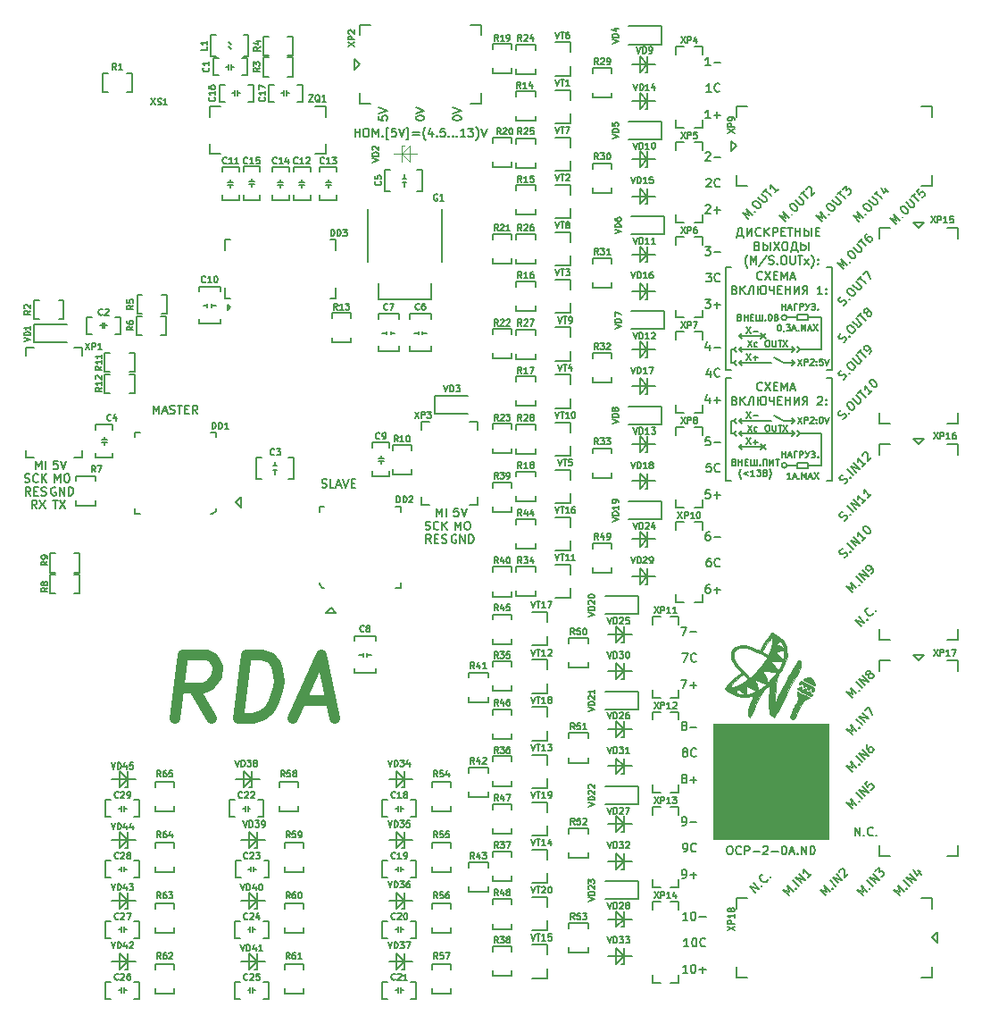
<source format=gbr>
G04 #@! TF.GenerationSoftware,KiCad,Pcbnew,(5.1.12)-1*
G04 #@! TF.CreationDate,2021-12-13T00:14:42+03:00*
G04 #@! TF.ProjectId,OCP-2,4f43502d-322e-46b6-9963-61645f706362,rev?*
G04 #@! TF.SameCoordinates,Original*
G04 #@! TF.FileFunction,Legend,Top*
G04 #@! TF.FilePolarity,Positive*
%FSLAX46Y46*%
G04 Gerber Fmt 4.6, Leading zero omitted, Abs format (unit mm)*
G04 Created by KiCad (PCBNEW (5.1.12)-1) date 2021-12-13 00:14:42*
%MOMM*%
%LPD*%
G01*
G04 APERTURE LIST*
%ADD10C,0.150000*%
%ADD11C,0.200000*%
%ADD12C,0.100000*%
%ADD13C,1.000000*%
%ADD14C,0.120000*%
%ADD15C,0.010000*%
G04 APERTURE END LIST*
D10*
X53640476Y-96061904D02*
X54097619Y-96061904D01*
X53869047Y-96861904D02*
X53869047Y-96061904D01*
X54288095Y-96061904D02*
X54821428Y-96861904D01*
X54821428Y-96061904D02*
X54288095Y-96861904D01*
D11*
X117769047Y-128811904D02*
X117921428Y-128811904D01*
X117997619Y-128850000D01*
X118073809Y-128926190D01*
X118111904Y-129078571D01*
X118111904Y-129345238D01*
X118073809Y-129497619D01*
X117997619Y-129573809D01*
X117921428Y-129611904D01*
X117769047Y-129611904D01*
X117692857Y-129573809D01*
X117616666Y-129497619D01*
X117578571Y-129345238D01*
X117578571Y-129078571D01*
X117616666Y-128926190D01*
X117692857Y-128850000D01*
X117769047Y-128811904D01*
X118911904Y-129535714D02*
X118873809Y-129573809D01*
X118759523Y-129611904D01*
X118683333Y-129611904D01*
X118569047Y-129573809D01*
X118492857Y-129497619D01*
X118454761Y-129421428D01*
X118416666Y-129269047D01*
X118416666Y-129154761D01*
X118454761Y-129002380D01*
X118492857Y-128926190D01*
X118569047Y-128850000D01*
X118683333Y-128811904D01*
X118759523Y-128811904D01*
X118873809Y-128850000D01*
X118911904Y-128888095D01*
X119254761Y-129611904D02*
X119254761Y-128811904D01*
X119559523Y-128811904D01*
X119635714Y-128850000D01*
X119673809Y-128888095D01*
X119711904Y-128964285D01*
X119711904Y-129078571D01*
X119673809Y-129154761D01*
X119635714Y-129192857D01*
X119559523Y-129230952D01*
X119254761Y-129230952D01*
X120054761Y-129307142D02*
X120664285Y-129307142D01*
X121007142Y-128888095D02*
X121045238Y-128850000D01*
X121121428Y-128811904D01*
X121311904Y-128811904D01*
X121388095Y-128850000D01*
X121426190Y-128888095D01*
X121464285Y-128964285D01*
X121464285Y-129040476D01*
X121426190Y-129154761D01*
X120969047Y-129611904D01*
X121464285Y-129611904D01*
X121807142Y-129307142D02*
X122416666Y-129307142D01*
X122950000Y-128811904D02*
X123026190Y-128811904D01*
X123102380Y-128850000D01*
X123140476Y-128888095D01*
X123178571Y-128964285D01*
X123216666Y-129116666D01*
X123216666Y-129307142D01*
X123178571Y-129459523D01*
X123140476Y-129535714D01*
X123102380Y-129573809D01*
X123026190Y-129611904D01*
X122950000Y-129611904D01*
X122873809Y-129573809D01*
X122835714Y-129535714D01*
X122797619Y-129459523D01*
X122759523Y-129307142D01*
X122759523Y-129116666D01*
X122797619Y-128964285D01*
X122835714Y-128888095D01*
X122873809Y-128850000D01*
X122950000Y-128811904D01*
X123521428Y-129383333D02*
X123902380Y-129383333D01*
X123445238Y-129611904D02*
X123711904Y-128811904D01*
X123978571Y-129611904D01*
X124245238Y-129535714D02*
X124283333Y-129573809D01*
X124245238Y-129611904D01*
X124207142Y-129573809D01*
X124245238Y-129535714D01*
X124245238Y-129611904D01*
X124626190Y-129611904D02*
X124626190Y-128811904D01*
X125083333Y-129611904D01*
X125083333Y-128811904D01*
X125464285Y-129611904D02*
X125464285Y-128811904D01*
X125654761Y-128811904D01*
X125769047Y-128850000D01*
X125845238Y-128926190D01*
X125883333Y-129002380D01*
X125921428Y-129154761D01*
X125921428Y-129269047D01*
X125883333Y-129421428D01*
X125845238Y-129497619D01*
X125769047Y-129573809D01*
X125654761Y-129611904D01*
X125464285Y-129611904D01*
D12*
G36*
X127250000Y-128250000D02*
G01*
X116250000Y-128250000D01*
X116250000Y-117250000D01*
X127250000Y-117250000D01*
X127250000Y-128250000D01*
G37*
D13*
X68677678Y-116714285D02*
X67034821Y-113857142D01*
X65249107Y-116714285D02*
X65999107Y-110714285D01*
X68284821Y-110714285D01*
X68820535Y-111000000D01*
X69070535Y-111285714D01*
X69284821Y-111857142D01*
X69177678Y-112714285D01*
X68820535Y-113285714D01*
X68499107Y-113571428D01*
X67891964Y-113857142D01*
X65606250Y-113857142D01*
X71249107Y-116714285D02*
X71999107Y-110714285D01*
X73427678Y-110714285D01*
X74249107Y-111000000D01*
X74749107Y-111571428D01*
X74963392Y-112142857D01*
X75106250Y-113285714D01*
X74999107Y-114142857D01*
X74570535Y-115285714D01*
X74213392Y-115857142D01*
X73570535Y-116428571D01*
X72677678Y-116714285D01*
X71249107Y-116714285D01*
X77177678Y-115000000D02*
X80034821Y-115000000D01*
X76391964Y-116714285D02*
X79141964Y-110714285D01*
X80391964Y-116714285D01*
D10*
X82290476Y-61611904D02*
X82290476Y-60811904D01*
X82290476Y-61192857D02*
X82747619Y-61192857D01*
X82747619Y-61611904D02*
X82747619Y-60811904D01*
X83280952Y-60811904D02*
X83433333Y-60811904D01*
X83509523Y-60850000D01*
X83585714Y-60926190D01*
X83623809Y-61078571D01*
X83623809Y-61345238D01*
X83585714Y-61497619D01*
X83509523Y-61573809D01*
X83433333Y-61611904D01*
X83280952Y-61611904D01*
X83204761Y-61573809D01*
X83128571Y-61497619D01*
X83090476Y-61345238D01*
X83090476Y-61078571D01*
X83128571Y-60926190D01*
X83204761Y-60850000D01*
X83280952Y-60811904D01*
X83966666Y-61611904D02*
X83966666Y-60811904D01*
X84233333Y-61383333D01*
X84500000Y-60811904D01*
X84500000Y-61611904D01*
X84880952Y-61535714D02*
X84919047Y-61573809D01*
X84880952Y-61611904D01*
X84842857Y-61573809D01*
X84880952Y-61535714D01*
X84880952Y-61611904D01*
X85490476Y-61878571D02*
X85300000Y-61878571D01*
X85300000Y-60735714D01*
X85490476Y-60735714D01*
X86176190Y-60811904D02*
X85795238Y-60811904D01*
X85757142Y-61192857D01*
X85795238Y-61154761D01*
X85871428Y-61116666D01*
X86061904Y-61116666D01*
X86138095Y-61154761D01*
X86176190Y-61192857D01*
X86214285Y-61269047D01*
X86214285Y-61459523D01*
X86176190Y-61535714D01*
X86138095Y-61573809D01*
X86061904Y-61611904D01*
X85871428Y-61611904D01*
X85795238Y-61573809D01*
X85757142Y-61535714D01*
X86442857Y-60811904D02*
X86709523Y-61611904D01*
X86976190Y-60811904D01*
X87166666Y-61878571D02*
X87357142Y-61878571D01*
X87357142Y-60735714D01*
X87166666Y-60735714D01*
X87776190Y-61192857D02*
X88385714Y-61192857D01*
X88385714Y-61421428D02*
X87776190Y-61421428D01*
X88995238Y-61916666D02*
X88957142Y-61878571D01*
X88880952Y-61764285D01*
X88842857Y-61688095D01*
X88804761Y-61573809D01*
X88766666Y-61383333D01*
X88766666Y-61230952D01*
X88804761Y-61040476D01*
X88842857Y-60926190D01*
X88880952Y-60850000D01*
X88957142Y-60735714D01*
X88995238Y-60697619D01*
X89642857Y-61078571D02*
X89642857Y-61611904D01*
X89452380Y-60773809D02*
X89261904Y-61345238D01*
X89757142Y-61345238D01*
X90061904Y-61535714D02*
X90100000Y-61573809D01*
X90061904Y-61611904D01*
X90023809Y-61573809D01*
X90061904Y-61535714D01*
X90061904Y-61611904D01*
X90823809Y-60811904D02*
X90442857Y-60811904D01*
X90404761Y-61192857D01*
X90442857Y-61154761D01*
X90519047Y-61116666D01*
X90709523Y-61116666D01*
X90785714Y-61154761D01*
X90823809Y-61192857D01*
X90861904Y-61269047D01*
X90861904Y-61459523D01*
X90823809Y-61535714D01*
X90785714Y-61573809D01*
X90709523Y-61611904D01*
X90519047Y-61611904D01*
X90442857Y-61573809D01*
X90404761Y-61535714D01*
X91204761Y-61535714D02*
X91242857Y-61573809D01*
X91204761Y-61611904D01*
X91166666Y-61573809D01*
X91204761Y-61535714D01*
X91204761Y-61611904D01*
X91585714Y-61535714D02*
X91623809Y-61573809D01*
X91585714Y-61611904D01*
X91547619Y-61573809D01*
X91585714Y-61535714D01*
X91585714Y-61611904D01*
X91966666Y-61535714D02*
X92004761Y-61573809D01*
X91966666Y-61611904D01*
X91928571Y-61573809D01*
X91966666Y-61535714D01*
X91966666Y-61611904D01*
X92766666Y-61611904D02*
X92309523Y-61611904D01*
X92538095Y-61611904D02*
X92538095Y-60811904D01*
X92461904Y-60926190D01*
X92385714Y-61002380D01*
X92309523Y-61040476D01*
X93033333Y-60811904D02*
X93528571Y-60811904D01*
X93261904Y-61116666D01*
X93376190Y-61116666D01*
X93452380Y-61154761D01*
X93490476Y-61192857D01*
X93528571Y-61269047D01*
X93528571Y-61459523D01*
X93490476Y-61535714D01*
X93452380Y-61573809D01*
X93376190Y-61611904D01*
X93147619Y-61611904D01*
X93071428Y-61573809D01*
X93033333Y-61535714D01*
X93795238Y-61916666D02*
X93833333Y-61878571D01*
X93909523Y-61764285D01*
X93947619Y-61688095D01*
X93985714Y-61573809D01*
X94023809Y-61383333D01*
X94023809Y-61230952D01*
X93985714Y-61040476D01*
X93947619Y-60926190D01*
X93909523Y-60850000D01*
X93833333Y-60735714D01*
X93795238Y-60697619D01*
X94290476Y-60811904D02*
X94557142Y-61611904D01*
X94823809Y-60811904D01*
X124500000Y-89750000D02*
X124250000Y-90000000D01*
X124250000Y-89500000D02*
X124500000Y-89750000D01*
X124000000Y-89750000D02*
X123750000Y-90000000D01*
X123750000Y-89500000D02*
X124000000Y-89750000D01*
X124500000Y-81750000D02*
X124250000Y-82000000D01*
X124250000Y-81500000D02*
X124500000Y-81750000D01*
X124000000Y-81750000D02*
X123750000Y-82000000D01*
X123750000Y-81500000D02*
X124000000Y-81750000D01*
X119169047Y-71202380D02*
X119169047Y-71011904D01*
X118483333Y-71011904D01*
X118483333Y-71202380D01*
X119016666Y-71011904D02*
X119016666Y-70211904D01*
X118826190Y-70211904D01*
X118750000Y-70250000D01*
X118711904Y-70288095D01*
X118673809Y-70364285D01*
X118597619Y-71011904D01*
X119473809Y-70211904D02*
X119473809Y-71011904D01*
X119930952Y-70211904D01*
X119930952Y-71011904D01*
X120769047Y-70935714D02*
X120730952Y-70973809D01*
X120616666Y-71011904D01*
X120540476Y-71011904D01*
X120426190Y-70973809D01*
X120350000Y-70897619D01*
X120311904Y-70821428D01*
X120273809Y-70669047D01*
X120273809Y-70554761D01*
X120311904Y-70402380D01*
X120350000Y-70326190D01*
X120426190Y-70250000D01*
X120540476Y-70211904D01*
X120616666Y-70211904D01*
X120730952Y-70250000D01*
X120769047Y-70288095D01*
X121111904Y-71011904D02*
X121111904Y-70211904D01*
X121569047Y-71011904D02*
X121226190Y-70554761D01*
X121569047Y-70211904D02*
X121111904Y-70669047D01*
X121911904Y-71011904D02*
X121911904Y-70211904D01*
X122216666Y-70211904D01*
X122292857Y-70250000D01*
X122330952Y-70288095D01*
X122369047Y-70364285D01*
X122369047Y-70478571D01*
X122330952Y-70554761D01*
X122292857Y-70592857D01*
X122216666Y-70630952D01*
X121911904Y-70630952D01*
X122711904Y-70592857D02*
X122978571Y-70592857D01*
X123092857Y-71011904D02*
X122711904Y-71011904D01*
X122711904Y-70211904D01*
X123092857Y-70211904D01*
X123321428Y-70211904D02*
X123778571Y-70211904D01*
X123550000Y-71011904D02*
X123550000Y-70211904D01*
X124045238Y-71011904D02*
X124045238Y-70211904D01*
X124045238Y-70592857D02*
X124502380Y-70592857D01*
X124502380Y-71011904D02*
X124502380Y-70211904D01*
X125607142Y-70211904D02*
X125607142Y-71011904D01*
X124883333Y-70211904D02*
X124883333Y-71011904D01*
X125111904Y-71011904D01*
X125226190Y-70973809D01*
X125302380Y-70897619D01*
X125340476Y-70821428D01*
X125340476Y-70707142D01*
X125302380Y-70630952D01*
X125226190Y-70554761D01*
X125111904Y-70516666D01*
X124883333Y-70516666D01*
X125988095Y-70592857D02*
X126254761Y-70592857D01*
X126369047Y-71011904D02*
X125988095Y-71011904D01*
X125988095Y-70211904D01*
X126369047Y-70211904D01*
X120445238Y-71942857D02*
X120559523Y-71980952D01*
X120597619Y-72019047D01*
X120635714Y-72095238D01*
X120635714Y-72209523D01*
X120597619Y-72285714D01*
X120559523Y-72323809D01*
X120483333Y-72361904D01*
X120178571Y-72361904D01*
X120178571Y-71561904D01*
X120445238Y-71561904D01*
X120521428Y-71600000D01*
X120559523Y-71638095D01*
X120597619Y-71714285D01*
X120597619Y-71790476D01*
X120559523Y-71866666D01*
X120521428Y-71904761D01*
X120445238Y-71942857D01*
X120178571Y-71942857D01*
X121702380Y-71561904D02*
X121702380Y-72361904D01*
X120978571Y-71561904D02*
X120978571Y-72361904D01*
X121207142Y-72361904D01*
X121321428Y-72323809D01*
X121397619Y-72247619D01*
X121435714Y-72171428D01*
X121435714Y-72057142D01*
X121397619Y-71980952D01*
X121321428Y-71904761D01*
X121207142Y-71866666D01*
X120978571Y-71866666D01*
X122007142Y-71561904D02*
X122540476Y-72361904D01*
X122540476Y-71561904D02*
X122007142Y-72361904D01*
X122997619Y-71561904D02*
X123150000Y-71561904D01*
X123226190Y-71600000D01*
X123302380Y-71676190D01*
X123340476Y-71828571D01*
X123340476Y-72095238D01*
X123302380Y-72247619D01*
X123226190Y-72323809D01*
X123150000Y-72361904D01*
X122997619Y-72361904D01*
X122921428Y-72323809D01*
X122845238Y-72247619D01*
X122807142Y-72095238D01*
X122807142Y-71828571D01*
X122845238Y-71676190D01*
X122921428Y-71600000D01*
X122997619Y-71561904D01*
X124292857Y-72552380D02*
X124292857Y-72361904D01*
X123607142Y-72361904D01*
X123607142Y-72552380D01*
X124140476Y-72361904D02*
X124140476Y-71561904D01*
X123950000Y-71561904D01*
X123873809Y-71600000D01*
X123835714Y-71638095D01*
X123797619Y-71714285D01*
X123721428Y-72361904D01*
X125321428Y-71561904D02*
X125321428Y-72361904D01*
X124597619Y-71561904D02*
X124597619Y-72361904D01*
X124826190Y-72361904D01*
X124940476Y-72323809D01*
X125016666Y-72247619D01*
X125054761Y-72171428D01*
X125054761Y-72057142D01*
X125016666Y-71980952D01*
X124940476Y-71904761D01*
X124826190Y-71866666D01*
X124597619Y-71866666D01*
X119530952Y-74016666D02*
X119492857Y-73978571D01*
X119416666Y-73864285D01*
X119378571Y-73788095D01*
X119340476Y-73673809D01*
X119302380Y-73483333D01*
X119302380Y-73330952D01*
X119340476Y-73140476D01*
X119378571Y-73026190D01*
X119416666Y-72950000D01*
X119492857Y-72835714D01*
X119530952Y-72797619D01*
X119835714Y-73711904D02*
X119835714Y-72911904D01*
X120102380Y-73483333D01*
X120369047Y-72911904D01*
X120369047Y-73711904D01*
X121321428Y-72873809D02*
X120635714Y-73902380D01*
X121550000Y-73673809D02*
X121664285Y-73711904D01*
X121854761Y-73711904D01*
X121930952Y-73673809D01*
X121969047Y-73635714D01*
X122007142Y-73559523D01*
X122007142Y-73483333D01*
X121969047Y-73407142D01*
X121930952Y-73369047D01*
X121854761Y-73330952D01*
X121702380Y-73292857D01*
X121626190Y-73254761D01*
X121588095Y-73216666D01*
X121550000Y-73140476D01*
X121550000Y-73064285D01*
X121588095Y-72988095D01*
X121626190Y-72950000D01*
X121702380Y-72911904D01*
X121892857Y-72911904D01*
X122007142Y-72950000D01*
X122350000Y-73635714D02*
X122388095Y-73673809D01*
X122350000Y-73711904D01*
X122311904Y-73673809D01*
X122350000Y-73635714D01*
X122350000Y-73711904D01*
X122883333Y-72911904D02*
X123035714Y-72911904D01*
X123111904Y-72950000D01*
X123188095Y-73026190D01*
X123226190Y-73178571D01*
X123226190Y-73445238D01*
X123188095Y-73597619D01*
X123111904Y-73673809D01*
X123035714Y-73711904D01*
X122883333Y-73711904D01*
X122807142Y-73673809D01*
X122730952Y-73597619D01*
X122692857Y-73445238D01*
X122692857Y-73178571D01*
X122730952Y-73026190D01*
X122807142Y-72950000D01*
X122883333Y-72911904D01*
X123569047Y-72911904D02*
X123569047Y-73559523D01*
X123607142Y-73635714D01*
X123645238Y-73673809D01*
X123721428Y-73711904D01*
X123873809Y-73711904D01*
X123950000Y-73673809D01*
X123988095Y-73635714D01*
X124026190Y-73559523D01*
X124026190Y-72911904D01*
X124292857Y-72911904D02*
X124750000Y-72911904D01*
X124521428Y-73711904D02*
X124521428Y-72911904D01*
X124940476Y-73711904D02*
X125359523Y-73178571D01*
X124940476Y-73178571D02*
X125359523Y-73711904D01*
X125588095Y-74016666D02*
X125626190Y-73978571D01*
X125702380Y-73864285D01*
X125740476Y-73788095D01*
X125778571Y-73673809D01*
X125816666Y-73483333D01*
X125816666Y-73330952D01*
X125778571Y-73140476D01*
X125740476Y-73026190D01*
X125702380Y-72950000D01*
X125626190Y-72835714D01*
X125588095Y-72797619D01*
X126197619Y-73635714D02*
X126235714Y-73673809D01*
X126197619Y-73711904D01*
X126159523Y-73673809D01*
X126197619Y-73635714D01*
X126197619Y-73711904D01*
X126197619Y-73216666D02*
X126235714Y-73254761D01*
X126197619Y-73292857D01*
X126159523Y-73254761D01*
X126197619Y-73216666D01*
X126197619Y-73292857D01*
X124000000Y-88500000D02*
X123750000Y-88750000D01*
X123750000Y-88250000D02*
X124000000Y-88500000D01*
X124000000Y-83000000D02*
X123750000Y-83250000D01*
X123750000Y-82750000D02*
X124000000Y-83000000D01*
X118921428Y-94000000D02*
X118892857Y-93971428D01*
X118835714Y-93885714D01*
X118807142Y-93828571D01*
X118778571Y-93742857D01*
X118750000Y-93600000D01*
X118750000Y-93485714D01*
X118778571Y-93342857D01*
X118807142Y-93257142D01*
X118835714Y-93200000D01*
X118892857Y-93114285D01*
X118921428Y-93085714D01*
X119607142Y-93371428D02*
X119150000Y-93542857D01*
X119607142Y-93714285D01*
X120207142Y-93771428D02*
X119864285Y-93771428D01*
X120035714Y-93771428D02*
X120035714Y-93171428D01*
X119978571Y-93257142D01*
X119921428Y-93314285D01*
X119864285Y-93342857D01*
X120407142Y-93171428D02*
X120778571Y-93171428D01*
X120578571Y-93400000D01*
X120664285Y-93400000D01*
X120721428Y-93428571D01*
X120750000Y-93457142D01*
X120778571Y-93514285D01*
X120778571Y-93657142D01*
X120750000Y-93714285D01*
X120721428Y-93742857D01*
X120664285Y-93771428D01*
X120492857Y-93771428D01*
X120435714Y-93742857D01*
X120407142Y-93714285D01*
X121235714Y-93457142D02*
X121321428Y-93485714D01*
X121350000Y-93514285D01*
X121378571Y-93571428D01*
X121378571Y-93657142D01*
X121350000Y-93714285D01*
X121321428Y-93742857D01*
X121264285Y-93771428D01*
X121035714Y-93771428D01*
X121035714Y-93171428D01*
X121235714Y-93171428D01*
X121292857Y-93200000D01*
X121321428Y-93228571D01*
X121350000Y-93285714D01*
X121350000Y-93342857D01*
X121321428Y-93400000D01*
X121292857Y-93428571D01*
X121235714Y-93457142D01*
X121035714Y-93457142D01*
X121578571Y-94000000D02*
X121607142Y-93971428D01*
X121664285Y-93885714D01*
X121692857Y-93828571D01*
X121721428Y-93742857D01*
X121750000Y-93600000D01*
X121750000Y-93485714D01*
X121721428Y-93342857D01*
X121692857Y-93257142D01*
X121664285Y-93200000D01*
X121607142Y-93114285D01*
X121578571Y-93085714D01*
X120900000Y-85610714D02*
X120861904Y-85648809D01*
X120747619Y-85686904D01*
X120671428Y-85686904D01*
X120557142Y-85648809D01*
X120480952Y-85572619D01*
X120442857Y-85496428D01*
X120404761Y-85344047D01*
X120404761Y-85229761D01*
X120442857Y-85077380D01*
X120480952Y-85001190D01*
X120557142Y-84925000D01*
X120671428Y-84886904D01*
X120747619Y-84886904D01*
X120861904Y-84925000D01*
X120900000Y-84963095D01*
X121166666Y-84886904D02*
X121700000Y-85686904D01*
X121700000Y-84886904D02*
X121166666Y-85686904D01*
X122004761Y-85267857D02*
X122271428Y-85267857D01*
X122385714Y-85686904D02*
X122004761Y-85686904D01*
X122004761Y-84886904D01*
X122385714Y-84886904D01*
X122728571Y-85686904D02*
X122728571Y-84886904D01*
X122995238Y-85458333D01*
X123261904Y-84886904D01*
X123261904Y-85686904D01*
X123604761Y-85458333D02*
X123985714Y-85458333D01*
X123528571Y-85686904D02*
X123795238Y-84886904D01*
X124061904Y-85686904D01*
X118309523Y-86617857D02*
X118423809Y-86655952D01*
X118461904Y-86694047D01*
X118500000Y-86770238D01*
X118500000Y-86884523D01*
X118461904Y-86960714D01*
X118423809Y-86998809D01*
X118347619Y-87036904D01*
X118042857Y-87036904D01*
X118042857Y-86236904D01*
X118309523Y-86236904D01*
X118385714Y-86275000D01*
X118423809Y-86313095D01*
X118461904Y-86389285D01*
X118461904Y-86465476D01*
X118423809Y-86541666D01*
X118385714Y-86579761D01*
X118309523Y-86617857D01*
X118042857Y-86617857D01*
X118842857Y-87036904D02*
X118842857Y-86236904D01*
X119300000Y-87036904D02*
X118957142Y-86579761D01*
X119300000Y-86236904D02*
X118842857Y-86694047D01*
X120100000Y-87036904D02*
X120100000Y-86236904D01*
X119985714Y-86236904D01*
X119871428Y-86275000D01*
X119795238Y-86351190D01*
X119757142Y-86465476D01*
X119680952Y-86922619D01*
X119642857Y-86998809D01*
X119566666Y-87036904D01*
X119528571Y-87036904D01*
X120480952Y-86236904D02*
X120480952Y-87036904D01*
X120747619Y-86617857D02*
X120480952Y-86617857D01*
X120938095Y-86236904D02*
X121090476Y-86236904D01*
X121166666Y-86275000D01*
X121242857Y-86351190D01*
X121280952Y-86503571D01*
X121280952Y-86770238D01*
X121242857Y-86922619D01*
X121166666Y-86998809D01*
X121090476Y-87036904D01*
X120938095Y-87036904D01*
X120861904Y-86998809D01*
X120785714Y-86922619D01*
X120747619Y-86770238D01*
X120747619Y-86503571D01*
X120785714Y-86351190D01*
X120861904Y-86275000D01*
X120938095Y-86236904D01*
X122004761Y-86236904D02*
X122004761Y-87036904D01*
X121585714Y-86236904D02*
X121585714Y-86541666D01*
X121623809Y-86617857D01*
X121661904Y-86655952D01*
X121738095Y-86694047D01*
X122004761Y-86694047D01*
X122385714Y-86617857D02*
X122652380Y-86617857D01*
X122766666Y-87036904D02*
X122385714Y-87036904D01*
X122385714Y-86236904D01*
X122766666Y-86236904D01*
X123109523Y-87036904D02*
X123109523Y-86236904D01*
X123109523Y-86617857D02*
X123566666Y-86617857D01*
X123566666Y-87036904D02*
X123566666Y-86236904D01*
X123947619Y-86236904D02*
X123947619Y-87036904D01*
X124404761Y-86236904D01*
X124404761Y-87036904D01*
X125014285Y-86655952D02*
X124747619Y-87036904D01*
X125204761Y-87036904D02*
X125204761Y-86236904D01*
X124900000Y-86236904D01*
X124823809Y-86275000D01*
X124785714Y-86313095D01*
X124747619Y-86389285D01*
X124747619Y-86503571D01*
X124785714Y-86579761D01*
X124823809Y-86617857D01*
X124900000Y-86655952D01*
X125204761Y-86655952D01*
X126157142Y-86313095D02*
X126195238Y-86275000D01*
X126271428Y-86236904D01*
X126461904Y-86236904D01*
X126538095Y-86275000D01*
X126576190Y-86313095D01*
X126614285Y-86389285D01*
X126614285Y-86465476D01*
X126576190Y-86579761D01*
X126119047Y-87036904D01*
X126614285Y-87036904D01*
X126957142Y-86960714D02*
X126995238Y-86998809D01*
X126957142Y-87036904D01*
X126919047Y-86998809D01*
X126957142Y-86960714D01*
X126957142Y-87036904D01*
X126957142Y-86541666D02*
X126995238Y-86579761D01*
X126957142Y-86617857D01*
X126919047Y-86579761D01*
X126957142Y-86541666D01*
X126957142Y-86617857D01*
X117500000Y-74000000D02*
X117500000Y-83750000D01*
X117999999Y-74000000D02*
X117500000Y-74000000D01*
X127500000Y-74000000D02*
X127000001Y-74000000D01*
X127500000Y-83750000D02*
X127500000Y-74000000D01*
X127000001Y-83750000D02*
X127500000Y-83750000D01*
X117500000Y-83750000D02*
X118000000Y-83750000D01*
X127500000Y-94250000D02*
X127500000Y-84500000D01*
X127000000Y-94250000D02*
X127500000Y-94250000D01*
X117500000Y-94250000D02*
X118000000Y-94250000D01*
X117500000Y-84500000D02*
X117500000Y-94250000D01*
X127000000Y-84500000D02*
X127500000Y-84500000D01*
X117500000Y-84500000D02*
X118000000Y-84500000D01*
X120900000Y-75110714D02*
X120861904Y-75148809D01*
X120747619Y-75186904D01*
X120671428Y-75186904D01*
X120557142Y-75148809D01*
X120480952Y-75072619D01*
X120442857Y-74996428D01*
X120404761Y-74844047D01*
X120404761Y-74729761D01*
X120442857Y-74577380D01*
X120480952Y-74501190D01*
X120557142Y-74425000D01*
X120671428Y-74386904D01*
X120747619Y-74386904D01*
X120861904Y-74425000D01*
X120900000Y-74463095D01*
X121166666Y-74386904D02*
X121700000Y-75186904D01*
X121700000Y-74386904D02*
X121166666Y-75186904D01*
X122004761Y-74767857D02*
X122271428Y-74767857D01*
X122385714Y-75186904D02*
X122004761Y-75186904D01*
X122004761Y-74386904D01*
X122385714Y-74386904D01*
X122728571Y-75186904D02*
X122728571Y-74386904D01*
X122995238Y-74958333D01*
X123261904Y-74386904D01*
X123261904Y-75186904D01*
X123604761Y-74958333D02*
X123985714Y-74958333D01*
X123528571Y-75186904D02*
X123795238Y-74386904D01*
X124061904Y-75186904D01*
X118309523Y-76117857D02*
X118423809Y-76155952D01*
X118461904Y-76194047D01*
X118500000Y-76270238D01*
X118500000Y-76384523D01*
X118461904Y-76460714D01*
X118423809Y-76498809D01*
X118347619Y-76536904D01*
X118042857Y-76536904D01*
X118042857Y-75736904D01*
X118309523Y-75736904D01*
X118385714Y-75775000D01*
X118423809Y-75813095D01*
X118461904Y-75889285D01*
X118461904Y-75965476D01*
X118423809Y-76041666D01*
X118385714Y-76079761D01*
X118309523Y-76117857D01*
X118042857Y-76117857D01*
X118842857Y-76536904D02*
X118842857Y-75736904D01*
X119300000Y-76536904D02*
X118957142Y-76079761D01*
X119300000Y-75736904D02*
X118842857Y-76194047D01*
X120100000Y-76536904D02*
X120100000Y-75736904D01*
X119985714Y-75736904D01*
X119871428Y-75775000D01*
X119795238Y-75851190D01*
X119757142Y-75965476D01*
X119680952Y-76422619D01*
X119642857Y-76498809D01*
X119566666Y-76536904D01*
X119528571Y-76536904D01*
X120480952Y-75736904D02*
X120480952Y-76536904D01*
X120747619Y-76117857D02*
X120480952Y-76117857D01*
X120938095Y-75736904D02*
X121090476Y-75736904D01*
X121166666Y-75775000D01*
X121242857Y-75851190D01*
X121280952Y-76003571D01*
X121280952Y-76270238D01*
X121242857Y-76422619D01*
X121166666Y-76498809D01*
X121090476Y-76536904D01*
X120938095Y-76536904D01*
X120861904Y-76498809D01*
X120785714Y-76422619D01*
X120747619Y-76270238D01*
X120747619Y-76003571D01*
X120785714Y-75851190D01*
X120861904Y-75775000D01*
X120938095Y-75736904D01*
X122004761Y-75736904D02*
X122004761Y-76536904D01*
X121585714Y-75736904D02*
X121585714Y-76041666D01*
X121623809Y-76117857D01*
X121661904Y-76155952D01*
X121738095Y-76194047D01*
X122004761Y-76194047D01*
X122385714Y-76117857D02*
X122652380Y-76117857D01*
X122766666Y-76536904D02*
X122385714Y-76536904D01*
X122385714Y-75736904D01*
X122766666Y-75736904D01*
X123109523Y-76536904D02*
X123109523Y-75736904D01*
X123109523Y-76117857D02*
X123566666Y-76117857D01*
X123566666Y-76536904D02*
X123566666Y-75736904D01*
X123947619Y-75736904D02*
X123947619Y-76536904D01*
X124404761Y-75736904D01*
X124404761Y-76536904D01*
X125014285Y-76155952D02*
X124747619Y-76536904D01*
X125204761Y-76536904D02*
X125204761Y-75736904D01*
X124900000Y-75736904D01*
X124823809Y-75775000D01*
X124785714Y-75813095D01*
X124747619Y-75889285D01*
X124747619Y-76003571D01*
X124785714Y-76079761D01*
X124823809Y-76117857D01*
X124900000Y-76155952D01*
X125204761Y-76155952D01*
X126614285Y-76536904D02*
X126157142Y-76536904D01*
X126385714Y-76536904D02*
X126385714Y-75736904D01*
X126309523Y-75851190D01*
X126233333Y-75927380D01*
X126157142Y-75965476D01*
X126957142Y-76460714D02*
X126995238Y-76498809D01*
X126957142Y-76536904D01*
X126919047Y-76498809D01*
X126957142Y-76460714D01*
X126957142Y-76536904D01*
X126957142Y-76041666D02*
X126995238Y-76079761D01*
X126957142Y-76117857D01*
X126919047Y-76079761D01*
X126957142Y-76041666D01*
X126957142Y-76117857D01*
X123000000Y-83000000D02*
X124000000Y-83000000D01*
X122000000Y-82500000D02*
X123000000Y-83000000D01*
X124278571Y-82671428D02*
X124678571Y-83271428D01*
X124678571Y-82671428D02*
X124278571Y-83271428D01*
X124907142Y-83271428D02*
X124907142Y-82671428D01*
X125135714Y-82671428D01*
X125192857Y-82700000D01*
X125221428Y-82728571D01*
X125250000Y-82785714D01*
X125250000Y-82871428D01*
X125221428Y-82928571D01*
X125192857Y-82957142D01*
X125135714Y-82985714D01*
X124907142Y-82985714D01*
X125478571Y-82728571D02*
X125507142Y-82700000D01*
X125564285Y-82671428D01*
X125707142Y-82671428D01*
X125764285Y-82700000D01*
X125792857Y-82728571D01*
X125821428Y-82785714D01*
X125821428Y-82842857D01*
X125792857Y-82928571D01*
X125450000Y-83271428D01*
X125821428Y-83271428D01*
X126078571Y-83214285D02*
X126107142Y-83242857D01*
X126078571Y-83271428D01*
X126050000Y-83242857D01*
X126078571Y-83214285D01*
X126078571Y-83271428D01*
X126078571Y-82900000D02*
X126107142Y-82928571D01*
X126078571Y-82957142D01*
X126050000Y-82928571D01*
X126078571Y-82900000D01*
X126078571Y-82957142D01*
X126650000Y-82671428D02*
X126364285Y-82671428D01*
X126335714Y-82957142D01*
X126364285Y-82928571D01*
X126421428Y-82900000D01*
X126564285Y-82900000D01*
X126621428Y-82928571D01*
X126650000Y-82957142D01*
X126678571Y-83014285D01*
X126678571Y-83157142D01*
X126650000Y-83214285D01*
X126621428Y-83242857D01*
X126564285Y-83271428D01*
X126421428Y-83271428D01*
X126364285Y-83242857D01*
X126335714Y-83214285D01*
X126850000Y-82671428D02*
X127050000Y-83271428D01*
X127250000Y-82671428D01*
X120750000Y-80250000D02*
X121250000Y-80750000D01*
X126500000Y-78750000D02*
X126500000Y-81750000D01*
X123250000Y-78750000D02*
G75*
G03*
X123250000Y-78750000I-250000J0D01*
G01*
X124500000Y-81750000D02*
X126500000Y-81750000D01*
X120750000Y-80750000D02*
X121250000Y-80250000D01*
X126500000Y-78750000D02*
X125250000Y-78750000D01*
X118750000Y-80500000D02*
X119000000Y-80250001D01*
X119000000Y-80750000D02*
X118750000Y-80500000D01*
X118750000Y-81750000D02*
X119000000Y-81500001D01*
X119000000Y-82000000D02*
X118750000Y-81750000D01*
X118750000Y-81750000D02*
X124000000Y-81750000D01*
X118750000Y-80500000D02*
X121000000Y-80500000D01*
X118750000Y-83000000D02*
X119000000Y-82750001D01*
X119000000Y-83250000D02*
X118750000Y-83000000D01*
X121364285Y-80921428D02*
X121478571Y-80921428D01*
X121535714Y-80950000D01*
X121592857Y-81007142D01*
X121621428Y-81121428D01*
X121621428Y-81321428D01*
X121592857Y-81435714D01*
X121535714Y-81492857D01*
X121478571Y-81521428D01*
X121364285Y-81521428D01*
X121307142Y-81492857D01*
X121250000Y-81435714D01*
X121221428Y-81321428D01*
X121221428Y-81121428D01*
X121250000Y-81007142D01*
X121307142Y-80950000D01*
X121364285Y-80921428D01*
X121878571Y-80921428D02*
X121878571Y-81407142D01*
X121907142Y-81464285D01*
X121935714Y-81492857D01*
X121992857Y-81521428D01*
X122107142Y-81521428D01*
X122164285Y-81492857D01*
X122192857Y-81464285D01*
X122221428Y-81407142D01*
X122221428Y-80921428D01*
X122421428Y-80921428D02*
X122764285Y-80921428D01*
X122592857Y-81521428D02*
X122592857Y-80921428D01*
X122907142Y-80921428D02*
X123307142Y-81521428D01*
X123307142Y-80921428D02*
X122907142Y-81521428D01*
X122800000Y-78021428D02*
X122800000Y-77421428D01*
X122800000Y-77707142D02*
X123142857Y-77707142D01*
X123142857Y-78021428D02*
X123142857Y-77421428D01*
X123400000Y-77850000D02*
X123685714Y-77850000D01*
X123342857Y-78021428D02*
X123542857Y-77421428D01*
X123742857Y-78021428D01*
X123942857Y-78021428D02*
X123942857Y-77421428D01*
X124257142Y-77421428D01*
X124457142Y-78021428D02*
X124457142Y-77421428D01*
X124685714Y-77421428D01*
X124742857Y-77450000D01*
X124771428Y-77478571D01*
X124800000Y-77535714D01*
X124800000Y-77621428D01*
X124771428Y-77678571D01*
X124742857Y-77707142D01*
X124685714Y-77735714D01*
X124457142Y-77735714D01*
X125028571Y-77421428D02*
X125228571Y-77821428D01*
X125428571Y-77421428D02*
X125171428Y-77935714D01*
X125114285Y-77992857D01*
X125057142Y-78021428D01*
X125028571Y-78021428D01*
X125685714Y-77707142D02*
X125800000Y-77707142D01*
X125600000Y-77450000D02*
X125657142Y-77421428D01*
X125800000Y-77421428D01*
X125857142Y-77450000D01*
X125885714Y-77478571D01*
X125914285Y-77535714D01*
X125914285Y-77592857D01*
X125885714Y-77650000D01*
X125857142Y-77678571D01*
X125800000Y-77707142D01*
X125885714Y-77735714D01*
X125914285Y-77764285D01*
X125942857Y-77821428D01*
X125942857Y-77907142D01*
X125914285Y-77964285D01*
X125885714Y-77992857D01*
X125828571Y-78021428D01*
X125657142Y-78021428D01*
X125600000Y-77992857D01*
X126200000Y-77964285D02*
X126228571Y-77992857D01*
X126200000Y-78021428D01*
X126171428Y-77992857D01*
X126200000Y-77964285D01*
X126200000Y-78021428D01*
X118800000Y-78707142D02*
X118885714Y-78735714D01*
X118914285Y-78764285D01*
X118942857Y-78821428D01*
X118942857Y-78907142D01*
X118914285Y-78964285D01*
X118885714Y-78992857D01*
X118828571Y-79021428D01*
X118600000Y-79021428D01*
X118600000Y-78421428D01*
X118800000Y-78421428D01*
X118857142Y-78450000D01*
X118885714Y-78478571D01*
X118914285Y-78535714D01*
X118914285Y-78592857D01*
X118885714Y-78650000D01*
X118857142Y-78678571D01*
X118800000Y-78707142D01*
X118600000Y-78707142D01*
X119200000Y-79021428D02*
X119200000Y-78421428D01*
X119200000Y-78707142D02*
X119542857Y-78707142D01*
X119542857Y-79021428D02*
X119542857Y-78421428D01*
X119828571Y-78707142D02*
X120028571Y-78707142D01*
X120114285Y-79021428D02*
X119828571Y-79021428D01*
X119828571Y-78421428D01*
X120114285Y-78421428D01*
X120657142Y-78421428D02*
X120657142Y-79021428D01*
X120371428Y-78421428D02*
X120371428Y-79021428D01*
X120942857Y-79021428D01*
X120942857Y-78421428D01*
X121228571Y-78964285D02*
X121257142Y-78992857D01*
X121228571Y-79021428D01*
X121200000Y-78992857D01*
X121228571Y-78964285D01*
X121228571Y-79021428D01*
X121628571Y-78421428D02*
X121685714Y-78421428D01*
X121742857Y-78450000D01*
X121771428Y-78478571D01*
X121800000Y-78535714D01*
X121828571Y-78650000D01*
X121828571Y-78792857D01*
X121800000Y-78907142D01*
X121771428Y-78964285D01*
X121742857Y-78992857D01*
X121685714Y-79021428D01*
X121628571Y-79021428D01*
X121571428Y-78992857D01*
X121542857Y-78964285D01*
X121514285Y-78907142D01*
X121485714Y-78792857D01*
X121485714Y-78650000D01*
X121514285Y-78535714D01*
X121542857Y-78478571D01*
X121571428Y-78450000D01*
X121628571Y-78421428D01*
X122285714Y-78707142D02*
X122371428Y-78735714D01*
X122400000Y-78764285D01*
X122428571Y-78821428D01*
X122428571Y-78907142D01*
X122400000Y-78964285D01*
X122371428Y-78992857D01*
X122314285Y-79021428D01*
X122085714Y-79021428D01*
X122085714Y-78421428D01*
X122285714Y-78421428D01*
X122342857Y-78450000D01*
X122371428Y-78478571D01*
X122400000Y-78535714D01*
X122400000Y-78592857D01*
X122371428Y-78650000D01*
X122342857Y-78678571D01*
X122285714Y-78707142D01*
X122085714Y-78707142D01*
X122507142Y-79421428D02*
X122564285Y-79421428D01*
X122621428Y-79450000D01*
X122650000Y-79478571D01*
X122678571Y-79535714D01*
X122707142Y-79650000D01*
X122707142Y-79792857D01*
X122678571Y-79907142D01*
X122650000Y-79964285D01*
X122621428Y-79992857D01*
X122564285Y-80021428D01*
X122507142Y-80021428D01*
X122450000Y-79992857D01*
X122421428Y-79964285D01*
X122392857Y-79907142D01*
X122364285Y-79792857D01*
X122364285Y-79650000D01*
X122392857Y-79535714D01*
X122421428Y-79478571D01*
X122450000Y-79450000D01*
X122507142Y-79421428D01*
X122992857Y-79992857D02*
X122992857Y-80021428D01*
X122964285Y-80078571D01*
X122935714Y-80107142D01*
X123192857Y-79421428D02*
X123564285Y-79421428D01*
X123364285Y-79650000D01*
X123450000Y-79650000D01*
X123507142Y-79678571D01*
X123535714Y-79707142D01*
X123564285Y-79764285D01*
X123564285Y-79907142D01*
X123535714Y-79964285D01*
X123507142Y-79992857D01*
X123450000Y-80021428D01*
X123278571Y-80021428D01*
X123221428Y-79992857D01*
X123192857Y-79964285D01*
X123792857Y-79850000D02*
X124078571Y-79850000D01*
X123735714Y-80021428D02*
X123935714Y-79421428D01*
X124135714Y-80021428D01*
X124335714Y-79964285D02*
X124364285Y-79992857D01*
X124335714Y-80021428D01*
X124307142Y-79992857D01*
X124335714Y-79964285D01*
X124335714Y-80021428D01*
X124621428Y-80021428D02*
X124621428Y-79421428D01*
X124821428Y-79850000D01*
X125021428Y-79421428D01*
X125021428Y-80021428D01*
X125278571Y-79850000D02*
X125564285Y-79850000D01*
X125221428Y-80021428D02*
X125421428Y-79421428D01*
X125621428Y-80021428D01*
X125764285Y-79421428D02*
X126164285Y-80021428D01*
X126164285Y-79421428D02*
X125764285Y-80021428D01*
X119428571Y-79671428D02*
X119828571Y-80271428D01*
X119828571Y-79671428D02*
X119428571Y-80271428D01*
X120057142Y-80042857D02*
X120514285Y-80042857D01*
X119542857Y-80921428D02*
X119942857Y-81521428D01*
X119942857Y-80921428D02*
X119542857Y-81521428D01*
X120428571Y-81492857D02*
X120371428Y-81521428D01*
X120257142Y-81521428D01*
X120200000Y-81492857D01*
X120171428Y-81464285D01*
X120142857Y-81407142D01*
X120142857Y-81235714D01*
X120171428Y-81178571D01*
X120200000Y-81150000D01*
X120257142Y-81121428D01*
X120371428Y-81121428D01*
X120428571Y-81150000D01*
X119428571Y-82171428D02*
X119828571Y-82771428D01*
X119828571Y-82171428D02*
X119428571Y-82771428D01*
X120057142Y-82542857D02*
X120514285Y-82542857D01*
X120285714Y-82771428D02*
X120285714Y-82314285D01*
X118750000Y-83000000D02*
X121750000Y-83000000D01*
X124250000Y-78750000D02*
X123250000Y-78750000D01*
X124250000Y-78500000D02*
X125250000Y-78500000D01*
X118500000Y-83250000D02*
X118250000Y-83000000D01*
X118250000Y-83000000D02*
X118000000Y-83000000D01*
X125250000Y-78500000D02*
X125250000Y-79000000D01*
X118500000Y-82000000D02*
X118250000Y-81750000D01*
X118000000Y-81750000D02*
X118250000Y-81750000D01*
X118250000Y-81750000D02*
X118500000Y-81500000D01*
X124250000Y-79000000D02*
X124250000Y-78500000D01*
X125250000Y-79000000D02*
X124250000Y-79000000D01*
X118000000Y-83000000D02*
X118000000Y-81750000D01*
X118250000Y-83000000D02*
X118500000Y-82750000D01*
X121364285Y-88921428D02*
X121478571Y-88921428D01*
X121535714Y-88950000D01*
X121592857Y-89007142D01*
X121621428Y-89121428D01*
X121621428Y-89321428D01*
X121592857Y-89435714D01*
X121535714Y-89492857D01*
X121478571Y-89521428D01*
X121364285Y-89521428D01*
X121307142Y-89492857D01*
X121250000Y-89435714D01*
X121221428Y-89321428D01*
X121221428Y-89121428D01*
X121250000Y-89007142D01*
X121307142Y-88950000D01*
X121364285Y-88921428D01*
X121878571Y-88921428D02*
X121878571Y-89407142D01*
X121907142Y-89464285D01*
X121935714Y-89492857D01*
X121992857Y-89521428D01*
X122107142Y-89521428D01*
X122164285Y-89492857D01*
X122192857Y-89464285D01*
X122221428Y-89407142D01*
X122221428Y-88921428D01*
X122421428Y-88921428D02*
X122764285Y-88921428D01*
X122592857Y-89521428D02*
X122592857Y-88921428D01*
X122907142Y-88921428D02*
X123307142Y-89521428D01*
X123307142Y-88921428D02*
X122907142Y-89521428D01*
X123635714Y-94021428D02*
X123292857Y-94021428D01*
X123464285Y-94021428D02*
X123464285Y-93421428D01*
X123407142Y-93507142D01*
X123350000Y-93564285D01*
X123292857Y-93592857D01*
X123864285Y-93850000D02*
X124150000Y-93850000D01*
X123807142Y-94021428D02*
X124007142Y-93421428D01*
X124207142Y-94021428D01*
X124407142Y-93964285D02*
X124435714Y-93992857D01*
X124407142Y-94021428D01*
X124378571Y-93992857D01*
X124407142Y-93964285D01*
X124407142Y-94021428D01*
X124692857Y-94021428D02*
X124692857Y-93421428D01*
X124892857Y-93850000D01*
X125092857Y-93421428D01*
X125092857Y-94021428D01*
X125350000Y-93850000D02*
X125635714Y-93850000D01*
X125292857Y-94021428D02*
X125492857Y-93421428D01*
X125692857Y-94021428D01*
X125835714Y-93421428D02*
X126235714Y-94021428D01*
X126235714Y-93421428D02*
X125835714Y-94021428D01*
X123000000Y-88500000D02*
X124000000Y-88500000D01*
X122000000Y-88000000D02*
X123000000Y-88500000D01*
X126500000Y-92750000D02*
X125250000Y-92750000D01*
X126500000Y-89750000D02*
X126500000Y-92750000D01*
X124500000Y-89750000D02*
X126500000Y-89750000D01*
X124278571Y-88171428D02*
X124678571Y-88771428D01*
X124678571Y-88171428D02*
X124278571Y-88771428D01*
X124907142Y-88771428D02*
X124907142Y-88171428D01*
X125135714Y-88171428D01*
X125192857Y-88200000D01*
X125221428Y-88228571D01*
X125250000Y-88285714D01*
X125250000Y-88371428D01*
X125221428Y-88428571D01*
X125192857Y-88457142D01*
X125135714Y-88485714D01*
X124907142Y-88485714D01*
X125478571Y-88228571D02*
X125507142Y-88200000D01*
X125564285Y-88171428D01*
X125707142Y-88171428D01*
X125764285Y-88200000D01*
X125792857Y-88228571D01*
X125821428Y-88285714D01*
X125821428Y-88342857D01*
X125792857Y-88428571D01*
X125450000Y-88771428D01*
X125821428Y-88771428D01*
X126078571Y-88714285D02*
X126107142Y-88742857D01*
X126078571Y-88771428D01*
X126050000Y-88742857D01*
X126078571Y-88714285D01*
X126078571Y-88771428D01*
X126078571Y-88400000D02*
X126107142Y-88428571D01*
X126078571Y-88457142D01*
X126050000Y-88428571D01*
X126078571Y-88400000D01*
X126078571Y-88457142D01*
X126478571Y-88171428D02*
X126535714Y-88171428D01*
X126592857Y-88200000D01*
X126621428Y-88228571D01*
X126650000Y-88285714D01*
X126678571Y-88400000D01*
X126678571Y-88542857D01*
X126650000Y-88657142D01*
X126621428Y-88714285D01*
X126592857Y-88742857D01*
X126535714Y-88771428D01*
X126478571Y-88771428D01*
X126421428Y-88742857D01*
X126392857Y-88714285D01*
X126364285Y-88657142D01*
X126335714Y-88542857D01*
X126335714Y-88400000D01*
X126364285Y-88285714D01*
X126392857Y-88228571D01*
X126421428Y-88200000D01*
X126478571Y-88171428D01*
X126850000Y-88171428D02*
X127050000Y-88771428D01*
X127250000Y-88171428D01*
X120750000Y-91250000D02*
X121250000Y-90750000D01*
X120750000Y-90750000D02*
X121250000Y-91250000D01*
X122800000Y-92021428D02*
X122800000Y-91421428D01*
X122800000Y-91707142D02*
X123142857Y-91707142D01*
X123142857Y-92021428D02*
X123142857Y-91421428D01*
X123400000Y-91850000D02*
X123685714Y-91850000D01*
X123342857Y-92021428D02*
X123542857Y-91421428D01*
X123742857Y-92021428D01*
X123942857Y-92021428D02*
X123942857Y-91421428D01*
X124257142Y-91421428D01*
X124457142Y-92021428D02*
X124457142Y-91421428D01*
X124685714Y-91421428D01*
X124742857Y-91450000D01*
X124771428Y-91478571D01*
X124800000Y-91535714D01*
X124800000Y-91621428D01*
X124771428Y-91678571D01*
X124742857Y-91707142D01*
X124685714Y-91735714D01*
X124457142Y-91735714D01*
X125028571Y-91421428D02*
X125228571Y-91821428D01*
X125428571Y-91421428D02*
X125171428Y-91935714D01*
X125114285Y-91992857D01*
X125057142Y-92021428D01*
X125028571Y-92021428D01*
X125685714Y-91707142D02*
X125800000Y-91707142D01*
X125600000Y-91450000D02*
X125657142Y-91421428D01*
X125800000Y-91421428D01*
X125857142Y-91450000D01*
X125885714Y-91478571D01*
X125914285Y-91535714D01*
X125914285Y-91592857D01*
X125885714Y-91650000D01*
X125857142Y-91678571D01*
X125800000Y-91707142D01*
X125885714Y-91735714D01*
X125914285Y-91764285D01*
X125942857Y-91821428D01*
X125942857Y-91907142D01*
X125914285Y-91964285D01*
X125885714Y-91992857D01*
X125828571Y-92021428D01*
X125657142Y-92021428D01*
X125600000Y-91992857D01*
X126200000Y-91964285D02*
X126228571Y-91992857D01*
X126200000Y-92021428D01*
X126171428Y-91992857D01*
X126200000Y-91964285D01*
X126200000Y-92021428D01*
X123250000Y-92750000D02*
G75*
G03*
X123250000Y-92750000I-250000J0D01*
G01*
X118278571Y-92457142D02*
X118364285Y-92485714D01*
X118392857Y-92514285D01*
X118421428Y-92571428D01*
X118421428Y-92657142D01*
X118392857Y-92714285D01*
X118364285Y-92742857D01*
X118307142Y-92771428D01*
X118078571Y-92771428D01*
X118078571Y-92171428D01*
X118278571Y-92171428D01*
X118335714Y-92200000D01*
X118364285Y-92228571D01*
X118392857Y-92285714D01*
X118392857Y-92342857D01*
X118364285Y-92400000D01*
X118335714Y-92428571D01*
X118278571Y-92457142D01*
X118078571Y-92457142D01*
X118678571Y-92771428D02*
X118678571Y-92171428D01*
X118678571Y-92457142D02*
X119021428Y-92457142D01*
X119021428Y-92771428D02*
X119021428Y-92171428D01*
X119307142Y-92457142D02*
X119507142Y-92457142D01*
X119592857Y-92771428D02*
X119307142Y-92771428D01*
X119307142Y-92171428D01*
X119592857Y-92171428D01*
X120135714Y-92171428D02*
X120135714Y-92771428D01*
X119850000Y-92171428D02*
X119850000Y-92771428D01*
X120421428Y-92771428D01*
X120421428Y-92171428D01*
X120707142Y-92714285D02*
X120735714Y-92742857D01*
X120707142Y-92771428D01*
X120678571Y-92742857D01*
X120707142Y-92714285D01*
X120707142Y-92771428D01*
X120992857Y-92771428D02*
X120992857Y-92171428D01*
X121335714Y-92171428D01*
X121335714Y-92771428D01*
X121621428Y-92171428D02*
X121621428Y-92771428D01*
X121964285Y-92171428D01*
X121964285Y-92771428D01*
X122164285Y-92171428D02*
X122507142Y-92171428D01*
X122335714Y-92771428D02*
X122335714Y-92171428D01*
X124250000Y-92750000D02*
X123250000Y-92750000D01*
X124250000Y-92500000D02*
X124250000Y-92750000D01*
X124250000Y-93000000D02*
X124250000Y-92500000D01*
X125250000Y-93000000D02*
X124250000Y-93000000D01*
X125250000Y-92500000D02*
X125250000Y-93000000D01*
X124250000Y-92500000D02*
X125250000Y-92500000D01*
X118750000Y-91000000D02*
X121000000Y-91000000D01*
X118000000Y-88500000D02*
X118250000Y-88500000D01*
X118000000Y-89750000D02*
X118000000Y-88500000D01*
X118250000Y-89750000D02*
X118000000Y-89750000D01*
X118250000Y-89750000D02*
X118500000Y-89500000D01*
X118500000Y-90000000D02*
X118250000Y-89750000D01*
X118250000Y-88500000D02*
X118500000Y-88250000D01*
X118500000Y-88750000D02*
X118250000Y-88500000D01*
X118750000Y-89750000D02*
X124000000Y-89750000D01*
X118750000Y-88500000D02*
X121750000Y-88500000D01*
X118750000Y-91000000D02*
X119000000Y-90750001D01*
X119000000Y-91250000D02*
X118750000Y-91000000D01*
X119428571Y-90171428D02*
X119828571Y-90771428D01*
X119828571Y-90171428D02*
X119428571Y-90771428D01*
X120057142Y-90542857D02*
X120514285Y-90542857D01*
X120285714Y-90771428D02*
X120285714Y-90314285D01*
X118750000Y-89750000D02*
X119000000Y-89500001D01*
X119000000Y-90000000D02*
X118750000Y-89750000D01*
X119542857Y-88921428D02*
X119942857Y-89521428D01*
X119942857Y-88921428D02*
X119542857Y-89521428D01*
X120428571Y-89492857D02*
X120371428Y-89521428D01*
X120257142Y-89521428D01*
X120200000Y-89492857D01*
X120171428Y-89464285D01*
X120142857Y-89407142D01*
X120142857Y-89235714D01*
X120171428Y-89178571D01*
X120200000Y-89150000D01*
X120257142Y-89121428D01*
X120371428Y-89121428D01*
X120428571Y-89150000D01*
X119428571Y-87671428D02*
X119828571Y-88271428D01*
X119828571Y-87671428D02*
X119428571Y-88271428D01*
X120057142Y-88042857D02*
X120514285Y-88042857D01*
X118750000Y-88500000D02*
X119000000Y-88250001D01*
X119000000Y-88750000D02*
X118750000Y-88500000D01*
X90042857Y-97611904D02*
X90042857Y-96811904D01*
X90309523Y-97383333D01*
X90576190Y-96811904D01*
X90576190Y-97611904D01*
X90957142Y-97611904D02*
X90957142Y-96811904D01*
X91814285Y-98861904D02*
X91814285Y-98061904D01*
X92080952Y-98633333D01*
X92347619Y-98061904D01*
X92347619Y-98861904D01*
X92880952Y-98061904D02*
X93033333Y-98061904D01*
X93109523Y-98100000D01*
X93185714Y-98176190D01*
X93223809Y-98328571D01*
X93223809Y-98595238D01*
X93185714Y-98747619D01*
X93109523Y-98823809D01*
X93033333Y-98861904D01*
X92880952Y-98861904D01*
X92804761Y-98823809D01*
X92728571Y-98747619D01*
X92690476Y-98595238D01*
X92690476Y-98328571D01*
X92728571Y-98176190D01*
X92804761Y-98100000D01*
X92880952Y-98061904D01*
X88971428Y-98823809D02*
X89085714Y-98861904D01*
X89276190Y-98861904D01*
X89352380Y-98823809D01*
X89390476Y-98785714D01*
X89428571Y-98709523D01*
X89428571Y-98633333D01*
X89390476Y-98557142D01*
X89352380Y-98519047D01*
X89276190Y-98480952D01*
X89123809Y-98442857D01*
X89047619Y-98404761D01*
X89009523Y-98366666D01*
X88971428Y-98290476D01*
X88971428Y-98214285D01*
X89009523Y-98138095D01*
X89047619Y-98100000D01*
X89123809Y-98061904D01*
X89314285Y-98061904D01*
X89428571Y-98100000D01*
X90228571Y-98785714D02*
X90190476Y-98823809D01*
X90076190Y-98861904D01*
X90000000Y-98861904D01*
X89885714Y-98823809D01*
X89809523Y-98747619D01*
X89771428Y-98671428D01*
X89733333Y-98519047D01*
X89733333Y-98404761D01*
X89771428Y-98252380D01*
X89809523Y-98176190D01*
X89885714Y-98100000D01*
X90000000Y-98061904D01*
X90076190Y-98061904D01*
X90190476Y-98100000D01*
X90228571Y-98138095D01*
X90571428Y-98861904D02*
X90571428Y-98061904D01*
X91028571Y-98861904D02*
X90685714Y-98404761D01*
X91028571Y-98061904D02*
X90571428Y-98519047D01*
X91890476Y-99350000D02*
X91814285Y-99311904D01*
X91700000Y-99311904D01*
X91585714Y-99350000D01*
X91509523Y-99426190D01*
X91471428Y-99502380D01*
X91433333Y-99654761D01*
X91433333Y-99769047D01*
X91471428Y-99921428D01*
X91509523Y-99997619D01*
X91585714Y-100073809D01*
X91700000Y-100111904D01*
X91776190Y-100111904D01*
X91890476Y-100073809D01*
X91928571Y-100035714D01*
X91928571Y-99769047D01*
X91776190Y-99769047D01*
X92271428Y-100111904D02*
X92271428Y-99311904D01*
X92728571Y-100111904D01*
X92728571Y-99311904D01*
X93109523Y-100111904D02*
X93109523Y-99311904D01*
X93300000Y-99311904D01*
X93414285Y-99350000D01*
X93490476Y-99426190D01*
X93528571Y-99502380D01*
X93566666Y-99654761D01*
X93566666Y-99769047D01*
X93528571Y-99921428D01*
X93490476Y-99997619D01*
X93414285Y-100073809D01*
X93300000Y-100111904D01*
X93109523Y-100111904D01*
X92097619Y-96811904D02*
X91716666Y-96811904D01*
X91678571Y-97192857D01*
X91716666Y-97154761D01*
X91792857Y-97116666D01*
X91983333Y-97116666D01*
X92059523Y-97154761D01*
X92097619Y-97192857D01*
X92135714Y-97269047D01*
X92135714Y-97459523D01*
X92097619Y-97535714D01*
X92059523Y-97573809D01*
X91983333Y-97611904D01*
X91792857Y-97611904D01*
X91716666Y-97573809D01*
X91678571Y-97535714D01*
X92364285Y-96811904D02*
X92630952Y-97611904D01*
X92897619Y-96811904D01*
X89504761Y-100111904D02*
X89238095Y-99730952D01*
X89047619Y-100111904D02*
X89047619Y-99311904D01*
X89352380Y-99311904D01*
X89428571Y-99350000D01*
X89466666Y-99388095D01*
X89504761Y-99464285D01*
X89504761Y-99578571D01*
X89466666Y-99654761D01*
X89428571Y-99692857D01*
X89352380Y-99730952D01*
X89047619Y-99730952D01*
X89847619Y-99692857D02*
X90114285Y-99692857D01*
X90228571Y-100111904D02*
X89847619Y-100111904D01*
X89847619Y-99311904D01*
X90228571Y-99311904D01*
X90533333Y-100073809D02*
X90647619Y-100111904D01*
X90838095Y-100111904D01*
X90914285Y-100073809D01*
X90952380Y-100035714D01*
X90990476Y-99959523D01*
X90990476Y-99883333D01*
X90952380Y-99807142D01*
X90914285Y-99769047D01*
X90838095Y-99730952D01*
X90685714Y-99692857D01*
X90609523Y-99654761D01*
X90571428Y-99616666D01*
X90533333Y-99540476D01*
X90533333Y-99464285D01*
X90571428Y-99388095D01*
X90609523Y-99350000D01*
X90685714Y-99311904D01*
X90876190Y-99311904D01*
X90990476Y-99350000D01*
X51504761Y-95611904D02*
X51238095Y-95230952D01*
X51047619Y-95611904D02*
X51047619Y-94811904D01*
X51352380Y-94811904D01*
X51428571Y-94850000D01*
X51466666Y-94888095D01*
X51504761Y-94964285D01*
X51504761Y-95078571D01*
X51466666Y-95154761D01*
X51428571Y-95192857D01*
X51352380Y-95230952D01*
X51047619Y-95230952D01*
X51847619Y-95192857D02*
X52114285Y-95192857D01*
X52228571Y-95611904D02*
X51847619Y-95611904D01*
X51847619Y-94811904D01*
X52228571Y-94811904D01*
X52533333Y-95573809D02*
X52647619Y-95611904D01*
X52838095Y-95611904D01*
X52914285Y-95573809D01*
X52952380Y-95535714D01*
X52990476Y-95459523D01*
X52990476Y-95383333D01*
X52952380Y-95307142D01*
X52914285Y-95269047D01*
X52838095Y-95230952D01*
X52685714Y-95192857D01*
X52609523Y-95154761D01*
X52571428Y-95116666D01*
X52533333Y-95040476D01*
X52533333Y-94964285D01*
X52571428Y-94888095D01*
X52609523Y-94850000D01*
X52685714Y-94811904D01*
X52876190Y-94811904D01*
X52990476Y-94850000D01*
X52116666Y-96861904D02*
X51850000Y-96480952D01*
X51659523Y-96861904D02*
X51659523Y-96061904D01*
X51964285Y-96061904D01*
X52040476Y-96100000D01*
X52078571Y-96138095D01*
X52116666Y-96214285D01*
X52116666Y-96328571D01*
X52078571Y-96404761D01*
X52040476Y-96442857D01*
X51964285Y-96480952D01*
X51659523Y-96480952D01*
X52383333Y-96061904D02*
X52916666Y-96861904D01*
X52916666Y-96061904D02*
X52383333Y-96861904D01*
X53890476Y-94850000D02*
X53814285Y-94811904D01*
X53700000Y-94811904D01*
X53585714Y-94850000D01*
X53509523Y-94926190D01*
X53471428Y-95002380D01*
X53433333Y-95154761D01*
X53433333Y-95269047D01*
X53471428Y-95421428D01*
X53509523Y-95497619D01*
X53585714Y-95573809D01*
X53700000Y-95611904D01*
X53776190Y-95611904D01*
X53890476Y-95573809D01*
X53928571Y-95535714D01*
X53928571Y-95269047D01*
X53776190Y-95269047D01*
X54271428Y-95611904D02*
X54271428Y-94811904D01*
X54728571Y-95611904D01*
X54728571Y-94811904D01*
X55109523Y-95611904D02*
X55109523Y-94811904D01*
X55300000Y-94811904D01*
X55414285Y-94850000D01*
X55490476Y-94926190D01*
X55528571Y-95002380D01*
X55566666Y-95154761D01*
X55566666Y-95269047D01*
X55528571Y-95421428D01*
X55490476Y-95497619D01*
X55414285Y-95573809D01*
X55300000Y-95611904D01*
X55109523Y-95611904D01*
X50971428Y-94323809D02*
X51085714Y-94361904D01*
X51276190Y-94361904D01*
X51352380Y-94323809D01*
X51390476Y-94285714D01*
X51428571Y-94209523D01*
X51428571Y-94133333D01*
X51390476Y-94057142D01*
X51352380Y-94019047D01*
X51276190Y-93980952D01*
X51123809Y-93942857D01*
X51047619Y-93904761D01*
X51009523Y-93866666D01*
X50971428Y-93790476D01*
X50971428Y-93714285D01*
X51009523Y-93638095D01*
X51047619Y-93600000D01*
X51123809Y-93561904D01*
X51314285Y-93561904D01*
X51428571Y-93600000D01*
X52228571Y-94285714D02*
X52190476Y-94323809D01*
X52076190Y-94361904D01*
X52000000Y-94361904D01*
X51885714Y-94323809D01*
X51809523Y-94247619D01*
X51771428Y-94171428D01*
X51733333Y-94019047D01*
X51733333Y-93904761D01*
X51771428Y-93752380D01*
X51809523Y-93676190D01*
X51885714Y-93600000D01*
X52000000Y-93561904D01*
X52076190Y-93561904D01*
X52190476Y-93600000D01*
X52228571Y-93638095D01*
X52571428Y-94361904D02*
X52571428Y-93561904D01*
X53028571Y-94361904D02*
X52685714Y-93904761D01*
X53028571Y-93561904D02*
X52571428Y-94019047D01*
X53814285Y-94361904D02*
X53814285Y-93561904D01*
X54080952Y-94133333D01*
X54347619Y-93561904D01*
X54347619Y-94361904D01*
X54880952Y-93561904D02*
X55033333Y-93561904D01*
X55109523Y-93600000D01*
X55185714Y-93676190D01*
X55223809Y-93828571D01*
X55223809Y-94095238D01*
X55185714Y-94247619D01*
X55109523Y-94323809D01*
X55033333Y-94361904D01*
X54880952Y-94361904D01*
X54804761Y-94323809D01*
X54728571Y-94247619D01*
X54690476Y-94095238D01*
X54690476Y-93828571D01*
X54728571Y-93676190D01*
X54804761Y-93600000D01*
X54880952Y-93561904D01*
X54097619Y-92311904D02*
X53716666Y-92311904D01*
X53678571Y-92692857D01*
X53716666Y-92654761D01*
X53792857Y-92616666D01*
X53983333Y-92616666D01*
X54059523Y-92654761D01*
X54097619Y-92692857D01*
X54135714Y-92769047D01*
X54135714Y-92959523D01*
X54097619Y-93035714D01*
X54059523Y-93073809D01*
X53983333Y-93111904D01*
X53792857Y-93111904D01*
X53716666Y-93073809D01*
X53678571Y-93035714D01*
X54364285Y-92311904D02*
X54630952Y-93111904D01*
X54897619Y-92311904D01*
X52042857Y-93111904D02*
X52042857Y-92311904D01*
X52309523Y-92883333D01*
X52576190Y-92311904D01*
X52576190Y-93111904D01*
X52957142Y-93111904D02*
X52957142Y-92311904D01*
X113947619Y-138361904D02*
X113490476Y-138361904D01*
X113719047Y-138361904D02*
X113719047Y-137561904D01*
X113642857Y-137676190D01*
X113566666Y-137752380D01*
X113490476Y-137790476D01*
X114442857Y-137561904D02*
X114519047Y-137561904D01*
X114595238Y-137600000D01*
X114633333Y-137638095D01*
X114671428Y-137714285D01*
X114709523Y-137866666D01*
X114709523Y-138057142D01*
X114671428Y-138209523D01*
X114633333Y-138285714D01*
X114595238Y-138323809D01*
X114519047Y-138361904D01*
X114442857Y-138361904D01*
X114366666Y-138323809D01*
X114328571Y-138285714D01*
X114290476Y-138209523D01*
X114252380Y-138057142D01*
X114252380Y-137866666D01*
X114290476Y-137714285D01*
X114328571Y-137638095D01*
X114366666Y-137600000D01*
X114442857Y-137561904D01*
X115509523Y-138285714D02*
X115471428Y-138323809D01*
X115357142Y-138361904D01*
X115280952Y-138361904D01*
X115166666Y-138323809D01*
X115090476Y-138247619D01*
X115052380Y-138171428D01*
X115014285Y-138019047D01*
X115014285Y-137904761D01*
X115052380Y-137752380D01*
X115090476Y-137676190D01*
X115166666Y-137600000D01*
X115280952Y-137561904D01*
X115357142Y-137561904D01*
X115471428Y-137600000D01*
X115509523Y-137638095D01*
X113852380Y-135861904D02*
X113395238Y-135861904D01*
X113623809Y-135861904D02*
X113623809Y-135061904D01*
X113547619Y-135176190D01*
X113471428Y-135252380D01*
X113395238Y-135290476D01*
X114347619Y-135061904D02*
X114423809Y-135061904D01*
X114500000Y-135100000D01*
X114538095Y-135138095D01*
X114576190Y-135214285D01*
X114614285Y-135366666D01*
X114614285Y-135557142D01*
X114576190Y-135709523D01*
X114538095Y-135785714D01*
X114500000Y-135823809D01*
X114423809Y-135861904D01*
X114347619Y-135861904D01*
X114271428Y-135823809D01*
X114233333Y-135785714D01*
X114195238Y-135709523D01*
X114157142Y-135557142D01*
X114157142Y-135366666D01*
X114195238Y-135214285D01*
X114233333Y-135138095D01*
X114271428Y-135100000D01*
X114347619Y-135061904D01*
X114957142Y-135557142D02*
X115566666Y-135557142D01*
X113852380Y-140861904D02*
X113395238Y-140861904D01*
X113623809Y-140861904D02*
X113623809Y-140061904D01*
X113547619Y-140176190D01*
X113471428Y-140252380D01*
X113395238Y-140290476D01*
X114347619Y-140061904D02*
X114423809Y-140061904D01*
X114500000Y-140100000D01*
X114538095Y-140138095D01*
X114576190Y-140214285D01*
X114614285Y-140366666D01*
X114614285Y-140557142D01*
X114576190Y-140709523D01*
X114538095Y-140785714D01*
X114500000Y-140823809D01*
X114423809Y-140861904D01*
X114347619Y-140861904D01*
X114271428Y-140823809D01*
X114233333Y-140785714D01*
X114195238Y-140709523D01*
X114157142Y-140557142D01*
X114157142Y-140366666D01*
X114195238Y-140214285D01*
X114233333Y-140138095D01*
X114271428Y-140100000D01*
X114347619Y-140061904D01*
X114957142Y-140557142D02*
X115566666Y-140557142D01*
X115261904Y-140861904D02*
X115261904Y-140252380D01*
X113447619Y-129361904D02*
X113600000Y-129361904D01*
X113676190Y-129323809D01*
X113714285Y-129285714D01*
X113790476Y-129171428D01*
X113828571Y-129019047D01*
X113828571Y-128714285D01*
X113790476Y-128638095D01*
X113752380Y-128600000D01*
X113676190Y-128561904D01*
X113523809Y-128561904D01*
X113447619Y-128600000D01*
X113409523Y-128638095D01*
X113371428Y-128714285D01*
X113371428Y-128904761D01*
X113409523Y-128980952D01*
X113447619Y-129019047D01*
X113523809Y-129057142D01*
X113676190Y-129057142D01*
X113752380Y-129019047D01*
X113790476Y-128980952D01*
X113828571Y-128904761D01*
X114628571Y-129285714D02*
X114590476Y-129323809D01*
X114476190Y-129361904D01*
X114400000Y-129361904D01*
X114285714Y-129323809D01*
X114209523Y-129247619D01*
X114171428Y-129171428D01*
X114133333Y-129019047D01*
X114133333Y-128904761D01*
X114171428Y-128752380D01*
X114209523Y-128676190D01*
X114285714Y-128600000D01*
X114400000Y-128561904D01*
X114476190Y-128561904D01*
X114590476Y-128600000D01*
X114628571Y-128638095D01*
X113352380Y-126861904D02*
X113504761Y-126861904D01*
X113580952Y-126823809D01*
X113619047Y-126785714D01*
X113695238Y-126671428D01*
X113733333Y-126519047D01*
X113733333Y-126214285D01*
X113695238Y-126138095D01*
X113657142Y-126100000D01*
X113580952Y-126061904D01*
X113428571Y-126061904D01*
X113352380Y-126100000D01*
X113314285Y-126138095D01*
X113276190Y-126214285D01*
X113276190Y-126404761D01*
X113314285Y-126480952D01*
X113352380Y-126519047D01*
X113428571Y-126557142D01*
X113580952Y-126557142D01*
X113657142Y-126519047D01*
X113695238Y-126480952D01*
X113733333Y-126404761D01*
X114076190Y-126557142D02*
X114685714Y-126557142D01*
X113352380Y-131861904D02*
X113504761Y-131861904D01*
X113580952Y-131823809D01*
X113619047Y-131785714D01*
X113695238Y-131671428D01*
X113733333Y-131519047D01*
X113733333Y-131214285D01*
X113695238Y-131138095D01*
X113657142Y-131100000D01*
X113580952Y-131061904D01*
X113428571Y-131061904D01*
X113352380Y-131100000D01*
X113314285Y-131138095D01*
X113276190Y-131214285D01*
X113276190Y-131404761D01*
X113314285Y-131480952D01*
X113352380Y-131519047D01*
X113428571Y-131557142D01*
X113580952Y-131557142D01*
X113657142Y-131519047D01*
X113695238Y-131480952D01*
X113733333Y-131404761D01*
X114076190Y-131557142D02*
X114685714Y-131557142D01*
X114380952Y-131861904D02*
X114380952Y-131252380D01*
X113523809Y-119904761D02*
X113447619Y-119866666D01*
X113409523Y-119828571D01*
X113371428Y-119752380D01*
X113371428Y-119714285D01*
X113409523Y-119638095D01*
X113447619Y-119600000D01*
X113523809Y-119561904D01*
X113676190Y-119561904D01*
X113752380Y-119600000D01*
X113790476Y-119638095D01*
X113828571Y-119714285D01*
X113828571Y-119752380D01*
X113790476Y-119828571D01*
X113752380Y-119866666D01*
X113676190Y-119904761D01*
X113523809Y-119904761D01*
X113447619Y-119942857D01*
X113409523Y-119980952D01*
X113371428Y-120057142D01*
X113371428Y-120209523D01*
X113409523Y-120285714D01*
X113447619Y-120323809D01*
X113523809Y-120361904D01*
X113676190Y-120361904D01*
X113752380Y-120323809D01*
X113790476Y-120285714D01*
X113828571Y-120209523D01*
X113828571Y-120057142D01*
X113790476Y-119980952D01*
X113752380Y-119942857D01*
X113676190Y-119904761D01*
X114628571Y-120285714D02*
X114590476Y-120323809D01*
X114476190Y-120361904D01*
X114400000Y-120361904D01*
X114285714Y-120323809D01*
X114209523Y-120247619D01*
X114171428Y-120171428D01*
X114133333Y-120019047D01*
X114133333Y-119904761D01*
X114171428Y-119752380D01*
X114209523Y-119676190D01*
X114285714Y-119600000D01*
X114400000Y-119561904D01*
X114476190Y-119561904D01*
X114590476Y-119600000D01*
X114628571Y-119638095D01*
X113428571Y-117404761D02*
X113352380Y-117366666D01*
X113314285Y-117328571D01*
X113276190Y-117252380D01*
X113276190Y-117214285D01*
X113314285Y-117138095D01*
X113352380Y-117100000D01*
X113428571Y-117061904D01*
X113580952Y-117061904D01*
X113657142Y-117100000D01*
X113695238Y-117138095D01*
X113733333Y-117214285D01*
X113733333Y-117252380D01*
X113695238Y-117328571D01*
X113657142Y-117366666D01*
X113580952Y-117404761D01*
X113428571Y-117404761D01*
X113352380Y-117442857D01*
X113314285Y-117480952D01*
X113276190Y-117557142D01*
X113276190Y-117709523D01*
X113314285Y-117785714D01*
X113352380Y-117823809D01*
X113428571Y-117861904D01*
X113580952Y-117861904D01*
X113657142Y-117823809D01*
X113695238Y-117785714D01*
X113733333Y-117709523D01*
X113733333Y-117557142D01*
X113695238Y-117480952D01*
X113657142Y-117442857D01*
X113580952Y-117404761D01*
X114076190Y-117557142D02*
X114685714Y-117557142D01*
X113428571Y-122404761D02*
X113352380Y-122366666D01*
X113314285Y-122328571D01*
X113276190Y-122252380D01*
X113276190Y-122214285D01*
X113314285Y-122138095D01*
X113352380Y-122100000D01*
X113428571Y-122061904D01*
X113580952Y-122061904D01*
X113657142Y-122100000D01*
X113695238Y-122138095D01*
X113733333Y-122214285D01*
X113733333Y-122252380D01*
X113695238Y-122328571D01*
X113657142Y-122366666D01*
X113580952Y-122404761D01*
X113428571Y-122404761D01*
X113352380Y-122442857D01*
X113314285Y-122480952D01*
X113276190Y-122557142D01*
X113276190Y-122709523D01*
X113314285Y-122785714D01*
X113352380Y-122823809D01*
X113428571Y-122861904D01*
X113580952Y-122861904D01*
X113657142Y-122823809D01*
X113695238Y-122785714D01*
X113733333Y-122709523D01*
X113733333Y-122557142D01*
X113695238Y-122480952D01*
X113657142Y-122442857D01*
X113580952Y-122404761D01*
X114076190Y-122557142D02*
X114685714Y-122557142D01*
X114380952Y-122861904D02*
X114380952Y-122252380D01*
X113333333Y-110561904D02*
X113866666Y-110561904D01*
X113523809Y-111361904D01*
X114628571Y-111285714D02*
X114590476Y-111323809D01*
X114476190Y-111361904D01*
X114400000Y-111361904D01*
X114285714Y-111323809D01*
X114209523Y-111247619D01*
X114171428Y-111171428D01*
X114133333Y-111019047D01*
X114133333Y-110904761D01*
X114171428Y-110752380D01*
X114209523Y-110676190D01*
X114285714Y-110600000D01*
X114400000Y-110561904D01*
X114476190Y-110561904D01*
X114590476Y-110600000D01*
X114628571Y-110638095D01*
X113238095Y-108061904D02*
X113771428Y-108061904D01*
X113428571Y-108861904D01*
X114076190Y-108557142D02*
X114685714Y-108557142D01*
X113238095Y-113061904D02*
X113771428Y-113061904D01*
X113428571Y-113861904D01*
X114076190Y-113557142D02*
X114685714Y-113557142D01*
X114380952Y-113861904D02*
X114380952Y-113252380D01*
X116002380Y-101561904D02*
X115850000Y-101561904D01*
X115773809Y-101600000D01*
X115735714Y-101638095D01*
X115659523Y-101752380D01*
X115621428Y-101904761D01*
X115621428Y-102209523D01*
X115659523Y-102285714D01*
X115697619Y-102323809D01*
X115773809Y-102361904D01*
X115926190Y-102361904D01*
X116002380Y-102323809D01*
X116040476Y-102285714D01*
X116078571Y-102209523D01*
X116078571Y-102019047D01*
X116040476Y-101942857D01*
X116002380Y-101904761D01*
X115926190Y-101866666D01*
X115773809Y-101866666D01*
X115697619Y-101904761D01*
X115659523Y-101942857D01*
X115621428Y-102019047D01*
X116878571Y-102285714D02*
X116840476Y-102323809D01*
X116726190Y-102361904D01*
X116650000Y-102361904D01*
X116535714Y-102323809D01*
X116459523Y-102247619D01*
X116421428Y-102171428D01*
X116383333Y-102019047D01*
X116383333Y-101904761D01*
X116421428Y-101752380D01*
X116459523Y-101676190D01*
X116535714Y-101600000D01*
X116650000Y-101561904D01*
X116726190Y-101561904D01*
X116840476Y-101600000D01*
X116878571Y-101638095D01*
X115907142Y-99061904D02*
X115754761Y-99061904D01*
X115678571Y-99100000D01*
X115640476Y-99138095D01*
X115564285Y-99252380D01*
X115526190Y-99404761D01*
X115526190Y-99709523D01*
X115564285Y-99785714D01*
X115602380Y-99823809D01*
X115678571Y-99861904D01*
X115830952Y-99861904D01*
X115907142Y-99823809D01*
X115945238Y-99785714D01*
X115983333Y-99709523D01*
X115983333Y-99519047D01*
X115945238Y-99442857D01*
X115907142Y-99404761D01*
X115830952Y-99366666D01*
X115678571Y-99366666D01*
X115602380Y-99404761D01*
X115564285Y-99442857D01*
X115526190Y-99519047D01*
X116326190Y-99557142D02*
X116935714Y-99557142D01*
X115907142Y-104061904D02*
X115754761Y-104061904D01*
X115678571Y-104100000D01*
X115640476Y-104138095D01*
X115564285Y-104252380D01*
X115526190Y-104404761D01*
X115526190Y-104709523D01*
X115564285Y-104785714D01*
X115602380Y-104823809D01*
X115678571Y-104861904D01*
X115830952Y-104861904D01*
X115907142Y-104823809D01*
X115945238Y-104785714D01*
X115983333Y-104709523D01*
X115983333Y-104519047D01*
X115945238Y-104442857D01*
X115907142Y-104404761D01*
X115830952Y-104366666D01*
X115678571Y-104366666D01*
X115602380Y-104404761D01*
X115564285Y-104442857D01*
X115526190Y-104519047D01*
X116326190Y-104557142D02*
X116935714Y-104557142D01*
X116630952Y-104861904D02*
X116630952Y-104252380D01*
X116040476Y-92561904D02*
X115659523Y-92561904D01*
X115621428Y-92942857D01*
X115659523Y-92904761D01*
X115735714Y-92866666D01*
X115926190Y-92866666D01*
X116002380Y-92904761D01*
X116040476Y-92942857D01*
X116078571Y-93019047D01*
X116078571Y-93209523D01*
X116040476Y-93285714D01*
X116002380Y-93323809D01*
X115926190Y-93361904D01*
X115735714Y-93361904D01*
X115659523Y-93323809D01*
X115621428Y-93285714D01*
X116878571Y-93285714D02*
X116840476Y-93323809D01*
X116726190Y-93361904D01*
X116650000Y-93361904D01*
X116535714Y-93323809D01*
X116459523Y-93247619D01*
X116421428Y-93171428D01*
X116383333Y-93019047D01*
X116383333Y-92904761D01*
X116421428Y-92752380D01*
X116459523Y-92676190D01*
X116535714Y-92600000D01*
X116650000Y-92561904D01*
X116726190Y-92561904D01*
X116840476Y-92600000D01*
X116878571Y-92638095D01*
X115945238Y-90061904D02*
X115564285Y-90061904D01*
X115526190Y-90442857D01*
X115564285Y-90404761D01*
X115640476Y-90366666D01*
X115830952Y-90366666D01*
X115907142Y-90404761D01*
X115945238Y-90442857D01*
X115983333Y-90519047D01*
X115983333Y-90709523D01*
X115945238Y-90785714D01*
X115907142Y-90823809D01*
X115830952Y-90861904D01*
X115640476Y-90861904D01*
X115564285Y-90823809D01*
X115526190Y-90785714D01*
X116326190Y-90557142D02*
X116935714Y-90557142D01*
X115945238Y-95061904D02*
X115564285Y-95061904D01*
X115526190Y-95442857D01*
X115564285Y-95404761D01*
X115640476Y-95366666D01*
X115830952Y-95366666D01*
X115907142Y-95404761D01*
X115945238Y-95442857D01*
X115983333Y-95519047D01*
X115983333Y-95709523D01*
X115945238Y-95785714D01*
X115907142Y-95823809D01*
X115830952Y-95861904D01*
X115640476Y-95861904D01*
X115564285Y-95823809D01*
X115526190Y-95785714D01*
X116326190Y-95557142D02*
X116935714Y-95557142D01*
X116630952Y-95861904D02*
X116630952Y-95252380D01*
X116002380Y-83828571D02*
X116002380Y-84361904D01*
X115811904Y-83523809D02*
X115621428Y-84095238D01*
X116116666Y-84095238D01*
X116878571Y-84285714D02*
X116840476Y-84323809D01*
X116726190Y-84361904D01*
X116650000Y-84361904D01*
X116535714Y-84323809D01*
X116459523Y-84247619D01*
X116421428Y-84171428D01*
X116383333Y-84019047D01*
X116383333Y-83904761D01*
X116421428Y-83752380D01*
X116459523Y-83676190D01*
X116535714Y-83600000D01*
X116650000Y-83561904D01*
X116726190Y-83561904D01*
X116840476Y-83600000D01*
X116878571Y-83638095D01*
X115907142Y-81328571D02*
X115907142Y-81861904D01*
X115716666Y-81023809D02*
X115526190Y-81595238D01*
X116021428Y-81595238D01*
X116326190Y-81557142D02*
X116935714Y-81557142D01*
X115907142Y-86328571D02*
X115907142Y-86861904D01*
X115716666Y-86023809D02*
X115526190Y-86595238D01*
X116021428Y-86595238D01*
X116326190Y-86557142D02*
X116935714Y-86557142D01*
X116630952Y-86861904D02*
X116630952Y-86252380D01*
X115583333Y-74561904D02*
X116078571Y-74561904D01*
X115811904Y-74866666D01*
X115926190Y-74866666D01*
X116002380Y-74904761D01*
X116040476Y-74942857D01*
X116078571Y-75019047D01*
X116078571Y-75209523D01*
X116040476Y-75285714D01*
X116002380Y-75323809D01*
X115926190Y-75361904D01*
X115697619Y-75361904D01*
X115621428Y-75323809D01*
X115583333Y-75285714D01*
X116878571Y-75285714D02*
X116840476Y-75323809D01*
X116726190Y-75361904D01*
X116650000Y-75361904D01*
X116535714Y-75323809D01*
X116459523Y-75247619D01*
X116421428Y-75171428D01*
X116383333Y-75019047D01*
X116383333Y-74904761D01*
X116421428Y-74752380D01*
X116459523Y-74676190D01*
X116535714Y-74600000D01*
X116650000Y-74561904D01*
X116726190Y-74561904D01*
X116840476Y-74600000D01*
X116878571Y-74638095D01*
X115488095Y-72061904D02*
X115983333Y-72061904D01*
X115716666Y-72366666D01*
X115830952Y-72366666D01*
X115907142Y-72404761D01*
X115945238Y-72442857D01*
X115983333Y-72519047D01*
X115983333Y-72709523D01*
X115945238Y-72785714D01*
X115907142Y-72823809D01*
X115830952Y-72861904D01*
X115602380Y-72861904D01*
X115526190Y-72823809D01*
X115488095Y-72785714D01*
X116326190Y-72557142D02*
X116935714Y-72557142D01*
X115488095Y-77061904D02*
X115983333Y-77061904D01*
X115716666Y-77366666D01*
X115830952Y-77366666D01*
X115907142Y-77404761D01*
X115945238Y-77442857D01*
X115983333Y-77519047D01*
X115983333Y-77709523D01*
X115945238Y-77785714D01*
X115907142Y-77823809D01*
X115830952Y-77861904D01*
X115602380Y-77861904D01*
X115526190Y-77823809D01*
X115488095Y-77785714D01*
X116326190Y-77557142D02*
X116935714Y-77557142D01*
X116630952Y-77861904D02*
X116630952Y-77252380D01*
X115621428Y-65638095D02*
X115659523Y-65600000D01*
X115735714Y-65561904D01*
X115926190Y-65561904D01*
X116002380Y-65600000D01*
X116040476Y-65638095D01*
X116078571Y-65714285D01*
X116078571Y-65790476D01*
X116040476Y-65904761D01*
X115583333Y-66361904D01*
X116078571Y-66361904D01*
X116878571Y-66285714D02*
X116840476Y-66323809D01*
X116726190Y-66361904D01*
X116650000Y-66361904D01*
X116535714Y-66323809D01*
X116459523Y-66247619D01*
X116421428Y-66171428D01*
X116383333Y-66019047D01*
X116383333Y-65904761D01*
X116421428Y-65752380D01*
X116459523Y-65676190D01*
X116535714Y-65600000D01*
X116650000Y-65561904D01*
X116726190Y-65561904D01*
X116840476Y-65600000D01*
X116878571Y-65638095D01*
X115526190Y-63138095D02*
X115564285Y-63100000D01*
X115640476Y-63061904D01*
X115830952Y-63061904D01*
X115907142Y-63100000D01*
X115945238Y-63138095D01*
X115983333Y-63214285D01*
X115983333Y-63290476D01*
X115945238Y-63404761D01*
X115488095Y-63861904D01*
X115983333Y-63861904D01*
X116326190Y-63557142D02*
X116935714Y-63557142D01*
X115526190Y-68138095D02*
X115564285Y-68100000D01*
X115640476Y-68061904D01*
X115830952Y-68061904D01*
X115907142Y-68100000D01*
X115945238Y-68138095D01*
X115983333Y-68214285D01*
X115983333Y-68290476D01*
X115945238Y-68404761D01*
X115488095Y-68861904D01*
X115983333Y-68861904D01*
X116326190Y-68557142D02*
X116935714Y-68557142D01*
X116630952Y-68861904D02*
X116630952Y-68252380D01*
X116078571Y-57361904D02*
X115621428Y-57361904D01*
X115850000Y-57361904D02*
X115850000Y-56561904D01*
X115773809Y-56676190D01*
X115697619Y-56752380D01*
X115621428Y-56790476D01*
X116878571Y-57285714D02*
X116840476Y-57323809D01*
X116726190Y-57361904D01*
X116650000Y-57361904D01*
X116535714Y-57323809D01*
X116459523Y-57247619D01*
X116421428Y-57171428D01*
X116383333Y-57019047D01*
X116383333Y-56904761D01*
X116421428Y-56752380D01*
X116459523Y-56676190D01*
X116535714Y-56600000D01*
X116650000Y-56561904D01*
X116726190Y-56561904D01*
X116840476Y-56600000D01*
X116878571Y-56638095D01*
X115983333Y-59861904D02*
X115526190Y-59861904D01*
X115754761Y-59861904D02*
X115754761Y-59061904D01*
X115678571Y-59176190D01*
X115602380Y-59252380D01*
X115526190Y-59290476D01*
X116326190Y-59557142D02*
X116935714Y-59557142D01*
X116630952Y-59861904D02*
X116630952Y-59252380D01*
X115983333Y-54861904D02*
X115526190Y-54861904D01*
X115754761Y-54861904D02*
X115754761Y-54061904D01*
X115678571Y-54176190D01*
X115602380Y-54252380D01*
X115526190Y-54290476D01*
X116326190Y-54557142D02*
X116935714Y-54557142D01*
X120292064Y-133219746D02*
X119726378Y-132654061D01*
X120615312Y-132896497D01*
X120049627Y-132330812D01*
X120830812Y-132573248D02*
X120884687Y-132573248D01*
X120884687Y-132627123D01*
X120830812Y-132627123D01*
X120830812Y-132573248D01*
X120884687Y-132627123D01*
X121423435Y-131980625D02*
X121423435Y-132034500D01*
X121369560Y-132142250D01*
X121315685Y-132196125D01*
X121207935Y-132250000D01*
X121100186Y-132250000D01*
X121019374Y-132223062D01*
X120884687Y-132142250D01*
X120803874Y-132061438D01*
X120723062Y-131926751D01*
X120696125Y-131845938D01*
X120696125Y-131738189D01*
X120750000Y-131630439D01*
X120803874Y-131576564D01*
X120911624Y-131522690D01*
X120965499Y-131522690D01*
X121665871Y-131738189D02*
X121719746Y-131738189D01*
X121719746Y-131792064D01*
X121665871Y-131792064D01*
X121665871Y-131738189D01*
X121719746Y-131792064D01*
X123482284Y-133529526D02*
X122916598Y-132963841D01*
X123509221Y-133179340D01*
X123293722Y-132586717D01*
X123859407Y-133152402D01*
X124074906Y-132829154D02*
X124128781Y-132829154D01*
X124128781Y-132883028D01*
X124074906Y-132883028D01*
X124074906Y-132829154D01*
X124128781Y-132883028D01*
X124398155Y-132613654D02*
X123832470Y-132047969D01*
X124667529Y-132344280D02*
X124101844Y-131778595D01*
X124990778Y-132021032D01*
X124425093Y-131455346D01*
X125556463Y-131455346D02*
X125233215Y-131778595D01*
X125394839Y-131616971D02*
X124829154Y-131051285D01*
X124856091Y-131185972D01*
X124856091Y-131293722D01*
X124829154Y-131374534D01*
X126982284Y-133529526D02*
X126416598Y-132963841D01*
X127009221Y-133179340D01*
X126793722Y-132586717D01*
X127359407Y-133152402D01*
X127574906Y-132829154D02*
X127628781Y-132829154D01*
X127628781Y-132883028D01*
X127574906Y-132883028D01*
X127574906Y-132829154D01*
X127628781Y-132883028D01*
X127898155Y-132613654D02*
X127332470Y-132047969D01*
X128167529Y-132344280D02*
X127601844Y-131778595D01*
X128490778Y-132021032D01*
X127925093Y-131455346D01*
X128221404Y-131266784D02*
X128221404Y-131212910D01*
X128248341Y-131132097D01*
X128383028Y-130997410D01*
X128463841Y-130970473D01*
X128517715Y-130970473D01*
X128598528Y-130997410D01*
X128652402Y-131051285D01*
X128706277Y-131159035D01*
X128706277Y-131805532D01*
X129056463Y-131455346D01*
X130482284Y-133529526D02*
X129916598Y-132963841D01*
X130509221Y-133179340D01*
X130293722Y-132586717D01*
X130859407Y-133152402D01*
X131074906Y-132829154D02*
X131128781Y-132829154D01*
X131128781Y-132883028D01*
X131074906Y-132883028D01*
X131074906Y-132829154D01*
X131128781Y-132883028D01*
X131398155Y-132613654D02*
X130832470Y-132047969D01*
X131667529Y-132344280D02*
X131101844Y-131778595D01*
X131990778Y-132021032D01*
X131425093Y-131455346D01*
X131640592Y-131239847D02*
X131990778Y-130889661D01*
X132017715Y-131293722D01*
X132098528Y-131212910D01*
X132179340Y-131185972D01*
X132233215Y-131185972D01*
X132314027Y-131212910D01*
X132448714Y-131347597D01*
X132475651Y-131428409D01*
X132475651Y-131482284D01*
X132448714Y-131563096D01*
X132287089Y-131724720D01*
X132206277Y-131751658D01*
X132152402Y-131751658D01*
X133982284Y-133529526D02*
X133416598Y-132963841D01*
X134009221Y-133179340D01*
X133793722Y-132586717D01*
X134359407Y-133152402D01*
X134574906Y-132829154D02*
X134628781Y-132829154D01*
X134628781Y-132883028D01*
X134574906Y-132883028D01*
X134574906Y-132829154D01*
X134628781Y-132883028D01*
X134898155Y-132613654D02*
X134332470Y-132047969D01*
X135167529Y-132344280D02*
X134601844Y-131778595D01*
X135490778Y-132021032D01*
X134925093Y-131455346D01*
X135625465Y-131132097D02*
X136002589Y-131509221D01*
X135275279Y-131051285D02*
X135544653Y-131590033D01*
X135894839Y-131239847D01*
X129740476Y-127861904D02*
X129740476Y-127061904D01*
X130197619Y-127861904D01*
X130197619Y-127061904D01*
X130578571Y-127785714D02*
X130616666Y-127823809D01*
X130578571Y-127861904D01*
X130540476Y-127823809D01*
X130578571Y-127785714D01*
X130578571Y-127861904D01*
X131416666Y-127785714D02*
X131378571Y-127823809D01*
X131264285Y-127861904D01*
X131188095Y-127861904D01*
X131073809Y-127823809D01*
X130997619Y-127747619D01*
X130959523Y-127671428D01*
X130921428Y-127519047D01*
X130921428Y-127404761D01*
X130959523Y-127252380D01*
X130997619Y-127176190D01*
X131073809Y-127100000D01*
X131188095Y-127061904D01*
X131264285Y-127061904D01*
X131378571Y-127100000D01*
X131416666Y-127138095D01*
X131759523Y-127785714D02*
X131797619Y-127823809D01*
X131759523Y-127861904D01*
X131721428Y-127823809D01*
X131759523Y-127785714D01*
X131759523Y-127861904D01*
X129482284Y-121779526D02*
X128916598Y-121213841D01*
X129509221Y-121429340D01*
X129293722Y-120836717D01*
X129859407Y-121402402D01*
X130074906Y-121079154D02*
X130128781Y-121079154D01*
X130128781Y-121133028D01*
X130074906Y-121133028D01*
X130074906Y-121079154D01*
X130128781Y-121133028D01*
X130398155Y-120863654D02*
X129832470Y-120297969D01*
X130667529Y-120594280D02*
X130101844Y-120028595D01*
X130990778Y-120271032D01*
X130425093Y-119705346D01*
X130936903Y-119193536D02*
X130829154Y-119301285D01*
X130802216Y-119382097D01*
X130802216Y-119435972D01*
X130829154Y-119570659D01*
X130909966Y-119705346D01*
X131125465Y-119920845D01*
X131206277Y-119947783D01*
X131260152Y-119947783D01*
X131340964Y-119920845D01*
X131448714Y-119813096D01*
X131475651Y-119732284D01*
X131475651Y-119678409D01*
X131448714Y-119597597D01*
X131314027Y-119462910D01*
X131233215Y-119435972D01*
X131179340Y-119435972D01*
X131098528Y-119462910D01*
X130990778Y-119570659D01*
X130963841Y-119651471D01*
X130963841Y-119705346D01*
X130990778Y-119786158D01*
X129482284Y-118279526D02*
X128916598Y-117713841D01*
X129509221Y-117929340D01*
X129293722Y-117336717D01*
X129859407Y-117902402D01*
X130074906Y-117579154D02*
X130128781Y-117579154D01*
X130128781Y-117633028D01*
X130074906Y-117633028D01*
X130074906Y-117579154D01*
X130128781Y-117633028D01*
X130398155Y-117363654D02*
X129832470Y-116797969D01*
X130667529Y-117094280D02*
X130101844Y-116528595D01*
X130990778Y-116771032D01*
X130425093Y-116205346D01*
X130640592Y-115989847D02*
X131017715Y-115612723D01*
X131340964Y-116420845D01*
X129482284Y-114779526D02*
X128916598Y-114213841D01*
X129509221Y-114429340D01*
X129293722Y-113836717D01*
X129859407Y-114402402D01*
X130074906Y-114079154D02*
X130128781Y-114079154D01*
X130128781Y-114133028D01*
X130074906Y-114133028D01*
X130074906Y-114079154D01*
X130128781Y-114133028D01*
X130398155Y-113863654D02*
X129832470Y-113297969D01*
X130667529Y-113594280D02*
X130101844Y-113028595D01*
X130990778Y-113271032D01*
X130425093Y-112705346D01*
X131017715Y-112597597D02*
X130936903Y-112624534D01*
X130883028Y-112624534D01*
X130802216Y-112597597D01*
X130775279Y-112570659D01*
X130748341Y-112489847D01*
X130748341Y-112435972D01*
X130775279Y-112355160D01*
X130883028Y-112247410D01*
X130963841Y-112220473D01*
X131017715Y-112220473D01*
X131098528Y-112247410D01*
X131125465Y-112274348D01*
X131152402Y-112355160D01*
X131152402Y-112409035D01*
X131125465Y-112489847D01*
X131017715Y-112597597D01*
X130990778Y-112678409D01*
X130990778Y-112732284D01*
X131017715Y-112813096D01*
X131125465Y-112920845D01*
X131206277Y-112947783D01*
X131260152Y-112947783D01*
X131340964Y-112920845D01*
X131448714Y-112813096D01*
X131475651Y-112732284D01*
X131475651Y-112678409D01*
X131448714Y-112597597D01*
X131340964Y-112489847D01*
X131260152Y-112462910D01*
X131206277Y-112462910D01*
X131125465Y-112489847D01*
X129482284Y-125279526D02*
X128916598Y-124713841D01*
X129509221Y-124929340D01*
X129293722Y-124336717D01*
X129859407Y-124902402D01*
X130074906Y-124579154D02*
X130128781Y-124579154D01*
X130128781Y-124633028D01*
X130074906Y-124633028D01*
X130074906Y-124579154D01*
X130128781Y-124633028D01*
X130398155Y-124363654D02*
X129832470Y-123797969D01*
X130667529Y-124094280D02*
X130101844Y-123528595D01*
X130990778Y-123771032D01*
X130425093Y-123205346D01*
X130963841Y-122666598D02*
X130694467Y-122935972D01*
X130936903Y-123232284D01*
X130936903Y-123178409D01*
X130963841Y-123097597D01*
X131098528Y-122962910D01*
X131179340Y-122935972D01*
X131233215Y-122935972D01*
X131314027Y-122962910D01*
X131448714Y-123097597D01*
X131475651Y-123178409D01*
X131475651Y-123232284D01*
X131448714Y-123313096D01*
X131314027Y-123447783D01*
X131233215Y-123474720D01*
X131179340Y-123474720D01*
X130292064Y-107969746D02*
X129726378Y-107404061D01*
X130615312Y-107646497D01*
X130049627Y-107080812D01*
X130830812Y-107323248D02*
X130884687Y-107323248D01*
X130884687Y-107377123D01*
X130830812Y-107377123D01*
X130830812Y-107323248D01*
X130884687Y-107377123D01*
X131423435Y-106730625D02*
X131423435Y-106784500D01*
X131369560Y-106892250D01*
X131315685Y-106946125D01*
X131207935Y-107000000D01*
X131100186Y-107000000D01*
X131019374Y-106973062D01*
X130884687Y-106892250D01*
X130803874Y-106811438D01*
X130723062Y-106676751D01*
X130696125Y-106595938D01*
X130696125Y-106488189D01*
X130750000Y-106380439D01*
X130803874Y-106326564D01*
X130911624Y-106272690D01*
X130965499Y-106272690D01*
X131665871Y-106488189D02*
X131719746Y-106488189D01*
X131719746Y-106542064D01*
X131665871Y-106542064D01*
X131665871Y-106488189D01*
X131719746Y-106542064D01*
X129482284Y-104779526D02*
X128916598Y-104213841D01*
X129509221Y-104429340D01*
X129293722Y-103836717D01*
X129859407Y-104402402D01*
X130074906Y-104079154D02*
X130128781Y-104079154D01*
X130128781Y-104133028D01*
X130074906Y-104133028D01*
X130074906Y-104079154D01*
X130128781Y-104133028D01*
X130398155Y-103863654D02*
X129832470Y-103297969D01*
X130667529Y-103594280D02*
X130101844Y-103028595D01*
X130990778Y-103271032D01*
X130425093Y-102705346D01*
X131287089Y-102974720D02*
X131394839Y-102866971D01*
X131421776Y-102786158D01*
X131421776Y-102732284D01*
X131394839Y-102597597D01*
X131314027Y-102462910D01*
X131098528Y-102247410D01*
X131017715Y-102220473D01*
X130963841Y-102220473D01*
X130883028Y-102247410D01*
X130775279Y-102355160D01*
X130748341Y-102435972D01*
X130748341Y-102489847D01*
X130775279Y-102570659D01*
X130909966Y-102705346D01*
X130990778Y-102732284D01*
X131044653Y-102732284D01*
X131125465Y-102705346D01*
X131233215Y-102597597D01*
X131260152Y-102516784D01*
X131260152Y-102462910D01*
X131233215Y-102382097D01*
X128712910Y-101495025D02*
X128820659Y-101441150D01*
X128955346Y-101306463D01*
X128982284Y-101225651D01*
X128982284Y-101171776D01*
X128955346Y-101090964D01*
X128901471Y-101037089D01*
X128820659Y-101010152D01*
X128766784Y-101010152D01*
X128685972Y-101037089D01*
X128551285Y-101117902D01*
X128470473Y-101144839D01*
X128416598Y-101144839D01*
X128335786Y-101117902D01*
X128281911Y-101064027D01*
X128254974Y-100983215D01*
X128254974Y-100929340D01*
X128281911Y-100848528D01*
X128416598Y-100713841D01*
X128524348Y-100659966D01*
X129251658Y-100902402D02*
X129305532Y-100902402D01*
X129305532Y-100956277D01*
X129251658Y-100956277D01*
X129251658Y-100902402D01*
X129305532Y-100956277D01*
X129574906Y-100686903D02*
X129009221Y-100121218D01*
X129844280Y-100417529D02*
X129278595Y-99851844D01*
X130167529Y-100094280D01*
X129601844Y-99528595D01*
X130733215Y-99528595D02*
X130409966Y-99851844D01*
X130571590Y-99690219D02*
X130005905Y-99124534D01*
X130032842Y-99259221D01*
X130032842Y-99366971D01*
X130005905Y-99447783D01*
X130517715Y-98612723D02*
X130571590Y-98558849D01*
X130652402Y-98531911D01*
X130706277Y-98531911D01*
X130787089Y-98558849D01*
X130921776Y-98639661D01*
X131056463Y-98774348D01*
X131137276Y-98909035D01*
X131164213Y-98989847D01*
X131164213Y-99043722D01*
X131137276Y-99124534D01*
X131083401Y-99178409D01*
X131002589Y-99205346D01*
X130948714Y-99205346D01*
X130867902Y-99178409D01*
X130733215Y-99097597D01*
X130598528Y-98962910D01*
X130517715Y-98828223D01*
X130490778Y-98747410D01*
X130490778Y-98693536D01*
X130517715Y-98612723D01*
X128712910Y-97995025D02*
X128820659Y-97941150D01*
X128955346Y-97806463D01*
X128982284Y-97725651D01*
X128982284Y-97671776D01*
X128955346Y-97590964D01*
X128901471Y-97537089D01*
X128820659Y-97510152D01*
X128766784Y-97510152D01*
X128685972Y-97537089D01*
X128551285Y-97617902D01*
X128470473Y-97644839D01*
X128416598Y-97644839D01*
X128335786Y-97617902D01*
X128281911Y-97564027D01*
X128254974Y-97483215D01*
X128254974Y-97429340D01*
X128281911Y-97348528D01*
X128416598Y-97213841D01*
X128524348Y-97159966D01*
X129251658Y-97402402D02*
X129305532Y-97402402D01*
X129305532Y-97456277D01*
X129251658Y-97456277D01*
X129251658Y-97402402D01*
X129305532Y-97456277D01*
X129574906Y-97186903D02*
X129009221Y-96621218D01*
X129844280Y-96917529D02*
X129278595Y-96351844D01*
X130167529Y-96594280D01*
X129601844Y-96028595D01*
X130733215Y-96028595D02*
X130409966Y-96351844D01*
X130571590Y-96190219D02*
X130005905Y-95624534D01*
X130032842Y-95759221D01*
X130032842Y-95866971D01*
X130005905Y-95947783D01*
X131271963Y-95489847D02*
X130948714Y-95813096D01*
X131110338Y-95651471D02*
X130544653Y-95085786D01*
X130571590Y-95220473D01*
X130571590Y-95328223D01*
X130544653Y-95409035D01*
X128712910Y-94495025D02*
X128820659Y-94441150D01*
X128955346Y-94306463D01*
X128982284Y-94225651D01*
X128982284Y-94171776D01*
X128955346Y-94090964D01*
X128901471Y-94037089D01*
X128820659Y-94010152D01*
X128766784Y-94010152D01*
X128685972Y-94037089D01*
X128551285Y-94117902D01*
X128470473Y-94144839D01*
X128416598Y-94144839D01*
X128335786Y-94117902D01*
X128281911Y-94064027D01*
X128254974Y-93983215D01*
X128254974Y-93929340D01*
X128281911Y-93848528D01*
X128416598Y-93713841D01*
X128524348Y-93659966D01*
X129251658Y-93902402D02*
X129305532Y-93902402D01*
X129305532Y-93956277D01*
X129251658Y-93956277D01*
X129251658Y-93902402D01*
X129305532Y-93956277D01*
X129574906Y-93686903D02*
X129009221Y-93121218D01*
X129844280Y-93417529D02*
X129278595Y-92851844D01*
X130167529Y-93094280D01*
X129601844Y-92528595D01*
X130733215Y-92528595D02*
X130409966Y-92851844D01*
X130571590Y-92690219D02*
X130005905Y-92124534D01*
X130032842Y-92259221D01*
X130032842Y-92366971D01*
X130005905Y-92447783D01*
X130436903Y-91801285D02*
X130436903Y-91747410D01*
X130463841Y-91666598D01*
X130598528Y-91531911D01*
X130679340Y-91504974D01*
X130733215Y-91504974D01*
X130814027Y-91531911D01*
X130867902Y-91585786D01*
X130921776Y-91693536D01*
X130921776Y-92340033D01*
X131271963Y-91989847D01*
X128585786Y-88372149D02*
X128693536Y-88318274D01*
X128828223Y-88183587D01*
X128855160Y-88102775D01*
X128855160Y-88048900D01*
X128828223Y-87968088D01*
X128774348Y-87914213D01*
X128693536Y-87887276D01*
X128639661Y-87887276D01*
X128558849Y-87914213D01*
X128424162Y-87995025D01*
X128343349Y-88021963D01*
X128289475Y-88021963D01*
X128208662Y-87995025D01*
X128154788Y-87941150D01*
X128127850Y-87860338D01*
X128127850Y-87806463D01*
X128154788Y-87725651D01*
X128289475Y-87590964D01*
X128397224Y-87537089D01*
X129124534Y-87779526D02*
X129178409Y-87779526D01*
X129178409Y-87833401D01*
X129124534Y-87833401D01*
X129124534Y-87779526D01*
X129178409Y-87833401D01*
X128989847Y-86890592D02*
X129097597Y-86782842D01*
X129178409Y-86755905D01*
X129286158Y-86755905D01*
X129420845Y-86836717D01*
X129609407Y-87025279D01*
X129690219Y-87159966D01*
X129690219Y-87267715D01*
X129663282Y-87348528D01*
X129555532Y-87456277D01*
X129474720Y-87483215D01*
X129366971Y-87483215D01*
X129232284Y-87402402D01*
X129043722Y-87213841D01*
X128962910Y-87079154D01*
X128962910Y-86971404D01*
X128989847Y-86890592D01*
X129474720Y-86405719D02*
X129932656Y-86863654D01*
X130013468Y-86890592D01*
X130067343Y-86890592D01*
X130148155Y-86863654D01*
X130255905Y-86755905D01*
X130282842Y-86675093D01*
X130282842Y-86621218D01*
X130255905Y-86540406D01*
X129797969Y-86082470D01*
X129986531Y-85893908D02*
X130309780Y-85570659D01*
X130713841Y-86297969D02*
X130148155Y-85732284D01*
X131360338Y-85651471D02*
X131037089Y-85974720D01*
X131198714Y-85813096D02*
X130633028Y-85247410D01*
X130659966Y-85382097D01*
X130659966Y-85489847D01*
X130633028Y-85570659D01*
X131144839Y-84735600D02*
X131198714Y-84681725D01*
X131279526Y-84654788D01*
X131333401Y-84654788D01*
X131414213Y-84681725D01*
X131548900Y-84762537D01*
X131683587Y-84897224D01*
X131764399Y-85031911D01*
X131791337Y-85112723D01*
X131791337Y-85166598D01*
X131764399Y-85247410D01*
X131710524Y-85301285D01*
X131629712Y-85328223D01*
X131575837Y-85328223D01*
X131495025Y-85301285D01*
X131360338Y-85220473D01*
X131225651Y-85085786D01*
X131144839Y-84951099D01*
X131117902Y-84870287D01*
X131117902Y-84816412D01*
X131144839Y-84735600D01*
X128605159Y-84602775D02*
X128712909Y-84548900D01*
X128847596Y-84414213D01*
X128874533Y-84333401D01*
X128874533Y-84279526D01*
X128847596Y-84198714D01*
X128793721Y-84144839D01*
X128712909Y-84117902D01*
X128659034Y-84117902D01*
X128578222Y-84144839D01*
X128443535Y-84225651D01*
X128362722Y-84252589D01*
X128308848Y-84252589D01*
X128228035Y-84225651D01*
X128174161Y-84171776D01*
X128147223Y-84090964D01*
X128147223Y-84037089D01*
X128174161Y-83956277D01*
X128308848Y-83821590D01*
X128416597Y-83767715D01*
X129143907Y-84010152D02*
X129197782Y-84010152D01*
X129197782Y-84064027D01*
X129143907Y-84064027D01*
X129143907Y-84010152D01*
X129197782Y-84064027D01*
X129009220Y-83121218D02*
X129116970Y-83013468D01*
X129197782Y-82986531D01*
X129305531Y-82986531D01*
X129440218Y-83067343D01*
X129628780Y-83255905D01*
X129709592Y-83390592D01*
X129709592Y-83498341D01*
X129682655Y-83579154D01*
X129574905Y-83686903D01*
X129494093Y-83713841D01*
X129386344Y-83713841D01*
X129251657Y-83633028D01*
X129063095Y-83444467D01*
X128982283Y-83309780D01*
X128982283Y-83202030D01*
X129009220Y-83121218D01*
X129494093Y-82636345D02*
X129952029Y-83094280D01*
X130032841Y-83121218D01*
X130086716Y-83121218D01*
X130167528Y-83094280D01*
X130275278Y-82986531D01*
X130302215Y-82905719D01*
X130302215Y-82851844D01*
X130275278Y-82771032D01*
X129817342Y-82313096D01*
X130005904Y-82124534D02*
X130329153Y-81801285D01*
X130733214Y-82528595D02*
X130167528Y-81962910D01*
X131110337Y-82151471D02*
X131218087Y-82043722D01*
X131245024Y-81962910D01*
X131245024Y-81909035D01*
X131218087Y-81774348D01*
X131137275Y-81639661D01*
X130921775Y-81424162D01*
X130840963Y-81397224D01*
X130787088Y-81397224D01*
X130706276Y-81424162D01*
X130598527Y-81531911D01*
X130571589Y-81612723D01*
X130571589Y-81666598D01*
X130598527Y-81747410D01*
X130733214Y-81882097D01*
X130814026Y-81909035D01*
X130867901Y-81909035D01*
X130948713Y-81882097D01*
X131056462Y-81774348D01*
X131083400Y-81693536D01*
X131083400Y-81639661D01*
X131056462Y-81558849D01*
X128605159Y-81102775D02*
X128712909Y-81048900D01*
X128847596Y-80914213D01*
X128874533Y-80833401D01*
X128874533Y-80779526D01*
X128847596Y-80698714D01*
X128793721Y-80644839D01*
X128712909Y-80617902D01*
X128659034Y-80617902D01*
X128578222Y-80644839D01*
X128443535Y-80725651D01*
X128362722Y-80752589D01*
X128308848Y-80752589D01*
X128228035Y-80725651D01*
X128174161Y-80671776D01*
X128147223Y-80590964D01*
X128147223Y-80537089D01*
X128174161Y-80456277D01*
X128308848Y-80321590D01*
X128416597Y-80267715D01*
X129143907Y-80510152D02*
X129197782Y-80510152D01*
X129197782Y-80564027D01*
X129143907Y-80564027D01*
X129143907Y-80510152D01*
X129197782Y-80564027D01*
X129009220Y-79621218D02*
X129116970Y-79513468D01*
X129197782Y-79486531D01*
X129305531Y-79486531D01*
X129440218Y-79567343D01*
X129628780Y-79755905D01*
X129709592Y-79890592D01*
X129709592Y-79998341D01*
X129682655Y-80079154D01*
X129574905Y-80186903D01*
X129494093Y-80213841D01*
X129386344Y-80213841D01*
X129251657Y-80133028D01*
X129063095Y-79944467D01*
X128982283Y-79809780D01*
X128982283Y-79702030D01*
X129009220Y-79621218D01*
X129494093Y-79136345D02*
X129952029Y-79594280D01*
X130032841Y-79621218D01*
X130086716Y-79621218D01*
X130167528Y-79594280D01*
X130275278Y-79486531D01*
X130302215Y-79405719D01*
X130302215Y-79351844D01*
X130275278Y-79271032D01*
X129817342Y-78813096D01*
X130005904Y-78624534D02*
X130329153Y-78301285D01*
X130733214Y-79028595D02*
X130167528Y-78462910D01*
X130840963Y-78274348D02*
X130760151Y-78301285D01*
X130706276Y-78301285D01*
X130625464Y-78274348D01*
X130598527Y-78247410D01*
X130571589Y-78166598D01*
X130571589Y-78112723D01*
X130598527Y-78031911D01*
X130706276Y-77924162D01*
X130787088Y-77897224D01*
X130840963Y-77897224D01*
X130921775Y-77924162D01*
X130948713Y-77951099D01*
X130975650Y-78031911D01*
X130975650Y-78085786D01*
X130948713Y-78166598D01*
X130840963Y-78274348D01*
X130814026Y-78355160D01*
X130814026Y-78409035D01*
X130840963Y-78489847D01*
X130948713Y-78597597D01*
X131029525Y-78624534D01*
X131083400Y-78624534D01*
X131164212Y-78597597D01*
X131271962Y-78489847D01*
X131298899Y-78409035D01*
X131298899Y-78355160D01*
X131271962Y-78274348D01*
X131164212Y-78166598D01*
X131083400Y-78139661D01*
X131029525Y-78139661D01*
X130948713Y-78166598D01*
X128605159Y-77602775D02*
X128712909Y-77548900D01*
X128847596Y-77414213D01*
X128874533Y-77333401D01*
X128874533Y-77279526D01*
X128847596Y-77198714D01*
X128793721Y-77144839D01*
X128712909Y-77117902D01*
X128659034Y-77117902D01*
X128578222Y-77144839D01*
X128443535Y-77225651D01*
X128362722Y-77252589D01*
X128308848Y-77252589D01*
X128228035Y-77225651D01*
X128174161Y-77171776D01*
X128147223Y-77090964D01*
X128147223Y-77037089D01*
X128174161Y-76956277D01*
X128308848Y-76821590D01*
X128416597Y-76767715D01*
X129143907Y-77010152D02*
X129197782Y-77010152D01*
X129197782Y-77064027D01*
X129143907Y-77064027D01*
X129143907Y-77010152D01*
X129197782Y-77064027D01*
X129009220Y-76121218D02*
X129116970Y-76013468D01*
X129197782Y-75986531D01*
X129305531Y-75986531D01*
X129440218Y-76067343D01*
X129628780Y-76255905D01*
X129709592Y-76390592D01*
X129709592Y-76498341D01*
X129682655Y-76579154D01*
X129574905Y-76686903D01*
X129494093Y-76713841D01*
X129386344Y-76713841D01*
X129251657Y-76633028D01*
X129063095Y-76444467D01*
X128982283Y-76309780D01*
X128982283Y-76202030D01*
X129009220Y-76121218D01*
X129494093Y-75636345D02*
X129952029Y-76094280D01*
X130032841Y-76121218D01*
X130086716Y-76121218D01*
X130167528Y-76094280D01*
X130275278Y-75986531D01*
X130302215Y-75905719D01*
X130302215Y-75851844D01*
X130275278Y-75771032D01*
X129817342Y-75313096D01*
X130005904Y-75124534D02*
X130329153Y-74801285D01*
X130733214Y-75528595D02*
X130167528Y-74962910D01*
X130463840Y-74666598D02*
X130840963Y-74289475D01*
X131164212Y-75097597D01*
X128605160Y-74156650D02*
X128039475Y-73590964D01*
X128632097Y-73806463D01*
X128416598Y-73213841D01*
X128982284Y-73779526D01*
X129197783Y-73456277D02*
X129251658Y-73456277D01*
X129251658Y-73510152D01*
X129197783Y-73510152D01*
X129197783Y-73456277D01*
X129251658Y-73510152D01*
X129063096Y-72567343D02*
X129170845Y-72459593D01*
X129251658Y-72432656D01*
X129359407Y-72432656D01*
X129494094Y-72513468D01*
X129682656Y-72702030D01*
X129763468Y-72836717D01*
X129763468Y-72944467D01*
X129736531Y-73025279D01*
X129628781Y-73133028D01*
X129547969Y-73159966D01*
X129440219Y-73159966D01*
X129305532Y-73079154D01*
X129116971Y-72890592D01*
X129036158Y-72755905D01*
X129036158Y-72648155D01*
X129063096Y-72567343D01*
X129547969Y-72082470D02*
X130005905Y-72540406D01*
X130086717Y-72567343D01*
X130140592Y-72567343D01*
X130221404Y-72540406D01*
X130329154Y-72432656D01*
X130356091Y-72351844D01*
X130356091Y-72297969D01*
X130329154Y-72217157D01*
X129871218Y-71759221D01*
X130059780Y-71570659D02*
X130383028Y-71247410D01*
X130787089Y-71974720D02*
X130221404Y-71409035D01*
X130814027Y-70816412D02*
X130706277Y-70924162D01*
X130679340Y-71004974D01*
X130679340Y-71058849D01*
X130706277Y-71193536D01*
X130787089Y-71328223D01*
X131002589Y-71543722D01*
X131083401Y-71570659D01*
X131137276Y-71570659D01*
X131218088Y-71543722D01*
X131325837Y-71435972D01*
X131352775Y-71355160D01*
X131352775Y-71301285D01*
X131325837Y-71220473D01*
X131191150Y-71085786D01*
X131110338Y-71058849D01*
X131056463Y-71058849D01*
X130975651Y-71085786D01*
X130867902Y-71193536D01*
X130840964Y-71274348D01*
X130840964Y-71328223D01*
X130867902Y-71409035D01*
X133605160Y-69906650D02*
X133039475Y-69340964D01*
X133632097Y-69556463D01*
X133416598Y-68963841D01*
X133982284Y-69529526D01*
X134197783Y-69206277D02*
X134251658Y-69206277D01*
X134251658Y-69260152D01*
X134197783Y-69260152D01*
X134197783Y-69206277D01*
X134251658Y-69260152D01*
X134063096Y-68317343D02*
X134170845Y-68209593D01*
X134251658Y-68182656D01*
X134359407Y-68182656D01*
X134494094Y-68263468D01*
X134682656Y-68452030D01*
X134763468Y-68586717D01*
X134763468Y-68694467D01*
X134736531Y-68775279D01*
X134628781Y-68883028D01*
X134547969Y-68909966D01*
X134440219Y-68909966D01*
X134305532Y-68829154D01*
X134116971Y-68640592D01*
X134036158Y-68505905D01*
X134036158Y-68398155D01*
X134063096Y-68317343D01*
X134547969Y-67832470D02*
X135005905Y-68290406D01*
X135086717Y-68317343D01*
X135140592Y-68317343D01*
X135221404Y-68290406D01*
X135329154Y-68182656D01*
X135356091Y-68101844D01*
X135356091Y-68047969D01*
X135329154Y-67967157D01*
X134871218Y-67509221D01*
X135059780Y-67320659D02*
X135383028Y-66997410D01*
X135787089Y-67724720D02*
X135221404Y-67159035D01*
X135840964Y-66539475D02*
X135571590Y-66808849D01*
X135814027Y-67105160D01*
X135814027Y-67051285D01*
X135840964Y-66970473D01*
X135975651Y-66835786D01*
X136056463Y-66808849D01*
X136110338Y-66808849D01*
X136191150Y-66835786D01*
X136325837Y-66970473D01*
X136352775Y-67051285D01*
X136352775Y-67105160D01*
X136325837Y-67185972D01*
X136191150Y-67320659D01*
X136110338Y-67347597D01*
X136056463Y-67347597D01*
X130105160Y-69656650D02*
X129539475Y-69090964D01*
X130132097Y-69306463D01*
X129916598Y-68713841D01*
X130482284Y-69279526D01*
X130697783Y-68956277D02*
X130751658Y-68956277D01*
X130751658Y-69010152D01*
X130697783Y-69010152D01*
X130697783Y-68956277D01*
X130751658Y-69010152D01*
X130563096Y-68067343D02*
X130670845Y-67959593D01*
X130751658Y-67932656D01*
X130859407Y-67932656D01*
X130994094Y-68013468D01*
X131182656Y-68202030D01*
X131263468Y-68336717D01*
X131263468Y-68444467D01*
X131236531Y-68525279D01*
X131128781Y-68633028D01*
X131047969Y-68659966D01*
X130940219Y-68659966D01*
X130805532Y-68579154D01*
X130616971Y-68390592D01*
X130536158Y-68255905D01*
X130536158Y-68148155D01*
X130563096Y-68067343D01*
X131047969Y-67582470D02*
X131505905Y-68040406D01*
X131586717Y-68067343D01*
X131640592Y-68067343D01*
X131721404Y-68040406D01*
X131829154Y-67932656D01*
X131856091Y-67851844D01*
X131856091Y-67797969D01*
X131829154Y-67717157D01*
X131371218Y-67259221D01*
X131559780Y-67070659D02*
X131883028Y-66747410D01*
X132287089Y-67474720D02*
X131721404Y-66909035D01*
X132502589Y-66504974D02*
X132879712Y-66882097D01*
X132152402Y-66424162D02*
X132421776Y-66962910D01*
X132771963Y-66612723D01*
X126605160Y-69656650D02*
X126039475Y-69090964D01*
X126632097Y-69306463D01*
X126416598Y-68713841D01*
X126982284Y-69279526D01*
X127197783Y-68956277D02*
X127251658Y-68956277D01*
X127251658Y-69010152D01*
X127197783Y-69010152D01*
X127197783Y-68956277D01*
X127251658Y-69010152D01*
X127063096Y-68067343D02*
X127170845Y-67959593D01*
X127251658Y-67932656D01*
X127359407Y-67932656D01*
X127494094Y-68013468D01*
X127682656Y-68202030D01*
X127763468Y-68336717D01*
X127763468Y-68444467D01*
X127736531Y-68525279D01*
X127628781Y-68633028D01*
X127547969Y-68659966D01*
X127440219Y-68659966D01*
X127305532Y-68579154D01*
X127116971Y-68390592D01*
X127036158Y-68255905D01*
X127036158Y-68148155D01*
X127063096Y-68067343D01*
X127547969Y-67582470D02*
X128005905Y-68040406D01*
X128086717Y-68067343D01*
X128140592Y-68067343D01*
X128221404Y-68040406D01*
X128329154Y-67932656D01*
X128356091Y-67851844D01*
X128356091Y-67797969D01*
X128329154Y-67717157D01*
X127871218Y-67259221D01*
X128059780Y-67070659D02*
X128383028Y-66747410D01*
X128787089Y-67474720D02*
X128221404Y-66909035D01*
X128517715Y-66612723D02*
X128867902Y-66262537D01*
X128894839Y-66666598D01*
X128975651Y-66585786D01*
X129056463Y-66558849D01*
X129110338Y-66558849D01*
X129191150Y-66585786D01*
X129325837Y-66720473D01*
X129352775Y-66801285D01*
X129352775Y-66855160D01*
X129325837Y-66935972D01*
X129164213Y-67097597D01*
X129083401Y-67124534D01*
X129029526Y-67124534D01*
X123105160Y-69656650D02*
X122539475Y-69090964D01*
X123132097Y-69306463D01*
X122916598Y-68713841D01*
X123482284Y-69279526D01*
X123697783Y-68956277D02*
X123751658Y-68956277D01*
X123751658Y-69010152D01*
X123697783Y-69010152D01*
X123697783Y-68956277D01*
X123751658Y-69010152D01*
X123563096Y-68067343D02*
X123670845Y-67959593D01*
X123751658Y-67932656D01*
X123859407Y-67932656D01*
X123994094Y-68013468D01*
X124182656Y-68202030D01*
X124263468Y-68336717D01*
X124263468Y-68444467D01*
X124236531Y-68525279D01*
X124128781Y-68633028D01*
X124047969Y-68659966D01*
X123940219Y-68659966D01*
X123805532Y-68579154D01*
X123616971Y-68390592D01*
X123536158Y-68255905D01*
X123536158Y-68148155D01*
X123563096Y-68067343D01*
X124047969Y-67582470D02*
X124505905Y-68040406D01*
X124586717Y-68067343D01*
X124640592Y-68067343D01*
X124721404Y-68040406D01*
X124829154Y-67932656D01*
X124856091Y-67851844D01*
X124856091Y-67797969D01*
X124829154Y-67717157D01*
X124371218Y-67259221D01*
X124559780Y-67070659D02*
X124883028Y-66747410D01*
X125287089Y-67474720D02*
X124721404Y-66909035D01*
X125098528Y-66639661D02*
X125098528Y-66585786D01*
X125125465Y-66504974D01*
X125260152Y-66370287D01*
X125340964Y-66343349D01*
X125394839Y-66343349D01*
X125475651Y-66370287D01*
X125529526Y-66424162D01*
X125583401Y-66531911D01*
X125583401Y-67178409D01*
X125933587Y-66828223D01*
X119605160Y-69406650D02*
X119039475Y-68840964D01*
X119632097Y-69056463D01*
X119416598Y-68463841D01*
X119982284Y-69029526D01*
X120197783Y-68706277D02*
X120251658Y-68706277D01*
X120251658Y-68760152D01*
X120197783Y-68760152D01*
X120197783Y-68706277D01*
X120251658Y-68760152D01*
X120063096Y-67817343D02*
X120170845Y-67709593D01*
X120251658Y-67682656D01*
X120359407Y-67682656D01*
X120494094Y-67763468D01*
X120682656Y-67952030D01*
X120763468Y-68086717D01*
X120763468Y-68194467D01*
X120736531Y-68275279D01*
X120628781Y-68383028D01*
X120547969Y-68409966D01*
X120440219Y-68409966D01*
X120305532Y-68329154D01*
X120116971Y-68140592D01*
X120036158Y-68005905D01*
X120036158Y-67898155D01*
X120063096Y-67817343D01*
X120547969Y-67332470D02*
X121005905Y-67790406D01*
X121086717Y-67817343D01*
X121140592Y-67817343D01*
X121221404Y-67790406D01*
X121329154Y-67682656D01*
X121356091Y-67601844D01*
X121356091Y-67547969D01*
X121329154Y-67467157D01*
X120871218Y-67009221D01*
X121059780Y-66820659D02*
X121383028Y-66497410D01*
X121787089Y-67224720D02*
X121221404Y-66659035D01*
X122433587Y-66578223D02*
X122110338Y-66901471D01*
X122271963Y-66739847D02*
X121706277Y-66174162D01*
X121733215Y-66308849D01*
X121733215Y-66416598D01*
X121706277Y-66497410D01*
X91561904Y-59880952D02*
X91561904Y-59804761D01*
X91600000Y-59728571D01*
X91638095Y-59690476D01*
X91714285Y-59652380D01*
X91866666Y-59614285D01*
X92057142Y-59614285D01*
X92209523Y-59652380D01*
X92285714Y-59690476D01*
X92323809Y-59728571D01*
X92361904Y-59804761D01*
X92361904Y-59880952D01*
X92323809Y-59957142D01*
X92285714Y-59995238D01*
X92209523Y-60033333D01*
X92057142Y-60071428D01*
X91866666Y-60071428D01*
X91714285Y-60033333D01*
X91638095Y-59995238D01*
X91600000Y-59957142D01*
X91561904Y-59880952D01*
X91561904Y-59385714D02*
X92361904Y-59119047D01*
X91561904Y-58852380D01*
X88061904Y-59880952D02*
X88061904Y-59804761D01*
X88100000Y-59728571D01*
X88138095Y-59690476D01*
X88214285Y-59652380D01*
X88366666Y-59614285D01*
X88557142Y-59614285D01*
X88709523Y-59652380D01*
X88785714Y-59690476D01*
X88823809Y-59728571D01*
X88861904Y-59804761D01*
X88861904Y-59880952D01*
X88823809Y-59957142D01*
X88785714Y-59995238D01*
X88709523Y-60033333D01*
X88557142Y-60071428D01*
X88366666Y-60071428D01*
X88214285Y-60033333D01*
X88138095Y-59995238D01*
X88100000Y-59957142D01*
X88061904Y-59880952D01*
X88061904Y-59385714D02*
X88861904Y-59119047D01*
X88061904Y-58852380D01*
X84561904Y-59652380D02*
X84561904Y-60033333D01*
X84942857Y-60071428D01*
X84904761Y-60033333D01*
X84866666Y-59957142D01*
X84866666Y-59766666D01*
X84904761Y-59690476D01*
X84942857Y-59652380D01*
X85019047Y-59614285D01*
X85209523Y-59614285D01*
X85285714Y-59652380D01*
X85323809Y-59690476D01*
X85361904Y-59766666D01*
X85361904Y-59957142D01*
X85323809Y-60033333D01*
X85285714Y-60071428D01*
X84561904Y-59385714D02*
X85361904Y-59119047D01*
X84561904Y-58852380D01*
X79150000Y-94823809D02*
X79264285Y-94861904D01*
X79454761Y-94861904D01*
X79530952Y-94823809D01*
X79569047Y-94785714D01*
X79607142Y-94709523D01*
X79607142Y-94633333D01*
X79569047Y-94557142D01*
X79530952Y-94519047D01*
X79454761Y-94480952D01*
X79302380Y-94442857D01*
X79226190Y-94404761D01*
X79188095Y-94366666D01*
X79150000Y-94290476D01*
X79150000Y-94214285D01*
X79188095Y-94138095D01*
X79226190Y-94100000D01*
X79302380Y-94061904D01*
X79492857Y-94061904D01*
X79607142Y-94100000D01*
X80330952Y-94861904D02*
X79950000Y-94861904D01*
X79950000Y-94061904D01*
X80559523Y-94633333D02*
X80940476Y-94633333D01*
X80483333Y-94861904D02*
X80750000Y-94061904D01*
X81016666Y-94861904D01*
X81169047Y-94061904D02*
X81435714Y-94861904D01*
X81702380Y-94061904D01*
X81969047Y-94442857D02*
X82235714Y-94442857D01*
X82350000Y-94861904D02*
X81969047Y-94861904D01*
X81969047Y-94061904D01*
X82350000Y-94061904D01*
X63192857Y-87861904D02*
X63192857Y-87061904D01*
X63459523Y-87633333D01*
X63726190Y-87061904D01*
X63726190Y-87861904D01*
X64069047Y-87633333D02*
X64450000Y-87633333D01*
X63992857Y-87861904D02*
X64259523Y-87061904D01*
X64526190Y-87861904D01*
X64754761Y-87823809D02*
X64869047Y-87861904D01*
X65059523Y-87861904D01*
X65135714Y-87823809D01*
X65173809Y-87785714D01*
X65211904Y-87709523D01*
X65211904Y-87633333D01*
X65173809Y-87557142D01*
X65135714Y-87519047D01*
X65059523Y-87480952D01*
X64907142Y-87442857D01*
X64830952Y-87404761D01*
X64792857Y-87366666D01*
X64754761Y-87290476D01*
X64754761Y-87214285D01*
X64792857Y-87138095D01*
X64830952Y-87100000D01*
X64907142Y-87061904D01*
X65097619Y-87061904D01*
X65211904Y-87100000D01*
X65440476Y-87061904D02*
X65897619Y-87061904D01*
X65669047Y-87861904D02*
X65669047Y-87061904D01*
X66164285Y-87442857D02*
X66430952Y-87442857D01*
X66545238Y-87861904D02*
X66164285Y-87861904D01*
X66164285Y-87061904D01*
X66545238Y-87061904D01*
X67345238Y-87861904D02*
X67078571Y-87480952D01*
X66888095Y-87861904D02*
X66888095Y-87061904D01*
X67192857Y-87061904D01*
X67269047Y-87100000D01*
X67307142Y-87138095D01*
X67345238Y-87214285D01*
X67345238Y-87328571D01*
X67307142Y-87404761D01*
X67269047Y-87442857D01*
X67192857Y-87480952D01*
X66888095Y-87480952D01*
D14*
X87450000Y-64000000D02*
X87450000Y-62500000D01*
X87450000Y-62500000D02*
X86700000Y-63250000D01*
X86700000Y-63250000D02*
X87450000Y-64000000D01*
X86700000Y-64000000D02*
X86700000Y-62500000D01*
X86700000Y-62500000D02*
X86950000Y-62500000D01*
X88200000Y-63250000D02*
X85950000Y-63250000D01*
D10*
X89850001Y-86150000D02*
X93000001Y-86150000D01*
X89850001Y-87850000D02*
X93000001Y-87850000D01*
X89850001Y-86150000D02*
X89850001Y-87850000D01*
X51850000Y-79400000D02*
X55000000Y-79400000D01*
X51850000Y-81100000D02*
X55000000Y-81100000D01*
X51850000Y-79400000D02*
X51850000Y-81100000D01*
X109150000Y-133850000D02*
X106000000Y-133850000D01*
X109150000Y-132150000D02*
X106000000Y-132150000D01*
X109150000Y-133850000D02*
X109150000Y-132150000D01*
X109150000Y-124850000D02*
X106000000Y-124850000D01*
X109150000Y-123150000D02*
X106000000Y-123150000D01*
X109150000Y-124850000D02*
X109150000Y-123150000D01*
X109150000Y-115850000D02*
X106000000Y-115850000D01*
X109150000Y-114150000D02*
X106000000Y-114150000D01*
X109150000Y-115850000D02*
X109150000Y-114150000D01*
X109150000Y-106850000D02*
X106000000Y-106850000D01*
X109150000Y-105150000D02*
X106000000Y-105150000D01*
X109150000Y-106850000D02*
X109150000Y-105150000D01*
X111400000Y-97850000D02*
X108250000Y-97850000D01*
X111400000Y-96150000D02*
X108250000Y-96150000D01*
X111400000Y-97850000D02*
X111400000Y-96150000D01*
X111400000Y-88850000D02*
X108250000Y-88850000D01*
X111400000Y-87150000D02*
X108250000Y-87150000D01*
X111400000Y-88850000D02*
X111400000Y-87150000D01*
X111650000Y-79850000D02*
X108500000Y-79850000D01*
X111650000Y-78150000D02*
X108500000Y-78150000D01*
X111650000Y-79850000D02*
X111650000Y-78150000D01*
X111650000Y-70850000D02*
X108500000Y-70850000D01*
X111650000Y-69150000D02*
X108500000Y-69150000D01*
X111650000Y-70850000D02*
X111650000Y-69150000D01*
X111399999Y-61850000D02*
X108249999Y-61850000D01*
X111399999Y-60150000D02*
X108249999Y-60150000D01*
X111399999Y-61850000D02*
X111399999Y-60150000D01*
X111400000Y-52850000D02*
X108250000Y-52850000D01*
X111400000Y-51150000D02*
X108250000Y-51150000D01*
X111400000Y-52850000D02*
X111400000Y-51150000D01*
D15*
G36*
X125435066Y-112854027D02*
G01*
X125624616Y-112940025D01*
X125776582Y-113092887D01*
X125881026Y-113306797D01*
X125915086Y-113451299D01*
X125927407Y-113567673D01*
X125913147Y-113619916D01*
X125885494Y-113627495D01*
X125828182Y-113607173D01*
X125712109Y-113553965D01*
X125552907Y-113475414D01*
X125366205Y-113379061D01*
X125319922Y-113354593D01*
X125132715Y-113252552D01*
X124974371Y-113161287D01*
X124859167Y-113089402D01*
X124801381Y-113045499D01*
X124797572Y-113039883D01*
X124824100Y-112998876D01*
X124908455Y-112942703D01*
X124982967Y-112905881D01*
X125217870Y-112840707D01*
X125435066Y-112854027D01*
G37*
X125435066Y-112854027D02*
X125624616Y-112940025D01*
X125776582Y-113092887D01*
X125881026Y-113306797D01*
X125915086Y-113451299D01*
X125927407Y-113567673D01*
X125913147Y-113619916D01*
X125885494Y-113627495D01*
X125828182Y-113607173D01*
X125712109Y-113553965D01*
X125552907Y-113475414D01*
X125366205Y-113379061D01*
X125319922Y-113354593D01*
X125132715Y-113252552D01*
X124974371Y-113161287D01*
X124859167Y-113089402D01*
X124801381Y-113045499D01*
X124797572Y-113039883D01*
X124824100Y-112998876D01*
X124908455Y-112942703D01*
X124982967Y-112905881D01*
X125217870Y-112840707D01*
X125435066Y-112854027D01*
G36*
X125230753Y-113487915D02*
G01*
X125440189Y-113601870D01*
X125622484Y-113705568D01*
X125764737Y-113791309D01*
X125854047Y-113851391D01*
X125878355Y-113874511D01*
X125884303Y-113988355D01*
X125831497Y-114101594D01*
X125747074Y-114171547D01*
X125666149Y-114197115D01*
X125626220Y-114170229D01*
X125619059Y-114154175D01*
X125598646Y-114059287D01*
X125594334Y-113994427D01*
X125582568Y-113902177D01*
X125537796Y-113871207D01*
X125445806Y-113897055D01*
X125381872Y-113927739D01*
X125222228Y-114009183D01*
X125192771Y-113852164D01*
X125163233Y-113720341D01*
X125127809Y-113661148D01*
X125069535Y-113663276D01*
X124980022Y-113710340D01*
X124877393Y-113757663D01*
X124818785Y-113742995D01*
X124793553Y-113658280D01*
X124790000Y-113566536D01*
X124767570Y-113467935D01*
X124711154Y-113429619D01*
X124650562Y-113452841D01*
X124569826Y-113497933D01*
X124504250Y-113522838D01*
X124431769Y-113531414D01*
X124409454Y-113483703D01*
X124409000Y-113466880D01*
X124435619Y-113377684D01*
X124500346Y-113275710D01*
X124506797Y-113268026D01*
X124604594Y-113154331D01*
X125230753Y-113487915D01*
G37*
X125230753Y-113487915D02*
X125440189Y-113601870D01*
X125622484Y-113705568D01*
X125764737Y-113791309D01*
X125854047Y-113851391D01*
X125878355Y-113874511D01*
X125884303Y-113988355D01*
X125831497Y-114101594D01*
X125747074Y-114171547D01*
X125666149Y-114197115D01*
X125626220Y-114170229D01*
X125619059Y-114154175D01*
X125598646Y-114059287D01*
X125594334Y-113994427D01*
X125582568Y-113902177D01*
X125537796Y-113871207D01*
X125445806Y-113897055D01*
X125381872Y-113927739D01*
X125222228Y-114009183D01*
X125192771Y-113852164D01*
X125163233Y-113720341D01*
X125127809Y-113661148D01*
X125069535Y-113663276D01*
X124980022Y-113710340D01*
X124877393Y-113757663D01*
X124818785Y-113742995D01*
X124793553Y-113658280D01*
X124790000Y-113566536D01*
X124767570Y-113467935D01*
X124711154Y-113429619D01*
X124650562Y-113452841D01*
X124569826Y-113497933D01*
X124504250Y-113522838D01*
X124431769Y-113531414D01*
X124409454Y-113483703D01*
X124409000Y-113466880D01*
X124435619Y-113377684D01*
X124500346Y-113275710D01*
X124506797Y-113268026D01*
X124604594Y-113154331D01*
X125230753Y-113487915D01*
G36*
X124636411Y-113734726D02*
G01*
X124651121Y-113793960D01*
X124655280Y-113834511D01*
X124684849Y-113951977D01*
X124749506Y-113995690D01*
X124858042Y-113969828D01*
X124898617Y-113950101D01*
X125022834Y-113885129D01*
X125060598Y-114054398D01*
X125096612Y-114171398D01*
X125148605Y-114215984D01*
X125237002Y-114196906D01*
X125310495Y-114161425D01*
X125383352Y-114126819D01*
X125425914Y-114129964D01*
X125453986Y-114185350D01*
X125483376Y-114307465D01*
X125486807Y-114323044D01*
X125516470Y-114406787D01*
X125570637Y-114426074D01*
X125620890Y-114416597D01*
X125694803Y-114406530D01*
X125702256Y-114434607D01*
X125697275Y-114444220D01*
X125638026Y-114530006D01*
X125570183Y-114605889D01*
X125519168Y-114644091D01*
X125513689Y-114644818D01*
X125469235Y-114624871D01*
X125364876Y-114571699D01*
X125214949Y-114492780D01*
X125033790Y-114395592D01*
X124980500Y-114366710D01*
X124783098Y-114260539D01*
X124602993Y-114165589D01*
X124458028Y-114091133D01*
X124366044Y-114046447D01*
X124356084Y-114042111D01*
X124259401Y-113972946D01*
X124240205Y-113891073D01*
X124297073Y-113814465D01*
X124377250Y-113774955D01*
X124518537Y-113729307D01*
X124598570Y-113714536D01*
X124636411Y-113734726D01*
G37*
X124636411Y-113734726D02*
X124651121Y-113793960D01*
X124655280Y-113834511D01*
X124684849Y-113951977D01*
X124749506Y-113995690D01*
X124858042Y-113969828D01*
X124898617Y-113950101D01*
X125022834Y-113885129D01*
X125060598Y-114054398D01*
X125096612Y-114171398D01*
X125148605Y-114215984D01*
X125237002Y-114196906D01*
X125310495Y-114161425D01*
X125383352Y-114126819D01*
X125425914Y-114129964D01*
X125453986Y-114185350D01*
X125483376Y-114307465D01*
X125486807Y-114323044D01*
X125516470Y-114406787D01*
X125570637Y-114426074D01*
X125620890Y-114416597D01*
X125694803Y-114406530D01*
X125702256Y-114434607D01*
X125697275Y-114444220D01*
X125638026Y-114530006D01*
X125570183Y-114605889D01*
X125519168Y-114644091D01*
X125513689Y-114644818D01*
X125469235Y-114624871D01*
X125364876Y-114571699D01*
X125214949Y-114492780D01*
X125033790Y-114395592D01*
X124980500Y-114366710D01*
X124783098Y-114260539D01*
X124602993Y-114165589D01*
X124458028Y-114091133D01*
X124366044Y-114046447D01*
X124356084Y-114042111D01*
X124259401Y-113972946D01*
X124240205Y-113891073D01*
X124297073Y-113814465D01*
X124377250Y-113774955D01*
X124518537Y-113729307D01*
X124598570Y-113714536D01*
X124636411Y-113734726D01*
G36*
X121952537Y-108617597D02*
G01*
X122055816Y-108680097D01*
X122137644Y-108738717D01*
X122268405Y-108833377D01*
X122392781Y-108915155D01*
X122447804Y-108947062D01*
X122567918Y-109031519D01*
X122710960Y-109162413D01*
X122853648Y-109315238D01*
X122972700Y-109465487D01*
X123033266Y-109563310D01*
X123182469Y-109930245D01*
X123259805Y-110300678D01*
X123264613Y-110681436D01*
X123196234Y-111079343D01*
X123054007Y-111501224D01*
X122837270Y-111953905D01*
X122794338Y-112031966D01*
X122688022Y-112215871D01*
X122581187Y-112390287D01*
X122489486Y-112530107D01*
X122448667Y-112586403D01*
X122362534Y-112726828D01*
X122300208Y-112881445D01*
X122289321Y-112926212D01*
X122275412Y-113023879D01*
X122257976Y-113181906D01*
X122237983Y-113387682D01*
X122216403Y-113628598D01*
X122194206Y-113892042D01*
X122172362Y-114165405D01*
X122151839Y-114436077D01*
X122133609Y-114691447D01*
X122118641Y-114918906D01*
X122107904Y-115105842D01*
X122102368Y-115239647D01*
X122103004Y-115307709D01*
X122105738Y-115313374D01*
X122128086Y-115272831D01*
X122183105Y-115166519D01*
X122265711Y-115004450D01*
X122370822Y-114796639D01*
X122493357Y-114553101D01*
X122627946Y-114284419D01*
X122822192Y-113901555D01*
X123022406Y-113517414D01*
X123224397Y-113139228D01*
X123423973Y-112774227D01*
X123616941Y-112429643D01*
X123799109Y-112112707D01*
X123966284Y-111830650D01*
X124114274Y-111590704D01*
X124238886Y-111400099D01*
X124335928Y-111266066D01*
X124401208Y-111195838D01*
X124423518Y-111187377D01*
X124492832Y-111249843D01*
X124546617Y-111372064D01*
X124575343Y-111529343D01*
X124577709Y-111586937D01*
X124569331Y-111719026D01*
X124540029Y-111859608D01*
X124484939Y-112020556D01*
X124399194Y-112213742D01*
X124277928Y-112451040D01*
X124116276Y-112744320D01*
X124069616Y-112826667D01*
X123584928Y-113698823D01*
X123112660Y-114588061D01*
X122670591Y-115460590D01*
X122504000Y-115801921D01*
X122357036Y-116102093D01*
X122240273Y-116329871D01*
X122150610Y-116490703D01*
X122084946Y-116590037D01*
X122040181Y-116633323D01*
X122029161Y-116636241D01*
X121933140Y-116600515D01*
X121825388Y-116506320D01*
X121723498Y-116374616D01*
X121645062Y-116226360D01*
X121618786Y-116147330D01*
X121582441Y-115942505D01*
X121557018Y-115669559D01*
X121542939Y-115344385D01*
X121540628Y-114982877D01*
X121550506Y-114600926D01*
X121568889Y-114270824D01*
X121584383Y-114038264D01*
X121596189Y-113837204D01*
X121603598Y-113681949D01*
X121605896Y-113586808D01*
X121604084Y-113563639D01*
X121569394Y-113584639D01*
X121486236Y-113651997D01*
X121368136Y-113754401D01*
X121265117Y-113847082D01*
X121154459Y-113949634D01*
X121065242Y-114039339D01*
X120988556Y-114129642D01*
X120915490Y-114233986D01*
X120837136Y-114365814D01*
X120744583Y-114538571D01*
X120628922Y-114765700D01*
X120543927Y-114935267D01*
X120409903Y-115208195D01*
X120276219Y-115489271D01*
X120152525Y-115757568D01*
X120048472Y-115992158D01*
X119974553Y-116169960D01*
X119901469Y-116348626D01*
X119835468Y-116495533D01*
X119784384Y-116594111D01*
X119758153Y-116627671D01*
X119706788Y-116606729D01*
X119649462Y-116541295D01*
X119579759Y-116390279D01*
X119552780Y-116208807D01*
X119569798Y-115989237D01*
X119632083Y-115723925D01*
X119740909Y-115405229D01*
X119897547Y-115025505D01*
X119904291Y-115010151D01*
X119979923Y-114835809D01*
X120040846Y-114690632D01*
X120080027Y-114591688D01*
X120091000Y-114557021D01*
X120055532Y-114555027D01*
X119963783Y-114579750D01*
X119868750Y-114613432D01*
X119607296Y-114678352D01*
X119295120Y-114697344D01*
X118952323Y-114670872D01*
X118599009Y-114599399D01*
X118539129Y-114582744D01*
X118366561Y-114528643D01*
X118220589Y-114475402D01*
X118123992Y-114431637D01*
X118103483Y-114418027D01*
X118025528Y-114363020D01*
X117909806Y-114294864D01*
X117886238Y-114282285D01*
X118490661Y-114282285D01*
X118504225Y-114338689D01*
X118554136Y-114364157D01*
X118574145Y-114368896D01*
X118775916Y-114406261D01*
X118949834Y-114425907D01*
X119080178Y-114427148D01*
X119151226Y-114409296D01*
X119159667Y-114394490D01*
X119126514Y-114345247D01*
X119068892Y-114305065D01*
X118988137Y-114249921D01*
X118875665Y-114158994D01*
X118792125Y-114085042D01*
X118754700Y-114054334D01*
X119413667Y-114054334D01*
X119413667Y-114435334D01*
X119533377Y-114435334D01*
X119633226Y-114421441D01*
X119780410Y-114384999D01*
X119943246Y-114333866D01*
X119944859Y-114333303D01*
X120089014Y-114278170D01*
X120197600Y-114227747D01*
X120249269Y-114192078D01*
X120250557Y-114189496D01*
X120226278Y-114133871D01*
X120131154Y-114055280D01*
X119973873Y-113959791D01*
X119782488Y-113862585D01*
X119652277Y-113797073D01*
X119555438Y-113741166D01*
X119516204Y-113710333D01*
X119471525Y-113669625D01*
X119439541Y-113712618D01*
X119420255Y-113839302D01*
X119413669Y-114049668D01*
X119413667Y-114054334D01*
X118754700Y-114054334D01*
X118681690Y-113994429D01*
X118600872Y-113950048D01*
X118569757Y-113952217D01*
X118540676Y-114015560D01*
X118512035Y-114127156D01*
X118504418Y-114169081D01*
X118490661Y-114282285D01*
X117886238Y-114282285D01*
X117868500Y-114272818D01*
X117729925Y-114188991D01*
X117581706Y-114081923D01*
X117531703Y-114040921D01*
X117364239Y-113896737D01*
X117437204Y-113785298D01*
X117853314Y-113785298D01*
X117909994Y-113788617D01*
X117921417Y-113785716D01*
X118010501Y-113765648D01*
X118136599Y-113741857D01*
X118164834Y-113737024D01*
X118390564Y-113677329D01*
X118658011Y-113571076D01*
X118945761Y-113428126D01*
X119232401Y-113258342D01*
X119298136Y-113215043D01*
X119446444Y-113115253D01*
X120265078Y-113115253D01*
X120270504Y-113153703D01*
X120289879Y-113226800D01*
X120326710Y-113346862D01*
X120384503Y-113526208D01*
X120439599Y-113694500D01*
X120485984Y-113836565D01*
X120522535Y-113950005D01*
X120539129Y-114003022D01*
X120579172Y-114011898D01*
X120669360Y-113973380D01*
X120796141Y-113895846D01*
X120945960Y-113787674D01*
X121105264Y-113657246D01*
X121121676Y-113642877D01*
X121211985Y-113555920D01*
X121267699Y-113488072D01*
X121276334Y-113467671D01*
X121239184Y-113435760D01*
X121146992Y-113405182D01*
X121117584Y-113398994D01*
X120980296Y-113363948D01*
X120860463Y-113318844D01*
X120853000Y-113315146D01*
X120733596Y-113259311D01*
X120593637Y-113201221D01*
X120455812Y-113149282D01*
X120342812Y-113111905D01*
X120277326Y-113097497D01*
X120270094Y-113099129D01*
X120265078Y-113115253D01*
X119446444Y-113115253D01*
X119584773Y-113022178D01*
X119403970Y-112836499D01*
X119295802Y-112730610D01*
X119202047Y-112647779D01*
X119154530Y-112613169D01*
X119072004Y-112613968D01*
X118941320Y-112680996D01*
X118761893Y-112814688D01*
X118533136Y-113015480D01*
X118260084Y-113278220D01*
X118061679Y-113481591D01*
X117928312Y-113633051D01*
X117859139Y-113733864D01*
X117853314Y-113785298D01*
X117437204Y-113785298D01*
X117444306Y-113774452D01*
X117516060Y-113684478D01*
X117638558Y-113551288D01*
X117798770Y-113387357D01*
X117983671Y-113205161D01*
X118180230Y-113017176D01*
X118375420Y-112835878D01*
X118556213Y-112673743D01*
X118709581Y-112543247D01*
X118814304Y-112462526D01*
X118877409Y-112411117D01*
X118883158Y-112363156D01*
X118836775Y-112282934D01*
X118766924Y-112190777D01*
X118662986Y-112069883D01*
X118578711Y-111979196D01*
X118471524Y-111862569D01*
X118383660Y-111757091D01*
X118342946Y-111699499D01*
X118288659Y-111611035D01*
X118211009Y-111490429D01*
X118175596Y-111436845D01*
X118069074Y-111248741D01*
X117986467Y-111048684D01*
X117939534Y-110867812D01*
X117933119Y-110794667D01*
X117944768Y-110689609D01*
X118191355Y-110689609D01*
X118198903Y-110780455D01*
X118240341Y-110995861D01*
X118323896Y-111216807D01*
X118455203Y-111452349D01*
X118639898Y-111711541D01*
X118883616Y-112003440D01*
X119121472Y-112262996D01*
X119300419Y-112448939D01*
X119463343Y-112611753D01*
X119600164Y-112741881D01*
X119700805Y-112829767D01*
X119755186Y-112865855D01*
X119757666Y-112866246D01*
X119809463Y-112837910D01*
X119906958Y-112757960D01*
X120038414Y-112636982D01*
X120192091Y-112485566D01*
X120279655Y-112395424D01*
X120391586Y-112276194D01*
X121036656Y-112276194D01*
X121059182Y-112373852D01*
X121122098Y-112531345D01*
X121168378Y-112636167D01*
X121241286Y-112805487D01*
X121314207Y-112984739D01*
X121339001Y-113048917D01*
X121391938Y-113163820D01*
X121443934Y-113236606D01*
X121468025Y-113250000D01*
X121519448Y-113220696D01*
X121610202Y-113142620D01*
X121723648Y-113030531D01*
X121765421Y-112986228D01*
X121960256Y-112767702D01*
X122103495Y-112589475D01*
X122191853Y-112456194D01*
X122222042Y-112372503D01*
X122214677Y-112351077D01*
X122158411Y-112332786D01*
X122038483Y-112314664D01*
X121875858Y-112299494D01*
X121783500Y-112293806D01*
X121587274Y-112280683D01*
X121403593Y-112263066D01*
X121262747Y-112244042D01*
X121226797Y-112237095D01*
X121118924Y-112218329D01*
X121056057Y-112227858D01*
X121036656Y-112276194D01*
X120391586Y-112276194D01*
X120550903Y-112106490D01*
X120769926Y-111859751D01*
X120947922Y-111641315D01*
X121096088Y-111437290D01*
X121135945Y-111374672D01*
X121742000Y-111374672D01*
X121776184Y-111438513D01*
X121806971Y-111457256D01*
X121867229Y-111504858D01*
X121949115Y-111598748D01*
X121996808Y-111663675D01*
X122094529Y-111794201D01*
X122202507Y-111920954D01*
X122304198Y-112026378D01*
X122383053Y-112092915D01*
X122414629Y-112107000D01*
X122458218Y-112076252D01*
X122523956Y-112000981D01*
X122533344Y-111988515D01*
X122602476Y-111882716D01*
X122685023Y-111739543D01*
X122734213Y-111646504D01*
X122794512Y-111518104D01*
X122818596Y-111426728D01*
X122797651Y-111366326D01*
X122722864Y-111330847D01*
X122585419Y-111314239D01*
X122376503Y-111310453D01*
X122246138Y-111311436D01*
X122023165Y-111315991D01*
X121873235Y-111324788D01*
X121784772Y-111339281D01*
X121746197Y-111360922D01*
X121742000Y-111374672D01*
X121135945Y-111374672D01*
X121225623Y-111233783D01*
X121251566Y-111189710D01*
X121337593Y-111039404D01*
X121384448Y-110947461D01*
X121396524Y-110899646D01*
X121378213Y-110881723D01*
X121347351Y-110879334D01*
X121285111Y-110860114D01*
X121175211Y-110811165D01*
X121043048Y-110745549D01*
X120914019Y-110676329D01*
X120813521Y-110616569D01*
X120768334Y-110581505D01*
X120717891Y-110552001D01*
X120617381Y-110512815D01*
X120577834Y-110499819D01*
X120432731Y-110446265D01*
X120297760Y-110384204D01*
X120286750Y-110378220D01*
X120923062Y-110378220D01*
X120935666Y-110415511D01*
X120999347Y-110461541D01*
X121126418Y-110529084D01*
X121142124Y-110537028D01*
X121275577Y-110608561D01*
X121377204Y-110670766D01*
X121423915Y-110709053D01*
X121470561Y-110749505D01*
X121518585Y-110713366D01*
X121566747Y-110614750D01*
X121614125Y-110487750D01*
X122165508Y-110487750D01*
X122198649Y-110536511D01*
X122219696Y-110540667D01*
X122273397Y-110569213D01*
X122366458Y-110644812D01*
X122480705Y-110752404D01*
X122505446Y-110777408D01*
X122673477Y-110938114D01*
X122800190Y-111032377D01*
X122891727Y-111063867D01*
X122948500Y-111042154D01*
X122967990Y-110983723D01*
X122982740Y-110863301D01*
X122990320Y-110703535D01*
X122990834Y-110648045D01*
X122988469Y-110483577D01*
X122982172Y-110354294D01*
X122973136Y-110281350D01*
X122969667Y-110273157D01*
X122916941Y-110268731D01*
X122807531Y-110285197D01*
X122663214Y-110316743D01*
X122505772Y-110357557D01*
X122356982Y-110401826D01*
X122238626Y-110443740D01*
X122172481Y-110477485D01*
X122165508Y-110487750D01*
X121614125Y-110487750D01*
X121626144Y-110455534D01*
X121693581Y-110258531D01*
X121761318Y-110048304D01*
X121821618Y-109849414D01*
X121866741Y-109686425D01*
X121872580Y-109660800D01*
X122267896Y-109660800D01*
X122315704Y-109715011D01*
X122400813Y-109750764D01*
X122513670Y-109804424D01*
X122640552Y-109887319D01*
X122672396Y-109912159D01*
X122793804Y-109997583D01*
X122881836Y-110031634D01*
X122924907Y-110010601D01*
X122927334Y-109993843D01*
X122905923Y-109906672D01*
X122852423Y-109781661D01*
X122782930Y-109650589D01*
X122713539Y-109545233D01*
X122682848Y-109511168D01*
X122625812Y-109466704D01*
X122573122Y-109458210D01*
X122494517Y-109487170D01*
X122420592Y-109524025D01*
X122302758Y-109598302D01*
X122267896Y-109660800D01*
X121872580Y-109660800D01*
X121886393Y-109600187D01*
X121897239Y-109477725D01*
X121894369Y-109334079D01*
X121880519Y-109193737D01*
X121858424Y-109081186D01*
X121830818Y-109020914D01*
X121821213Y-109016667D01*
X121786608Y-109050011D01*
X121784334Y-109067568D01*
X121756918Y-109127435D01*
X121688257Y-109216117D01*
X121658089Y-109248721D01*
X121541613Y-109390612D01*
X121396775Y-109603723D01*
X121228037Y-109881231D01*
X121117631Y-110075000D01*
X121043252Y-110200646D01*
X120974725Y-110303975D01*
X120949221Y-110336892D01*
X120923062Y-110378220D01*
X120286750Y-110378220D01*
X120281500Y-110375367D01*
X120028961Y-110258628D01*
X119727112Y-110157627D01*
X119410026Y-110081317D01*
X119111770Y-110038652D01*
X118977666Y-110032733D01*
X118731664Y-110064293D01*
X118525484Y-110163872D01*
X118344346Y-110339057D01*
X118319811Y-110370488D01*
X118236660Y-110488989D01*
X118197655Y-110582429D01*
X118191355Y-110689609D01*
X117944768Y-110689609D01*
X117950431Y-110638546D01*
X117995608Y-110459151D01*
X118058080Y-110288827D01*
X118127277Y-110159923D01*
X118149599Y-110132186D01*
X118244460Y-110050253D01*
X118375004Y-109959507D01*
X118437795Y-109921840D01*
X118659984Y-109839089D01*
X118931256Y-109806878D01*
X119232481Y-109825596D01*
X119544525Y-109895631D01*
X119555709Y-109899111D01*
X119707393Y-109944376D01*
X119831430Y-109977020D01*
X119902090Y-109990299D01*
X119903802Y-109990334D01*
X119972218Y-110006763D01*
X120087967Y-110049144D01*
X120185093Y-110090291D01*
X120400242Y-110185195D01*
X120550238Y-110246939D01*
X120646416Y-110278666D01*
X120700114Y-110283514D01*
X120722668Y-110264625D01*
X120726000Y-110240131D01*
X120748650Y-110176673D01*
X120809875Y-110060563D01*
X120899590Y-109908436D01*
X121007711Y-109736926D01*
X121124151Y-109562668D01*
X121211604Y-109439178D01*
X121305002Y-109309839D01*
X121382239Y-109200392D01*
X121424500Y-109137733D01*
X121515093Y-109004262D01*
X121620505Y-108866051D01*
X121725989Y-108740414D01*
X121816795Y-108644663D01*
X121878175Y-108596113D01*
X121888260Y-108593334D01*
X121952537Y-108617597D01*
G37*
X121952537Y-108617597D02*
X122055816Y-108680097D01*
X122137644Y-108738717D01*
X122268405Y-108833377D01*
X122392781Y-108915155D01*
X122447804Y-108947062D01*
X122567918Y-109031519D01*
X122710960Y-109162413D01*
X122853648Y-109315238D01*
X122972700Y-109465487D01*
X123033266Y-109563310D01*
X123182469Y-109930245D01*
X123259805Y-110300678D01*
X123264613Y-110681436D01*
X123196234Y-111079343D01*
X123054007Y-111501224D01*
X122837270Y-111953905D01*
X122794338Y-112031966D01*
X122688022Y-112215871D01*
X122581187Y-112390287D01*
X122489486Y-112530107D01*
X122448667Y-112586403D01*
X122362534Y-112726828D01*
X122300208Y-112881445D01*
X122289321Y-112926212D01*
X122275412Y-113023879D01*
X122257976Y-113181906D01*
X122237983Y-113387682D01*
X122216403Y-113628598D01*
X122194206Y-113892042D01*
X122172362Y-114165405D01*
X122151839Y-114436077D01*
X122133609Y-114691447D01*
X122118641Y-114918906D01*
X122107904Y-115105842D01*
X122102368Y-115239647D01*
X122103004Y-115307709D01*
X122105738Y-115313374D01*
X122128086Y-115272831D01*
X122183105Y-115166519D01*
X122265711Y-115004450D01*
X122370822Y-114796639D01*
X122493357Y-114553101D01*
X122627946Y-114284419D01*
X122822192Y-113901555D01*
X123022406Y-113517414D01*
X123224397Y-113139228D01*
X123423973Y-112774227D01*
X123616941Y-112429643D01*
X123799109Y-112112707D01*
X123966284Y-111830650D01*
X124114274Y-111590704D01*
X124238886Y-111400099D01*
X124335928Y-111266066D01*
X124401208Y-111195838D01*
X124423518Y-111187377D01*
X124492832Y-111249843D01*
X124546617Y-111372064D01*
X124575343Y-111529343D01*
X124577709Y-111586937D01*
X124569331Y-111719026D01*
X124540029Y-111859608D01*
X124484939Y-112020556D01*
X124399194Y-112213742D01*
X124277928Y-112451040D01*
X124116276Y-112744320D01*
X124069616Y-112826667D01*
X123584928Y-113698823D01*
X123112660Y-114588061D01*
X122670591Y-115460590D01*
X122504000Y-115801921D01*
X122357036Y-116102093D01*
X122240273Y-116329871D01*
X122150610Y-116490703D01*
X122084946Y-116590037D01*
X122040181Y-116633323D01*
X122029161Y-116636241D01*
X121933140Y-116600515D01*
X121825388Y-116506320D01*
X121723498Y-116374616D01*
X121645062Y-116226360D01*
X121618786Y-116147330D01*
X121582441Y-115942505D01*
X121557018Y-115669559D01*
X121542939Y-115344385D01*
X121540628Y-114982877D01*
X121550506Y-114600926D01*
X121568889Y-114270824D01*
X121584383Y-114038264D01*
X121596189Y-113837204D01*
X121603598Y-113681949D01*
X121605896Y-113586808D01*
X121604084Y-113563639D01*
X121569394Y-113584639D01*
X121486236Y-113651997D01*
X121368136Y-113754401D01*
X121265117Y-113847082D01*
X121154459Y-113949634D01*
X121065242Y-114039339D01*
X120988556Y-114129642D01*
X120915490Y-114233986D01*
X120837136Y-114365814D01*
X120744583Y-114538571D01*
X120628922Y-114765700D01*
X120543927Y-114935267D01*
X120409903Y-115208195D01*
X120276219Y-115489271D01*
X120152525Y-115757568D01*
X120048472Y-115992158D01*
X119974553Y-116169960D01*
X119901469Y-116348626D01*
X119835468Y-116495533D01*
X119784384Y-116594111D01*
X119758153Y-116627671D01*
X119706788Y-116606729D01*
X119649462Y-116541295D01*
X119579759Y-116390279D01*
X119552780Y-116208807D01*
X119569798Y-115989237D01*
X119632083Y-115723925D01*
X119740909Y-115405229D01*
X119897547Y-115025505D01*
X119904291Y-115010151D01*
X119979923Y-114835809D01*
X120040846Y-114690632D01*
X120080027Y-114591688D01*
X120091000Y-114557021D01*
X120055532Y-114555027D01*
X119963783Y-114579750D01*
X119868750Y-114613432D01*
X119607296Y-114678352D01*
X119295120Y-114697344D01*
X118952323Y-114670872D01*
X118599009Y-114599399D01*
X118539129Y-114582744D01*
X118366561Y-114528643D01*
X118220589Y-114475402D01*
X118123992Y-114431637D01*
X118103483Y-114418027D01*
X118025528Y-114363020D01*
X117909806Y-114294864D01*
X117886238Y-114282285D01*
X118490661Y-114282285D01*
X118504225Y-114338689D01*
X118554136Y-114364157D01*
X118574145Y-114368896D01*
X118775916Y-114406261D01*
X118949834Y-114425907D01*
X119080178Y-114427148D01*
X119151226Y-114409296D01*
X119159667Y-114394490D01*
X119126514Y-114345247D01*
X119068892Y-114305065D01*
X118988137Y-114249921D01*
X118875665Y-114158994D01*
X118792125Y-114085042D01*
X118754700Y-114054334D01*
X119413667Y-114054334D01*
X119413667Y-114435334D01*
X119533377Y-114435334D01*
X119633226Y-114421441D01*
X119780410Y-114384999D01*
X119943246Y-114333866D01*
X119944859Y-114333303D01*
X120089014Y-114278170D01*
X120197600Y-114227747D01*
X120249269Y-114192078D01*
X120250557Y-114189496D01*
X120226278Y-114133871D01*
X120131154Y-114055280D01*
X119973873Y-113959791D01*
X119782488Y-113862585D01*
X119652277Y-113797073D01*
X119555438Y-113741166D01*
X119516204Y-113710333D01*
X119471525Y-113669625D01*
X119439541Y-113712618D01*
X119420255Y-113839302D01*
X119413669Y-114049668D01*
X119413667Y-114054334D01*
X118754700Y-114054334D01*
X118681690Y-113994429D01*
X118600872Y-113950048D01*
X118569757Y-113952217D01*
X118540676Y-114015560D01*
X118512035Y-114127156D01*
X118504418Y-114169081D01*
X118490661Y-114282285D01*
X117886238Y-114282285D01*
X117868500Y-114272818D01*
X117729925Y-114188991D01*
X117581706Y-114081923D01*
X117531703Y-114040921D01*
X117364239Y-113896737D01*
X117437204Y-113785298D01*
X117853314Y-113785298D01*
X117909994Y-113788617D01*
X117921417Y-113785716D01*
X118010501Y-113765648D01*
X118136599Y-113741857D01*
X118164834Y-113737024D01*
X118390564Y-113677329D01*
X118658011Y-113571076D01*
X118945761Y-113428126D01*
X119232401Y-113258342D01*
X119298136Y-113215043D01*
X119446444Y-113115253D01*
X120265078Y-113115253D01*
X120270504Y-113153703D01*
X120289879Y-113226800D01*
X120326710Y-113346862D01*
X120384503Y-113526208D01*
X120439599Y-113694500D01*
X120485984Y-113836565D01*
X120522535Y-113950005D01*
X120539129Y-114003022D01*
X120579172Y-114011898D01*
X120669360Y-113973380D01*
X120796141Y-113895846D01*
X120945960Y-113787674D01*
X121105264Y-113657246D01*
X121121676Y-113642877D01*
X121211985Y-113555920D01*
X121267699Y-113488072D01*
X121276334Y-113467671D01*
X121239184Y-113435760D01*
X121146992Y-113405182D01*
X121117584Y-113398994D01*
X120980296Y-113363948D01*
X120860463Y-113318844D01*
X120853000Y-113315146D01*
X120733596Y-113259311D01*
X120593637Y-113201221D01*
X120455812Y-113149282D01*
X120342812Y-113111905D01*
X120277326Y-113097497D01*
X120270094Y-113099129D01*
X120265078Y-113115253D01*
X119446444Y-113115253D01*
X119584773Y-113022178D01*
X119403970Y-112836499D01*
X119295802Y-112730610D01*
X119202047Y-112647779D01*
X119154530Y-112613169D01*
X119072004Y-112613968D01*
X118941320Y-112680996D01*
X118761893Y-112814688D01*
X118533136Y-113015480D01*
X118260084Y-113278220D01*
X118061679Y-113481591D01*
X117928312Y-113633051D01*
X117859139Y-113733864D01*
X117853314Y-113785298D01*
X117437204Y-113785298D01*
X117444306Y-113774452D01*
X117516060Y-113684478D01*
X117638558Y-113551288D01*
X117798770Y-113387357D01*
X117983671Y-113205161D01*
X118180230Y-113017176D01*
X118375420Y-112835878D01*
X118556213Y-112673743D01*
X118709581Y-112543247D01*
X118814304Y-112462526D01*
X118877409Y-112411117D01*
X118883158Y-112363156D01*
X118836775Y-112282934D01*
X118766924Y-112190777D01*
X118662986Y-112069883D01*
X118578711Y-111979196D01*
X118471524Y-111862569D01*
X118383660Y-111757091D01*
X118342946Y-111699499D01*
X118288659Y-111611035D01*
X118211009Y-111490429D01*
X118175596Y-111436845D01*
X118069074Y-111248741D01*
X117986467Y-111048684D01*
X117939534Y-110867812D01*
X117933119Y-110794667D01*
X117944768Y-110689609D01*
X118191355Y-110689609D01*
X118198903Y-110780455D01*
X118240341Y-110995861D01*
X118323896Y-111216807D01*
X118455203Y-111452349D01*
X118639898Y-111711541D01*
X118883616Y-112003440D01*
X119121472Y-112262996D01*
X119300419Y-112448939D01*
X119463343Y-112611753D01*
X119600164Y-112741881D01*
X119700805Y-112829767D01*
X119755186Y-112865855D01*
X119757666Y-112866246D01*
X119809463Y-112837910D01*
X119906958Y-112757960D01*
X120038414Y-112636982D01*
X120192091Y-112485566D01*
X120279655Y-112395424D01*
X120391586Y-112276194D01*
X121036656Y-112276194D01*
X121059182Y-112373852D01*
X121122098Y-112531345D01*
X121168378Y-112636167D01*
X121241286Y-112805487D01*
X121314207Y-112984739D01*
X121339001Y-113048917D01*
X121391938Y-113163820D01*
X121443934Y-113236606D01*
X121468025Y-113250000D01*
X121519448Y-113220696D01*
X121610202Y-113142620D01*
X121723648Y-113030531D01*
X121765421Y-112986228D01*
X121960256Y-112767702D01*
X122103495Y-112589475D01*
X122191853Y-112456194D01*
X122222042Y-112372503D01*
X122214677Y-112351077D01*
X122158411Y-112332786D01*
X122038483Y-112314664D01*
X121875858Y-112299494D01*
X121783500Y-112293806D01*
X121587274Y-112280683D01*
X121403593Y-112263066D01*
X121262747Y-112244042D01*
X121226797Y-112237095D01*
X121118924Y-112218329D01*
X121056057Y-112227858D01*
X121036656Y-112276194D01*
X120391586Y-112276194D01*
X120550903Y-112106490D01*
X120769926Y-111859751D01*
X120947922Y-111641315D01*
X121096088Y-111437290D01*
X121135945Y-111374672D01*
X121742000Y-111374672D01*
X121776184Y-111438513D01*
X121806971Y-111457256D01*
X121867229Y-111504858D01*
X121949115Y-111598748D01*
X121996808Y-111663675D01*
X122094529Y-111794201D01*
X122202507Y-111920954D01*
X122304198Y-112026378D01*
X122383053Y-112092915D01*
X122414629Y-112107000D01*
X122458218Y-112076252D01*
X122523956Y-112000981D01*
X122533344Y-111988515D01*
X122602476Y-111882716D01*
X122685023Y-111739543D01*
X122734213Y-111646504D01*
X122794512Y-111518104D01*
X122818596Y-111426728D01*
X122797651Y-111366326D01*
X122722864Y-111330847D01*
X122585419Y-111314239D01*
X122376503Y-111310453D01*
X122246138Y-111311436D01*
X122023165Y-111315991D01*
X121873235Y-111324788D01*
X121784772Y-111339281D01*
X121746197Y-111360922D01*
X121742000Y-111374672D01*
X121135945Y-111374672D01*
X121225623Y-111233783D01*
X121251566Y-111189710D01*
X121337593Y-111039404D01*
X121384448Y-110947461D01*
X121396524Y-110899646D01*
X121378213Y-110881723D01*
X121347351Y-110879334D01*
X121285111Y-110860114D01*
X121175211Y-110811165D01*
X121043048Y-110745549D01*
X120914019Y-110676329D01*
X120813521Y-110616569D01*
X120768334Y-110581505D01*
X120717891Y-110552001D01*
X120617381Y-110512815D01*
X120577834Y-110499819D01*
X120432731Y-110446265D01*
X120297760Y-110384204D01*
X120286750Y-110378220D01*
X120923062Y-110378220D01*
X120935666Y-110415511D01*
X120999347Y-110461541D01*
X121126418Y-110529084D01*
X121142124Y-110537028D01*
X121275577Y-110608561D01*
X121377204Y-110670766D01*
X121423915Y-110709053D01*
X121470561Y-110749505D01*
X121518585Y-110713366D01*
X121566747Y-110614750D01*
X121614125Y-110487750D01*
X122165508Y-110487750D01*
X122198649Y-110536511D01*
X122219696Y-110540667D01*
X122273397Y-110569213D01*
X122366458Y-110644812D01*
X122480705Y-110752404D01*
X122505446Y-110777408D01*
X122673477Y-110938114D01*
X122800190Y-111032377D01*
X122891727Y-111063867D01*
X122948500Y-111042154D01*
X122967990Y-110983723D01*
X122982740Y-110863301D01*
X122990320Y-110703535D01*
X122990834Y-110648045D01*
X122988469Y-110483577D01*
X122982172Y-110354294D01*
X122973136Y-110281350D01*
X122969667Y-110273157D01*
X122916941Y-110268731D01*
X122807531Y-110285197D01*
X122663214Y-110316743D01*
X122505772Y-110357557D01*
X122356982Y-110401826D01*
X122238626Y-110443740D01*
X122172481Y-110477485D01*
X122165508Y-110487750D01*
X121614125Y-110487750D01*
X121626144Y-110455534D01*
X121693581Y-110258531D01*
X121761318Y-110048304D01*
X121821618Y-109849414D01*
X121866741Y-109686425D01*
X121872580Y-109660800D01*
X122267896Y-109660800D01*
X122315704Y-109715011D01*
X122400813Y-109750764D01*
X122513670Y-109804424D01*
X122640552Y-109887319D01*
X122672396Y-109912159D01*
X122793804Y-109997583D01*
X122881836Y-110031634D01*
X122924907Y-110010601D01*
X122927334Y-109993843D01*
X122905923Y-109906672D01*
X122852423Y-109781661D01*
X122782930Y-109650589D01*
X122713539Y-109545233D01*
X122682848Y-109511168D01*
X122625812Y-109466704D01*
X122573122Y-109458210D01*
X122494517Y-109487170D01*
X122420592Y-109524025D01*
X122302758Y-109598302D01*
X122267896Y-109660800D01*
X121872580Y-109660800D01*
X121886393Y-109600187D01*
X121897239Y-109477725D01*
X121894369Y-109334079D01*
X121880519Y-109193737D01*
X121858424Y-109081186D01*
X121830818Y-109020914D01*
X121821213Y-109016667D01*
X121786608Y-109050011D01*
X121784334Y-109067568D01*
X121756918Y-109127435D01*
X121688257Y-109216117D01*
X121658089Y-109248721D01*
X121541613Y-109390612D01*
X121396775Y-109603723D01*
X121228037Y-109881231D01*
X121117631Y-110075000D01*
X121043252Y-110200646D01*
X120974725Y-110303975D01*
X120949221Y-110336892D01*
X120923062Y-110378220D01*
X120286750Y-110378220D01*
X120281500Y-110375367D01*
X120028961Y-110258628D01*
X119727112Y-110157627D01*
X119410026Y-110081317D01*
X119111770Y-110038652D01*
X118977666Y-110032733D01*
X118731664Y-110064293D01*
X118525484Y-110163872D01*
X118344346Y-110339057D01*
X118319811Y-110370488D01*
X118236660Y-110488989D01*
X118197655Y-110582429D01*
X118191355Y-110689609D01*
X117944768Y-110689609D01*
X117950431Y-110638546D01*
X117995608Y-110459151D01*
X118058080Y-110288827D01*
X118127277Y-110159923D01*
X118149599Y-110132186D01*
X118244460Y-110050253D01*
X118375004Y-109959507D01*
X118437795Y-109921840D01*
X118659984Y-109839089D01*
X118931256Y-109806878D01*
X119232481Y-109825596D01*
X119544525Y-109895631D01*
X119555709Y-109899111D01*
X119707393Y-109944376D01*
X119831430Y-109977020D01*
X119902090Y-109990299D01*
X119903802Y-109990334D01*
X119972218Y-110006763D01*
X120087967Y-110049144D01*
X120185093Y-110090291D01*
X120400242Y-110185195D01*
X120550238Y-110246939D01*
X120646416Y-110278666D01*
X120700114Y-110283514D01*
X120722668Y-110264625D01*
X120726000Y-110240131D01*
X120748650Y-110176673D01*
X120809875Y-110060563D01*
X120899590Y-109908436D01*
X121007711Y-109736926D01*
X121124151Y-109562668D01*
X121211604Y-109439178D01*
X121305002Y-109309839D01*
X121382239Y-109200392D01*
X121424500Y-109137733D01*
X121515093Y-109004262D01*
X121620505Y-108866051D01*
X121725989Y-108740414D01*
X121816795Y-108644663D01*
X121878175Y-108596113D01*
X121888260Y-108593334D01*
X121952537Y-108617597D01*
G36*
X124255041Y-114206813D02*
G01*
X124365305Y-114250327D01*
X124526553Y-114324998D01*
X124727501Y-114425435D01*
X124956865Y-114546247D01*
X125126527Y-114639077D01*
X125399555Y-114790731D01*
X125194905Y-114884754D01*
X125062899Y-114942579D01*
X124952530Y-114986084D01*
X124912479Y-114999115D01*
X124862522Y-115047013D01*
X124780803Y-115172451D01*
X124667760Y-115374665D01*
X124523831Y-115652891D01*
X124431366Y-115838644D01*
X124271227Y-116158868D01*
X124139799Y-116407531D01*
X124031776Y-116590606D01*
X123941850Y-116714063D01*
X123864716Y-116783874D01*
X123795066Y-116806010D01*
X123727596Y-116786445D01*
X123656997Y-116731148D01*
X123647000Y-116721334D01*
X123583562Y-116629006D01*
X123562334Y-116551577D01*
X123580702Y-116489671D01*
X123632056Y-116364829D01*
X123710770Y-116189465D01*
X123811219Y-115975990D01*
X123927778Y-115736820D01*
X123969882Y-115652247D01*
X124104282Y-115382620D01*
X124204384Y-115177498D01*
X124274317Y-115025943D01*
X124318211Y-114917017D01*
X124340194Y-114839781D01*
X124344394Y-114783296D01*
X124334941Y-114736624D01*
X124325246Y-114710754D01*
X124275821Y-114572882D01*
X124234876Y-114428199D01*
X124208154Y-114301530D01*
X124201397Y-114217696D01*
X124207044Y-114199845D01*
X124255041Y-114206813D01*
G37*
X124255041Y-114206813D02*
X124365305Y-114250327D01*
X124526553Y-114324998D01*
X124727501Y-114425435D01*
X124956865Y-114546247D01*
X125126527Y-114639077D01*
X125399555Y-114790731D01*
X125194905Y-114884754D01*
X125062899Y-114942579D01*
X124952530Y-114986084D01*
X124912479Y-114999115D01*
X124862522Y-115047013D01*
X124780803Y-115172451D01*
X124667760Y-115374665D01*
X124523831Y-115652891D01*
X124431366Y-115838644D01*
X124271227Y-116158868D01*
X124139799Y-116407531D01*
X124031776Y-116590606D01*
X123941850Y-116714063D01*
X123864716Y-116783874D01*
X123795066Y-116806010D01*
X123727596Y-116786445D01*
X123656997Y-116731148D01*
X123647000Y-116721334D01*
X123583562Y-116629006D01*
X123562334Y-116551577D01*
X123580702Y-116489671D01*
X123632056Y-116364829D01*
X123710770Y-116189465D01*
X123811219Y-115975990D01*
X123927778Y-115736820D01*
X123969882Y-115652247D01*
X124104282Y-115382620D01*
X124204384Y-115177498D01*
X124274317Y-115025943D01*
X124318211Y-114917017D01*
X124340194Y-114839781D01*
X124344394Y-114783296D01*
X124334941Y-114736624D01*
X124325246Y-114710754D01*
X124275821Y-114572882D01*
X124234876Y-114428199D01*
X124208154Y-114301530D01*
X124201397Y-114217696D01*
X124207044Y-114199845D01*
X124255041Y-114206813D01*
D10*
X84500000Y-78400000D02*
X84500000Y-78900000D01*
X84500000Y-81950000D02*
X84500000Y-81450000D01*
X86500000Y-78400000D02*
X86500000Y-78900000D01*
X86500000Y-81950000D02*
X86500000Y-81450000D01*
X86500000Y-81950000D02*
X84500000Y-81950000D01*
X84500000Y-78400000D02*
X86500000Y-78400000D01*
X85700000Y-80050000D02*
X85700000Y-80360000D01*
X85300000Y-80050000D02*
X85300000Y-80360000D01*
X85700000Y-80200000D02*
X86075000Y-80200000D01*
X84900000Y-80200000D02*
X85275000Y-80200000D01*
X55850000Y-96550000D02*
X55850000Y-96050000D01*
X57650000Y-96550000D02*
X57650000Y-96050000D01*
X57650000Y-96550000D02*
X55850000Y-96550000D01*
X55850000Y-93750000D02*
X55850000Y-94250000D01*
X57650000Y-93750000D02*
X55850000Y-93750000D01*
X57650000Y-93750000D02*
X57650000Y-94250000D01*
X83950000Y-93800000D02*
X83950000Y-93300000D01*
X83950000Y-93800000D02*
X85550000Y-93800000D01*
X85550000Y-93800000D02*
X85550000Y-93300000D01*
X83950000Y-90600000D02*
X85550000Y-90600000D01*
X83950000Y-90600000D02*
X83950000Y-91100000D01*
X85550000Y-90600000D02*
X85550000Y-91100000D01*
X84500000Y-92325000D02*
X85000000Y-92325000D01*
X84500000Y-92075000D02*
X85000000Y-92075000D01*
X84750000Y-92075000D02*
X84750000Y-91825000D01*
X84750000Y-92325000D02*
X84750000Y-92575000D01*
X79500000Y-106700000D02*
X80500000Y-106700000D01*
X79500000Y-106700000D02*
X80000000Y-106200000D01*
X80000000Y-106200000D02*
X80500000Y-106700000D01*
X78900000Y-104050000D02*
X78900000Y-103850000D01*
X79200000Y-104350000D02*
X79400000Y-104350000D01*
X78900000Y-96650000D02*
X78900000Y-97150000D01*
X78900000Y-96650000D02*
X79400000Y-96650000D01*
X86650000Y-96650000D02*
X86150000Y-96650000D01*
X86650000Y-96650000D02*
X86650000Y-97150000D01*
X86650000Y-104350000D02*
X86150000Y-104350000D01*
X86650000Y-104350000D02*
X86650000Y-103850000D01*
X79200000Y-104350000D02*
X78900000Y-104050000D01*
X56175000Y-104900000D02*
X55675000Y-104900000D01*
X56175000Y-103100000D02*
X55675000Y-103100000D01*
X56175000Y-103100000D02*
X56175000Y-104900000D01*
X53375000Y-104900000D02*
X53875000Y-104900000D01*
X53375000Y-103100000D02*
X53375000Y-104900000D01*
X53375000Y-103100000D02*
X53875000Y-103100000D01*
X57700000Y-92050000D02*
X57700000Y-91550000D01*
X57700000Y-92050000D02*
X59300000Y-92050000D01*
X59300000Y-92050000D02*
X59300000Y-91550000D01*
X57700000Y-88850000D02*
X59300000Y-88850000D01*
X57700000Y-88850000D02*
X57700000Y-89350000D01*
X59300000Y-88850000D02*
X59300000Y-89350000D01*
X58250000Y-90575000D02*
X58750000Y-90575000D01*
X58250000Y-90325000D02*
X58750000Y-90325000D01*
X58500000Y-90325000D02*
X58500000Y-90075000D01*
X58500000Y-90575000D02*
X58500000Y-90825000D01*
X56175000Y-102900000D02*
X55675000Y-102900000D01*
X56175000Y-101100000D02*
X55675000Y-101100000D01*
X56175000Y-101100000D02*
X56175000Y-102900000D01*
X53375000Y-102900000D02*
X53875000Y-102900000D01*
X53375000Y-101100000D02*
X53375000Y-102900000D01*
X53375000Y-101100000D02*
X53875000Y-101100000D01*
X89350000Y-88600000D02*
X88600000Y-88600000D01*
X93150000Y-96500000D02*
X93900000Y-96500000D01*
X89350000Y-96500000D02*
X88600000Y-96500000D01*
X93900000Y-88600000D02*
X93900000Y-89350000D01*
X93900000Y-88600000D02*
X93150000Y-88600000D01*
X88600000Y-88600000D02*
X88600000Y-89350000D01*
X88600000Y-96500000D02*
X88600000Y-95750000D01*
X93900000Y-96500000D02*
X93900000Y-95750000D01*
X74700000Y-93600000D02*
X74700000Y-93225000D01*
X74700000Y-92800000D02*
X74700000Y-92425000D01*
X74550000Y-93200000D02*
X74860000Y-93200000D01*
X74550000Y-92800000D02*
X74860000Y-92800000D01*
X72900000Y-94000000D02*
X72900000Y-92000000D01*
X76450000Y-92000000D02*
X76450000Y-94000000D01*
X76450000Y-92000000D02*
X75950000Y-92000000D01*
X72900000Y-92000000D02*
X73400000Y-92000000D01*
X76450000Y-94000000D02*
X75950000Y-94000000D01*
X72900000Y-94000000D02*
X73400000Y-94000000D01*
X87650000Y-90825000D02*
X87650000Y-91325000D01*
X85850000Y-90825000D02*
X85850000Y-91325000D01*
X85850000Y-90825000D02*
X87650000Y-90825000D01*
X87650000Y-93625000D02*
X87650000Y-93125000D01*
X85850000Y-93625000D02*
X87650000Y-93625000D01*
X85850000Y-93625000D02*
X85850000Y-93125000D01*
X82650000Y-110700000D02*
X83025000Y-110700000D01*
X83450000Y-110700000D02*
X83825000Y-110700000D01*
X83050000Y-110550000D02*
X83050000Y-110860000D01*
X83450000Y-110550000D02*
X83450000Y-110860000D01*
X82250000Y-108900000D02*
X84250000Y-108900000D01*
X84250000Y-112450000D02*
X82250000Y-112450000D01*
X84250000Y-112450000D02*
X84250000Y-111950000D01*
X84250000Y-108900000D02*
X84250000Y-109400000D01*
X82250000Y-112450000D02*
X82250000Y-111950000D01*
X82250000Y-108900000D02*
X82250000Y-109400000D01*
X51100000Y-92040000D02*
X51100000Y-91290000D01*
X51850000Y-92040000D02*
X51100000Y-92040000D01*
X56400000Y-92040000D02*
X56400000Y-91290000D01*
X55650000Y-92040000D02*
X56400000Y-92040000D01*
X51100000Y-81600000D02*
X51100000Y-82350000D01*
X56400000Y-81600000D02*
X55650000Y-81600000D01*
X56400000Y-81600000D02*
X56400000Y-82350000D01*
X51850000Y-81600000D02*
X51100000Y-81600000D01*
X87500000Y-78400000D02*
X87500000Y-78900000D01*
X87500000Y-81950000D02*
X87500000Y-81450000D01*
X89500000Y-78400000D02*
X89500000Y-78900000D01*
X89500000Y-81950000D02*
X89500000Y-81450000D01*
X89500000Y-81950000D02*
X87500000Y-81950000D01*
X87500000Y-78400000D02*
X89500000Y-78400000D01*
X88700000Y-80050000D02*
X88700000Y-80360000D01*
X88300000Y-80050000D02*
X88300000Y-80360000D01*
X88700000Y-80200000D02*
X89075000Y-80200000D01*
X87900000Y-80200000D02*
X88275000Y-80200000D01*
X83500000Y-73500000D02*
X83500000Y-68500000D01*
X90500000Y-73500000D02*
X90500000Y-68500000D01*
X89500000Y-77000000D02*
X89500000Y-75500000D01*
X84500000Y-75500000D02*
X84500000Y-77000000D01*
X89500000Y-77000000D02*
X84500000Y-77000000D01*
X85150000Y-66750000D02*
X85650000Y-66750000D01*
X88700000Y-66750000D02*
X88200000Y-66750000D01*
X85150000Y-64750000D02*
X85650000Y-64750000D01*
X88700000Y-64750000D02*
X88200000Y-64750000D01*
X88700000Y-64750000D02*
X88700000Y-66750000D01*
X85150000Y-66750000D02*
X85150000Y-64750000D01*
X86800000Y-65550000D02*
X87110000Y-65550000D01*
X86800000Y-65950000D02*
X87110000Y-65950000D01*
X86950000Y-65550000D02*
X86950000Y-65175000D01*
X86950000Y-66350000D02*
X86950000Y-65975000D01*
X71450000Y-96750000D02*
X71450000Y-95750000D01*
X71450000Y-96750000D02*
X70950000Y-96250000D01*
X70950000Y-96250000D02*
X71450000Y-95750000D01*
X68800000Y-97350000D02*
X68600000Y-97350000D01*
X69100000Y-97050000D02*
X69100000Y-96850000D01*
X61400000Y-97350000D02*
X61900000Y-97350000D01*
X61400000Y-97350000D02*
X61400000Y-96850000D01*
X61400000Y-89600000D02*
X61400000Y-90100000D01*
X61400000Y-89600000D02*
X61900000Y-89600000D01*
X69100000Y-89600000D02*
X69100000Y-90100000D01*
X69100000Y-89600000D02*
X68600000Y-89600000D01*
X69100000Y-97050000D02*
X68800000Y-97350000D01*
X58575000Y-84100000D02*
X59075000Y-84100000D01*
X58575000Y-85900000D02*
X59075000Y-85900000D01*
X58575000Y-85900000D02*
X58575000Y-84100000D01*
X61375000Y-84100000D02*
X60875000Y-84100000D01*
X61375000Y-85900000D02*
X61375000Y-84100000D01*
X61375000Y-85900000D02*
X60875000Y-85900000D01*
X54675000Y-78900000D02*
X54175000Y-78900000D01*
X54675000Y-77100000D02*
X54175000Y-77100000D01*
X54675000Y-77100000D02*
X54675000Y-78900000D01*
X51875000Y-78900000D02*
X52375000Y-78900000D01*
X51875000Y-77100000D02*
X51875000Y-78900000D01*
X51875000Y-77100000D02*
X52375000Y-77100000D01*
X61175000Y-57400000D02*
X60675000Y-57400000D01*
X61175000Y-55600000D02*
X60675000Y-55600000D01*
X61175000Y-55600000D02*
X61175000Y-57400000D01*
X58375000Y-57400000D02*
X58875000Y-57400000D01*
X58375000Y-55600000D02*
X58375000Y-57400000D01*
X58375000Y-55600000D02*
X58875000Y-55600000D01*
X58575000Y-82100000D02*
X59075000Y-82100000D01*
X58575000Y-83900000D02*
X59075000Y-83900000D01*
X58575000Y-83900000D02*
X58575000Y-82100000D01*
X61375000Y-82100000D02*
X60875000Y-82100000D01*
X61375000Y-83900000D02*
X61375000Y-82100000D01*
X61375000Y-83900000D02*
X60875000Y-83900000D01*
X83750000Y-51000000D02*
X82750000Y-51000000D01*
X82750000Y-51000000D02*
X82750000Y-52000000D01*
X82750000Y-58500000D02*
X83750000Y-58500000D01*
X82750000Y-57500000D02*
X82750000Y-58500000D01*
X82750000Y-54750000D02*
X82250000Y-54250000D01*
X82250000Y-54250000D02*
X82250000Y-55250000D01*
X82250000Y-55250000D02*
X82750000Y-54750000D01*
X94250000Y-58500000D02*
X94250000Y-57500000D01*
X93250000Y-58500000D02*
X94250000Y-58500000D01*
X94250000Y-52000000D02*
X94250000Y-51000000D01*
X94250000Y-51000000D02*
X93250000Y-51000000D01*
X139500000Y-112250000D02*
X139500000Y-111250000D01*
X139500000Y-111250000D02*
X138500000Y-111250000D01*
X132000000Y-111250000D02*
X132000000Y-112250000D01*
X133000000Y-111250000D02*
X132000000Y-111250000D01*
X135750000Y-111250000D02*
X136250000Y-110750000D01*
X136250000Y-110750000D02*
X135250000Y-110750000D01*
X135250000Y-110750000D02*
X135750000Y-111250000D01*
X132000000Y-129750000D02*
X133000000Y-129750000D01*
X132000000Y-128750000D02*
X132000000Y-129750000D01*
X138500000Y-129750000D02*
X139500000Y-129750000D01*
X139500000Y-129750000D02*
X139500000Y-128750000D01*
X139500000Y-91750000D02*
X139500000Y-90750000D01*
X139500000Y-90750000D02*
X138500000Y-90750000D01*
X132000000Y-90750000D02*
X132000000Y-91750000D01*
X133000000Y-90750000D02*
X132000000Y-90750000D01*
X135750000Y-90750000D02*
X136250000Y-90250000D01*
X136250000Y-90250000D02*
X135250000Y-90250000D01*
X135250000Y-90250000D02*
X135750000Y-90750000D01*
X132000000Y-109250000D02*
X133000000Y-109250000D01*
X132000000Y-108250000D02*
X132000000Y-109250000D01*
X138500000Y-109250000D02*
X139500000Y-109250000D01*
X139500000Y-109250000D02*
X139500000Y-108250000D01*
X136000000Y-141250000D02*
X137000000Y-141250000D01*
X137000000Y-141250000D02*
X137000000Y-140250000D01*
X137000000Y-133750000D02*
X136000000Y-133750000D01*
X137000000Y-134750000D02*
X137000000Y-133750000D01*
X137000000Y-137500000D02*
X137500000Y-138000000D01*
X137500000Y-138000000D02*
X137500000Y-137000000D01*
X137500000Y-137000000D02*
X137000000Y-137500000D01*
X118500000Y-133750000D02*
X118500000Y-134750000D01*
X119500000Y-133750000D02*
X118500000Y-133750000D01*
X118500000Y-140250000D02*
X118500000Y-141250000D01*
X118500000Y-141250000D02*
X119500000Y-141250000D01*
X139500000Y-71250000D02*
X139500000Y-70250000D01*
X139500000Y-70250000D02*
X138500000Y-70250000D01*
X132000000Y-70250000D02*
X132000000Y-71250000D01*
X133000000Y-70250000D02*
X132000000Y-70250000D01*
X135750000Y-70250000D02*
X136250000Y-69750000D01*
X136250000Y-69750000D02*
X135250000Y-69750000D01*
X135250000Y-69750000D02*
X135750000Y-70250000D01*
X132000000Y-88750000D02*
X133000000Y-88750000D01*
X132000000Y-87750000D02*
X132000000Y-88750000D01*
X138500000Y-88750000D02*
X139500000Y-88750000D01*
X139500000Y-88750000D02*
X139500000Y-87750000D01*
X119500000Y-58750000D02*
X118500000Y-58750000D01*
X118500000Y-58750000D02*
X118500000Y-59750000D01*
X118500000Y-66250000D02*
X119500000Y-66250000D01*
X118500000Y-65250000D02*
X118500000Y-66250000D01*
X118500000Y-62500000D02*
X118000000Y-62000000D01*
X118000000Y-62000000D02*
X118000000Y-63000000D01*
X118000000Y-63000000D02*
X118500000Y-62500000D01*
X137000000Y-66250000D02*
X137000000Y-65250000D01*
X136000000Y-66250000D02*
X137000000Y-66250000D01*
X137000000Y-59750000D02*
X137000000Y-58750000D01*
X137000000Y-58750000D02*
X136000000Y-58750000D01*
X110500000Y-141750000D02*
X110500000Y-141000000D01*
X110500000Y-141750000D02*
X111250000Y-141750000D01*
X112250000Y-141750000D02*
X113000000Y-141750000D01*
X112250000Y-134100000D02*
X113000000Y-134100000D01*
X110500000Y-134100000D02*
X111250000Y-134100000D01*
X113000000Y-141750000D02*
X113000000Y-141000000D01*
X113000000Y-134100000D02*
X113000000Y-134850000D01*
X110500000Y-134850000D02*
X110500000Y-134100000D01*
X110500000Y-132750000D02*
X110500000Y-132000000D01*
X110500000Y-132750000D02*
X111250000Y-132750000D01*
X112250000Y-132750000D02*
X113000000Y-132750000D01*
X112250000Y-125100000D02*
X113000000Y-125100000D01*
X110500000Y-125100000D02*
X111250000Y-125100000D01*
X113000000Y-132750000D02*
X113000000Y-132000000D01*
X113000000Y-125100000D02*
X113000000Y-125850000D01*
X110500000Y-125850000D02*
X110500000Y-125100000D01*
X110500000Y-123750000D02*
X110500000Y-123000000D01*
X110500000Y-123750000D02*
X111250000Y-123750000D01*
X112250000Y-123750000D02*
X113000000Y-123750000D01*
X112250000Y-116100000D02*
X113000000Y-116100000D01*
X110500000Y-116100000D02*
X111250000Y-116100000D01*
X113000000Y-123750000D02*
X113000000Y-123000000D01*
X113000000Y-116100000D02*
X113000000Y-116850000D01*
X110500000Y-116850000D02*
X110500000Y-116100000D01*
X110500000Y-114750000D02*
X110500000Y-114000000D01*
X110500000Y-114750000D02*
X111250000Y-114750000D01*
X112250000Y-114750000D02*
X113000000Y-114750000D01*
X112250000Y-107100000D02*
X113000000Y-107100000D01*
X110500000Y-107100000D02*
X111250000Y-107100000D01*
X113000000Y-114750000D02*
X113000000Y-114000000D01*
X113000000Y-107100000D02*
X113000000Y-107850000D01*
X110500000Y-107850000D02*
X110500000Y-107100000D01*
X112750000Y-105750000D02*
X112750000Y-105000000D01*
X112750000Y-105750000D02*
X113500000Y-105750000D01*
X114500000Y-105750000D02*
X115250000Y-105750000D01*
X114500000Y-98100000D02*
X115250000Y-98100000D01*
X112750000Y-98100000D02*
X113500000Y-98100000D01*
X115250000Y-105750000D02*
X115250000Y-105000000D01*
X115250000Y-98100000D02*
X115250000Y-98850000D01*
X112750000Y-98850000D02*
X112750000Y-98100000D01*
X112750000Y-96750000D02*
X112750000Y-96000000D01*
X112750000Y-96750000D02*
X113500000Y-96750000D01*
X114500000Y-96750000D02*
X115250000Y-96750000D01*
X114500000Y-89100000D02*
X115250000Y-89100000D01*
X112750000Y-89100000D02*
X113500000Y-89100000D01*
X115250000Y-96750000D02*
X115250000Y-96000000D01*
X115250000Y-89100000D02*
X115250000Y-89850000D01*
X112750000Y-89850000D02*
X112750000Y-89100000D01*
X112750000Y-87750000D02*
X112750000Y-87000000D01*
X112750000Y-87750000D02*
X113500000Y-87750000D01*
X114500000Y-87750000D02*
X115250000Y-87750000D01*
X114500000Y-80100000D02*
X115250000Y-80100000D01*
X112750000Y-80100000D02*
X113500000Y-80100000D01*
X115250000Y-87750000D02*
X115250000Y-87000000D01*
X115250000Y-80100000D02*
X115250000Y-80850000D01*
X112750000Y-80850000D02*
X112750000Y-80100000D01*
X112750000Y-78750000D02*
X112750000Y-78000000D01*
X112750000Y-78750000D02*
X113500000Y-78750000D01*
X114500000Y-78750000D02*
X115250000Y-78750000D01*
X114500000Y-71100000D02*
X115250000Y-71100000D01*
X112750000Y-71100000D02*
X113500000Y-71100000D01*
X115250000Y-78750000D02*
X115250000Y-78000000D01*
X115250000Y-71100000D02*
X115250000Y-71850000D01*
X112750000Y-71850000D02*
X112750000Y-71100000D01*
X112750000Y-69750000D02*
X112750000Y-69000000D01*
X112750000Y-69750000D02*
X113500000Y-69750000D01*
X114500000Y-69750000D02*
X115250000Y-69750000D01*
X114500000Y-62100000D02*
X115250000Y-62100000D01*
X112750000Y-62100000D02*
X113500000Y-62100000D01*
X115250000Y-69750000D02*
X115250000Y-69000000D01*
X115250000Y-62100000D02*
X115250000Y-62850000D01*
X112750000Y-62850000D02*
X112750000Y-62100000D01*
X112750000Y-60750000D02*
X112750000Y-60000000D01*
X112750000Y-60750000D02*
X113500000Y-60750000D01*
X114500000Y-60750000D02*
X115250000Y-60750000D01*
X114500000Y-53100000D02*
X115250000Y-53100000D01*
X112750000Y-53100000D02*
X113500000Y-53100000D01*
X115250000Y-60750000D02*
X115250000Y-60000000D01*
X115250000Y-53100000D02*
X115250000Y-53850000D01*
X112750000Y-53850000D02*
X112750000Y-53100000D01*
X70250000Y-78000000D02*
X70500000Y-77750000D01*
X70250000Y-77500000D02*
X70250000Y-78000000D01*
X70500000Y-77750000D02*
X70250000Y-77500000D01*
X79950000Y-71350000D02*
X80450000Y-71350000D01*
X80450000Y-71350000D02*
X80450000Y-72350000D01*
X80450000Y-76950000D02*
X80450000Y-75950000D01*
X80450000Y-76950000D02*
X79950000Y-76950000D01*
X70000000Y-71350000D02*
X70500000Y-71350000D01*
X70000000Y-71350000D02*
X70000000Y-72350000D01*
X70000000Y-76950000D02*
X70000000Y-75950000D01*
X70500000Y-76950000D02*
X70000000Y-76950000D01*
X80100000Y-81125000D02*
X80100000Y-80625000D01*
X80100000Y-81125000D02*
X81900000Y-81125000D01*
X81900000Y-81125000D02*
X81900000Y-80625000D01*
X80100000Y-78325000D02*
X81900000Y-78325000D01*
X80100000Y-78325000D02*
X80100000Y-78825000D01*
X81900000Y-78325000D02*
X81900000Y-78825000D01*
X64375000Y-80400001D02*
X63875000Y-80400001D01*
X64375000Y-80400001D02*
X64375000Y-78600001D01*
X64375000Y-78600001D02*
X63875000Y-78600001D01*
X61575000Y-80400001D02*
X61575000Y-78600001D01*
X61575000Y-80400001D02*
X62075000Y-80400001D01*
X61575000Y-78600001D02*
X62075000Y-78600001D01*
X61625000Y-76600000D02*
X62125000Y-76600000D01*
X61625000Y-76600000D02*
X61625000Y-78400000D01*
X61625000Y-78400000D02*
X62125000Y-78400000D01*
X64425000Y-76600000D02*
X64425000Y-78400000D01*
X64425000Y-76600000D02*
X63925000Y-76600000D01*
X64425000Y-78400000D02*
X63925000Y-78400000D01*
X76375000Y-53900000D02*
X75875000Y-53900000D01*
X76375000Y-53900000D02*
X76375000Y-52100000D01*
X76375000Y-52100000D02*
X75875000Y-52100000D01*
X73575000Y-53900000D02*
X73575000Y-52100000D01*
X73575000Y-53900000D02*
X74075000Y-53900000D01*
X73575000Y-52100000D02*
X74075000Y-52100000D01*
X73625000Y-54100000D02*
X74125000Y-54100000D01*
X73625000Y-54100000D02*
X73625000Y-55900000D01*
X73625000Y-55900000D02*
X74125000Y-55900000D01*
X76425000Y-54100000D02*
X76425000Y-55900000D01*
X76425000Y-54100000D02*
X75925000Y-54100000D01*
X76425000Y-55900000D02*
X75925000Y-55900000D01*
X70300000Y-52650000D02*
X70550000Y-52900000D01*
X70300000Y-53100000D02*
X70550000Y-53350000D01*
X68650000Y-54000000D02*
X69150000Y-54000000D01*
X72200000Y-54000000D02*
X71700000Y-54000000D01*
X68650000Y-52000000D02*
X69150000Y-52000000D01*
X72200000Y-52000000D02*
X71700000Y-52000000D01*
X72200000Y-52000000D02*
X72200000Y-54000000D01*
X68650000Y-54000000D02*
X68650000Y-52000000D01*
X58575001Y-79500000D02*
X58825001Y-79500000D01*
X58325001Y-79500000D02*
X58075001Y-79500000D01*
X58325001Y-79750000D02*
X58325001Y-79250000D01*
X58575001Y-79750000D02*
X58575001Y-79250000D01*
X56850001Y-78700000D02*
X57350001Y-78700000D01*
X56850001Y-80300000D02*
X57350001Y-80300000D01*
X56850001Y-80300000D02*
X56850001Y-78700000D01*
X60050001Y-78700000D02*
X59550001Y-78700000D01*
X60050001Y-80300000D02*
X60050001Y-78700000D01*
X60050001Y-80300000D02*
X59550001Y-80300000D01*
X70575000Y-55000000D02*
X70825000Y-55000000D01*
X70325000Y-55000000D02*
X70075000Y-55000000D01*
X70325000Y-55250000D02*
X70325000Y-54750000D01*
X70575000Y-55250000D02*
X70575000Y-54750000D01*
X68850000Y-54200000D02*
X69350000Y-54200000D01*
X68850000Y-55800000D02*
X69350000Y-55800000D01*
X68850000Y-55800000D02*
X68850000Y-54200000D01*
X72050000Y-54200000D02*
X71550000Y-54200000D01*
X72050000Y-55800000D02*
X72050000Y-54200000D01*
X72050000Y-55800000D02*
X71550000Y-55800000D01*
X68500000Y-58750000D02*
X69500000Y-58750000D01*
X68500000Y-58750000D02*
X68500000Y-59750000D01*
X68500000Y-62250000D02*
X68500000Y-63250000D01*
X68500000Y-63250000D02*
X69500000Y-63250000D01*
X79500000Y-58750000D02*
X79500000Y-59750000D01*
X79500000Y-62250000D02*
X79500000Y-63250000D01*
X78500000Y-58750000D02*
X79500000Y-58750000D01*
X78500000Y-63250000D02*
X79500000Y-63250000D01*
X75825000Y-57500000D02*
X76075000Y-57500000D01*
X75575000Y-57500000D02*
X75325000Y-57500000D01*
X75575000Y-57750000D02*
X75575000Y-57250000D01*
X75825000Y-57750000D02*
X75825000Y-57250000D01*
X74100000Y-56700000D02*
X74600000Y-56700000D01*
X74100000Y-58300000D02*
X74600000Y-58300000D01*
X74100000Y-58300000D02*
X74100000Y-56700000D01*
X77300000Y-56700000D02*
X76800000Y-56700000D01*
X77300000Y-58300000D02*
X77300000Y-56700000D01*
X77300000Y-58300000D02*
X76800000Y-58300000D01*
X70925000Y-57500000D02*
X70675000Y-57500000D01*
X71175000Y-57500000D02*
X71425000Y-57500000D01*
X71175000Y-57250000D02*
X71175000Y-57750000D01*
X70925000Y-57250000D02*
X70925000Y-57750000D01*
X72650000Y-58300000D02*
X72150000Y-58300000D01*
X72650000Y-56700000D02*
X72150000Y-56700000D01*
X72650000Y-56700000D02*
X72650000Y-58300000D01*
X69450000Y-58300000D02*
X69950000Y-58300000D01*
X69450000Y-56700000D02*
X69450000Y-58300000D01*
X69450000Y-56700000D02*
X69950000Y-56700000D01*
X71000000Y-122500000D02*
X73250000Y-122500000D01*
X72500000Y-123250000D02*
X72250000Y-123250000D01*
X72500000Y-121750000D02*
X72500000Y-123250000D01*
X72500000Y-122500000D02*
X71750000Y-121750000D01*
X71750000Y-123250000D02*
X72500000Y-122500000D01*
X71750000Y-121750000D02*
X71750000Y-123250000D01*
X85500000Y-139750000D02*
X87750000Y-139750000D01*
X87000000Y-140500000D02*
X86750000Y-140500000D01*
X87000000Y-139000000D02*
X87000000Y-140500000D01*
X87000000Y-139750000D02*
X86250000Y-139000000D01*
X86250000Y-140500000D02*
X87000000Y-139750000D01*
X86250000Y-139000000D02*
X86250000Y-140500000D01*
X85500000Y-134000000D02*
X87750000Y-134000000D01*
X87000000Y-134750000D02*
X86750000Y-134750000D01*
X87000000Y-133250000D02*
X87000000Y-134750000D01*
X87000000Y-134000000D02*
X86250000Y-133250000D01*
X86250000Y-134750000D02*
X87000000Y-134000000D01*
X86250000Y-133250000D02*
X86250000Y-134750000D01*
X85500000Y-128250000D02*
X87750000Y-128250000D01*
X87000000Y-129000000D02*
X86750000Y-129000000D01*
X87000000Y-127500000D02*
X87000000Y-129000000D01*
X87000000Y-128250000D02*
X86250000Y-127500000D01*
X86250000Y-129000000D02*
X87000000Y-128250000D01*
X86250000Y-127500000D02*
X86250000Y-129000000D01*
X85500000Y-122500000D02*
X87750000Y-122500000D01*
X87000000Y-123250000D02*
X86750000Y-123250000D01*
X87000000Y-121750000D02*
X87000000Y-123250000D01*
X87000000Y-122500000D02*
X86250000Y-121750000D01*
X86250000Y-123250000D02*
X87000000Y-122500000D01*
X86250000Y-121750000D02*
X86250000Y-123250000D01*
X59250000Y-139750000D02*
X61500000Y-139750000D01*
X60750000Y-140500000D02*
X60500000Y-140500000D01*
X60750000Y-139000000D02*
X60750000Y-140500000D01*
X60750000Y-139750000D02*
X60000000Y-139000000D01*
X60000000Y-140500000D02*
X60750000Y-139750000D01*
X60000000Y-139000000D02*
X60000000Y-140500000D01*
X59250000Y-134000000D02*
X61500000Y-134000000D01*
X60750000Y-134750000D02*
X60500000Y-134750000D01*
X60750000Y-133250000D02*
X60750000Y-134750000D01*
X60750000Y-134000000D02*
X60000000Y-133250000D01*
X60000000Y-134750000D02*
X60750000Y-134000000D01*
X60000000Y-133250000D02*
X60000000Y-134750000D01*
X59250000Y-128250000D02*
X61500000Y-128250000D01*
X60750000Y-129000000D02*
X60500000Y-129000000D01*
X60750000Y-127500000D02*
X60750000Y-129000000D01*
X60750000Y-128250000D02*
X60000000Y-127500000D01*
X60000000Y-129000000D02*
X60750000Y-128250000D01*
X60000000Y-127500000D02*
X60000000Y-129000000D01*
X59250000Y-122500000D02*
X61500000Y-122500000D01*
X60750000Y-123250000D02*
X60500000Y-123250000D01*
X60750000Y-121750000D02*
X60750000Y-123250000D01*
X60750000Y-122500000D02*
X60000000Y-121750000D01*
X60000000Y-123250000D02*
X60750000Y-122500000D01*
X60000000Y-121750000D02*
X60000000Y-123250000D01*
X71500000Y-139750000D02*
X73750000Y-139750000D01*
X73000000Y-140500000D02*
X72750000Y-140500000D01*
X73000000Y-139000000D02*
X73000000Y-140500000D01*
X73000000Y-139750000D02*
X72250000Y-139000000D01*
X72250000Y-140500000D02*
X73000000Y-139750000D01*
X72250000Y-139000000D02*
X72250000Y-140500000D01*
X71500000Y-134000000D02*
X73750000Y-134000000D01*
X73000000Y-134750000D02*
X72750000Y-134750000D01*
X73000000Y-133250000D02*
X73000000Y-134750000D01*
X73000000Y-134000000D02*
X72250000Y-133250000D01*
X72250000Y-134750000D02*
X73000000Y-134000000D01*
X72250000Y-133250000D02*
X72250000Y-134750000D01*
X71500000Y-128250000D02*
X73750000Y-128250000D01*
X73000000Y-129000000D02*
X72750000Y-129000000D01*
X73000000Y-127500000D02*
X73000000Y-129000000D01*
X73000000Y-128250000D02*
X72250000Y-127500000D01*
X72250000Y-129000000D02*
X73000000Y-128250000D01*
X72250000Y-127500000D02*
X72250000Y-129000000D01*
X75100000Y-125549999D02*
X75100000Y-125049999D01*
X76900000Y-125549999D02*
X76900000Y-125049999D01*
X76900000Y-125549999D02*
X75100000Y-125549999D01*
X75100000Y-122749999D02*
X75100000Y-123249999D01*
X76900000Y-122749999D02*
X75100000Y-122749999D01*
X76900000Y-122749999D02*
X76900000Y-123249999D01*
X89600000Y-142799999D02*
X89600000Y-142299999D01*
X91400000Y-142799999D02*
X91400000Y-142299999D01*
X91400000Y-142799999D02*
X89600000Y-142799999D01*
X89600000Y-139999999D02*
X89600000Y-140499999D01*
X91400000Y-139999999D02*
X89600000Y-139999999D01*
X91400000Y-139999999D02*
X91400000Y-140499999D01*
X89600000Y-137049999D02*
X89600000Y-136549999D01*
X91400000Y-137049999D02*
X91400000Y-136549999D01*
X91400000Y-137049999D02*
X89600000Y-137049999D01*
X89600000Y-134249999D02*
X89600000Y-134749999D01*
X91400000Y-134249999D02*
X89600000Y-134249999D01*
X91400000Y-134249999D02*
X91400000Y-134749999D01*
X89600000Y-131299999D02*
X89600000Y-130799999D01*
X91400000Y-131299999D02*
X91400000Y-130799999D01*
X91400000Y-131299999D02*
X89600000Y-131299999D01*
X89600000Y-128499999D02*
X89600000Y-128999999D01*
X91400000Y-128499999D02*
X89600000Y-128499999D01*
X91400000Y-128499999D02*
X91400000Y-128999999D01*
X89600000Y-125549999D02*
X89600000Y-125049999D01*
X91400000Y-125549999D02*
X91400000Y-125049999D01*
X91400000Y-125549999D02*
X89600000Y-125549999D01*
X89600000Y-122749999D02*
X89600000Y-123249999D01*
X91400000Y-122749999D02*
X89600000Y-122749999D01*
X91400000Y-122749999D02*
X91400000Y-123249999D01*
X63350000Y-142799999D02*
X63350000Y-142299999D01*
X65150000Y-142799999D02*
X65150000Y-142299999D01*
X65150000Y-142799999D02*
X63350000Y-142799999D01*
X63350000Y-139999999D02*
X63350000Y-140499999D01*
X65150000Y-139999999D02*
X63350000Y-139999999D01*
X65150000Y-139999999D02*
X65150000Y-140499999D01*
X63350000Y-137049999D02*
X63350000Y-136549999D01*
X65150000Y-137049999D02*
X65150000Y-136549999D01*
X65150000Y-137049999D02*
X63350000Y-137049999D01*
X63350000Y-134249999D02*
X63350000Y-134749999D01*
X65150000Y-134249999D02*
X63350000Y-134249999D01*
X65150000Y-134249999D02*
X65150000Y-134749999D01*
X63350000Y-131299999D02*
X63350000Y-130799999D01*
X65150000Y-131299999D02*
X65150000Y-130799999D01*
X65150000Y-131299999D02*
X63350000Y-131299999D01*
X63350000Y-128499999D02*
X63350000Y-128999999D01*
X65150000Y-128499999D02*
X63350000Y-128499999D01*
X65150000Y-128499999D02*
X65150000Y-128999999D01*
X63350000Y-125549999D02*
X63350000Y-125049999D01*
X65150000Y-125549999D02*
X65150000Y-125049999D01*
X65150000Y-125549999D02*
X63350000Y-125549999D01*
X63350000Y-122749999D02*
X63350000Y-123249999D01*
X65150000Y-122749999D02*
X63350000Y-122749999D01*
X65150000Y-122749999D02*
X65150000Y-123249999D01*
X75600000Y-142799999D02*
X75600000Y-142299999D01*
X77400000Y-142799999D02*
X77400000Y-142299999D01*
X77400000Y-142799999D02*
X75600000Y-142799999D01*
X75600000Y-139999999D02*
X75600000Y-140499999D01*
X77400000Y-139999999D02*
X75600000Y-139999999D01*
X77400000Y-139999999D02*
X77400000Y-140499999D01*
X75600000Y-137049999D02*
X75600000Y-136549999D01*
X77400000Y-137049999D02*
X77400000Y-136549999D01*
X77400000Y-137049999D02*
X75600000Y-137049999D01*
X75600000Y-134249999D02*
X75600000Y-134749999D01*
X77400000Y-134249999D02*
X75600000Y-134249999D01*
X77400000Y-134249999D02*
X77400000Y-134749999D01*
X75600000Y-131299999D02*
X75600000Y-130799999D01*
X77400000Y-131299999D02*
X77400000Y-130799999D01*
X77400000Y-131299999D02*
X75600000Y-131299999D01*
X75600000Y-128499999D02*
X75600000Y-128999999D01*
X77400000Y-128499999D02*
X75600000Y-128499999D01*
X77400000Y-128499999D02*
X77400000Y-128999999D01*
X70400000Y-124450000D02*
X70900000Y-124450000D01*
X70400000Y-124450000D02*
X70400000Y-126050000D01*
X70400000Y-126050000D02*
X70900000Y-126050000D01*
X73600000Y-124450000D02*
X73600000Y-126050000D01*
X73600000Y-124450000D02*
X73100000Y-124450000D01*
X73600000Y-126050000D02*
X73100000Y-126050000D01*
X71875000Y-125000000D02*
X71875000Y-125500000D01*
X72125000Y-125000000D02*
X72125000Y-125500000D01*
X72125000Y-125250000D02*
X72375000Y-125250000D01*
X71875000Y-125250000D02*
X71625000Y-125250000D01*
X84900000Y-141700000D02*
X85400000Y-141700000D01*
X84900000Y-141700000D02*
X84900000Y-143300000D01*
X84900000Y-143300000D02*
X85400000Y-143300000D01*
X88100000Y-141700000D02*
X88100000Y-143300000D01*
X88100000Y-141700000D02*
X87600000Y-141700000D01*
X88100000Y-143300000D02*
X87600000Y-143300000D01*
X86375000Y-142250000D02*
X86375000Y-142750000D01*
X86625000Y-142250000D02*
X86625000Y-142750000D01*
X86625000Y-142500000D02*
X86875000Y-142500000D01*
X86375000Y-142500000D02*
X86125000Y-142500000D01*
X84900000Y-135950000D02*
X85400000Y-135950000D01*
X84900000Y-135950000D02*
X84900000Y-137550000D01*
X84900000Y-137550000D02*
X85400000Y-137550000D01*
X88100000Y-135950000D02*
X88100000Y-137550000D01*
X88100000Y-135950000D02*
X87600000Y-135950000D01*
X88100000Y-137550000D02*
X87600000Y-137550000D01*
X86375000Y-136500000D02*
X86375000Y-137000000D01*
X86625000Y-136500000D02*
X86625000Y-137000000D01*
X86625000Y-136750000D02*
X86875000Y-136750000D01*
X86375000Y-136750000D02*
X86125000Y-136750000D01*
X84900000Y-130200000D02*
X85400000Y-130200000D01*
X84900000Y-130200000D02*
X84900000Y-131800000D01*
X84900000Y-131800000D02*
X85400000Y-131800000D01*
X88100000Y-130200000D02*
X88100000Y-131800000D01*
X88100000Y-130200000D02*
X87600000Y-130200000D01*
X88100000Y-131800000D02*
X87600000Y-131800000D01*
X86375000Y-130750000D02*
X86375000Y-131250000D01*
X86625000Y-130750000D02*
X86625000Y-131250000D01*
X86625000Y-131000000D02*
X86875000Y-131000000D01*
X86375000Y-131000000D02*
X86125000Y-131000000D01*
X84900000Y-124450000D02*
X85400000Y-124450000D01*
X84900000Y-124450000D02*
X84900000Y-126050000D01*
X84900000Y-126050000D02*
X85400000Y-126050000D01*
X88100000Y-124450000D02*
X88100000Y-126050000D01*
X88100000Y-124450000D02*
X87600000Y-124450000D01*
X88100000Y-126050000D02*
X87600000Y-126050000D01*
X86375000Y-125000000D02*
X86375000Y-125500000D01*
X86625000Y-125000000D02*
X86625000Y-125500000D01*
X86625000Y-125250000D02*
X86875000Y-125250000D01*
X86375000Y-125250000D02*
X86125000Y-125250000D01*
X58650000Y-141700000D02*
X59150000Y-141700000D01*
X58650000Y-141700000D02*
X58650000Y-143300000D01*
X58650000Y-143300000D02*
X59150000Y-143300000D01*
X61850000Y-141700000D02*
X61850000Y-143300000D01*
X61850000Y-141700000D02*
X61350000Y-141700000D01*
X61850000Y-143300000D02*
X61350000Y-143300000D01*
X60125000Y-142250000D02*
X60125000Y-142750000D01*
X60375000Y-142250000D02*
X60375000Y-142750000D01*
X60375000Y-142500000D02*
X60625000Y-142500000D01*
X60125000Y-142500000D02*
X59875000Y-142500000D01*
X58650000Y-135950000D02*
X59150000Y-135950000D01*
X58650000Y-135950000D02*
X58650000Y-137550000D01*
X58650000Y-137550000D02*
X59150000Y-137550000D01*
X61850000Y-135950000D02*
X61850000Y-137550000D01*
X61850000Y-135950000D02*
X61350000Y-135950000D01*
X61850000Y-137550000D02*
X61350000Y-137550000D01*
X60125000Y-136500000D02*
X60125000Y-137000000D01*
X60375000Y-136500000D02*
X60375000Y-137000000D01*
X60375000Y-136750000D02*
X60625000Y-136750000D01*
X60125000Y-136750000D02*
X59875000Y-136750000D01*
X58650000Y-130200000D02*
X59150000Y-130200000D01*
X58650000Y-130200000D02*
X58650000Y-131800000D01*
X58650000Y-131800000D02*
X59150000Y-131800000D01*
X61850000Y-130200000D02*
X61850000Y-131800000D01*
X61850000Y-130200000D02*
X61350000Y-130200000D01*
X61850000Y-131800000D02*
X61350000Y-131800000D01*
X60125000Y-130750000D02*
X60125000Y-131250000D01*
X60375000Y-130750000D02*
X60375000Y-131250000D01*
X60375000Y-131000000D02*
X60625000Y-131000000D01*
X60125000Y-131000000D02*
X59875000Y-131000000D01*
X58650000Y-124450000D02*
X59150000Y-124450000D01*
X58650000Y-124450000D02*
X58650000Y-126050000D01*
X58650000Y-126050000D02*
X59150000Y-126050000D01*
X61850000Y-124450000D02*
X61850000Y-126050000D01*
X61850000Y-124450000D02*
X61350000Y-124450000D01*
X61850000Y-126050000D02*
X61350000Y-126050000D01*
X60125000Y-125000000D02*
X60125000Y-125500000D01*
X60375000Y-125000000D02*
X60375000Y-125500000D01*
X60375000Y-125250000D02*
X60625000Y-125250000D01*
X60125000Y-125250000D02*
X59875000Y-125250000D01*
X70900000Y-141700000D02*
X71400000Y-141700000D01*
X70900000Y-141700000D02*
X70900000Y-143300000D01*
X70900000Y-143300000D02*
X71400000Y-143300000D01*
X74100000Y-141700000D02*
X74100000Y-143300000D01*
X74100000Y-141700000D02*
X73600000Y-141700000D01*
X74100000Y-143300000D02*
X73600000Y-143300000D01*
X72375000Y-142250000D02*
X72375000Y-142750000D01*
X72625000Y-142250000D02*
X72625000Y-142750000D01*
X72625000Y-142500000D02*
X72875000Y-142500000D01*
X72375000Y-142500000D02*
X72125000Y-142500000D01*
X70900000Y-135950000D02*
X71400000Y-135950000D01*
X70900000Y-135950000D02*
X70900000Y-137550000D01*
X70900000Y-137550000D02*
X71400000Y-137550000D01*
X74100000Y-135950000D02*
X74100000Y-137550000D01*
X74100000Y-135950000D02*
X73600000Y-135950000D01*
X74100000Y-137550000D02*
X73600000Y-137550000D01*
X72375000Y-136500000D02*
X72375000Y-137000000D01*
X72625000Y-136500000D02*
X72625000Y-137000000D01*
X72625000Y-136750000D02*
X72875000Y-136750000D01*
X72375000Y-136750000D02*
X72125000Y-136750000D01*
X70950000Y-130200000D02*
X71450000Y-130200000D01*
X70950000Y-130200000D02*
X70950000Y-131800000D01*
X70950000Y-131800000D02*
X71450000Y-131800000D01*
X74150000Y-130200000D02*
X74150000Y-131800000D01*
X74150000Y-130200000D02*
X73650000Y-130200000D01*
X74150000Y-131800000D02*
X73650000Y-131800000D01*
X72425000Y-130750000D02*
X72425000Y-131250000D01*
X72675000Y-130750000D02*
X72675000Y-131250000D01*
X72675000Y-131000000D02*
X72925000Y-131000000D01*
X72425000Y-131000000D02*
X72175000Y-131000000D01*
X100510000Y-136830000D02*
X100510000Y-135900000D01*
X100510000Y-133670000D02*
X100510000Y-134600000D01*
X100510000Y-136830000D02*
X99050000Y-136830000D01*
X100510000Y-133670000D02*
X99050000Y-133670000D01*
X100510000Y-127830000D02*
X100510000Y-126900000D01*
X100510000Y-124670000D02*
X100510000Y-125600000D01*
X100510000Y-127830000D02*
X99050000Y-127830000D01*
X100510000Y-124670000D02*
X99050000Y-124670000D01*
X100510000Y-118830000D02*
X100510000Y-117900000D01*
X100510000Y-115670000D02*
X100510000Y-116600000D01*
X100510000Y-118830000D02*
X99050000Y-118830000D01*
X100510000Y-115670000D02*
X99050000Y-115670000D01*
X100510000Y-109830000D02*
X100510000Y-108900000D01*
X100510000Y-106670000D02*
X100510000Y-107600000D01*
X100510000Y-109830000D02*
X99050000Y-109830000D01*
X100510000Y-106670000D02*
X99050000Y-106670000D01*
X102760000Y-100830000D02*
X102760000Y-99900000D01*
X102760000Y-97670000D02*
X102760000Y-98600000D01*
X102760000Y-100830000D02*
X101300000Y-100830000D01*
X102760000Y-97670000D02*
X101300000Y-97670000D01*
X100510000Y-141330000D02*
X100510000Y-140400000D01*
X100510000Y-138170000D02*
X100510000Y-139100000D01*
X100510000Y-141330000D02*
X99050000Y-141330000D01*
X100510000Y-138170000D02*
X99050000Y-138170000D01*
X100510000Y-132330000D02*
X100510000Y-131400000D01*
X100510000Y-129170000D02*
X100510000Y-130100000D01*
X100510000Y-132330000D02*
X99050000Y-132330000D01*
X100510000Y-129170000D02*
X99050000Y-129170000D01*
X100510000Y-123330000D02*
X100510000Y-122400000D01*
X100510000Y-120170000D02*
X100510000Y-121100000D01*
X100510000Y-123330000D02*
X99050000Y-123330000D01*
X100510000Y-120170000D02*
X99050000Y-120170000D01*
X100510000Y-114330000D02*
X100510000Y-113400000D01*
X100510000Y-111170000D02*
X100510000Y-112100000D01*
X100510000Y-114330000D02*
X99050000Y-114330000D01*
X100510000Y-111170000D02*
X99050000Y-111170000D01*
X102760000Y-105330000D02*
X102760000Y-104400000D01*
X102760000Y-102170000D02*
X102760000Y-103100000D01*
X102760000Y-105330000D02*
X101300000Y-105330000D01*
X102760000Y-102170000D02*
X101300000Y-102170000D01*
X102760000Y-91830000D02*
X102760000Y-90900000D01*
X102760000Y-88670000D02*
X102760000Y-89600000D01*
X102760000Y-91830000D02*
X101300000Y-91830000D01*
X102760000Y-88670000D02*
X101300000Y-88670000D01*
X102760000Y-82830000D02*
X102760000Y-81900000D01*
X102760000Y-79670000D02*
X102760000Y-80600000D01*
X102760000Y-82830000D02*
X101300000Y-82830000D01*
X102760000Y-79670000D02*
X101300000Y-79670000D01*
X102760000Y-73830000D02*
X102760000Y-72900000D01*
X102760000Y-70670000D02*
X102760000Y-71600000D01*
X102760000Y-73830000D02*
X101300000Y-73830000D01*
X102760000Y-70670000D02*
X101300000Y-70670000D01*
X102760000Y-64830000D02*
X102760000Y-63900000D01*
X102760000Y-61670000D02*
X102760000Y-62600000D01*
X102760000Y-64830000D02*
X101300000Y-64830000D01*
X102760000Y-61670000D02*
X101300000Y-61670000D01*
X102760000Y-55830000D02*
X102760000Y-54900000D01*
X102760000Y-52670000D02*
X102760000Y-53600000D01*
X102760000Y-55830000D02*
X101300000Y-55830000D01*
X102760000Y-52670000D02*
X101300000Y-52670000D01*
X102760000Y-96330000D02*
X102760000Y-95400000D01*
X102760000Y-93170000D02*
X102760000Y-94100000D01*
X102760000Y-96330000D02*
X101300000Y-96330000D01*
X102760000Y-93170000D02*
X101300000Y-93170000D01*
X102760000Y-87330000D02*
X102760000Y-86400000D01*
X102760000Y-84170000D02*
X102760000Y-85100000D01*
X102760000Y-87330000D02*
X101300000Y-87330000D01*
X102760000Y-84170000D02*
X101300000Y-84170000D01*
X102760000Y-78330000D02*
X102760000Y-77400000D01*
X102760000Y-75170000D02*
X102760000Y-76100000D01*
X102760000Y-78330000D02*
X101300000Y-78330000D01*
X102760000Y-75170000D02*
X101300000Y-75170000D01*
X102760000Y-69330000D02*
X102760000Y-68400000D01*
X102760000Y-66170000D02*
X102760000Y-67100000D01*
X102760000Y-69330000D02*
X101300000Y-69330000D01*
X102760000Y-66170000D02*
X101300000Y-66170000D01*
X102760000Y-60330000D02*
X102760000Y-59400000D01*
X102760000Y-57170000D02*
X102760000Y-58100000D01*
X102760000Y-60330000D02*
X101300000Y-60330000D01*
X102760000Y-57170000D02*
X101300000Y-57170000D01*
X107050000Y-138500000D02*
X107050000Y-140000000D01*
X107050000Y-140000000D02*
X107800000Y-139250000D01*
X107800000Y-139250000D02*
X107050000Y-138500000D01*
X107800000Y-138500000D02*
X107800000Y-140000000D01*
X107800000Y-140000000D02*
X107550000Y-140000000D01*
X106300000Y-139250000D02*
X108550000Y-139250000D01*
X107050000Y-129500000D02*
X107050000Y-131000000D01*
X107050000Y-131000000D02*
X107800000Y-130250000D01*
X107800000Y-130250000D02*
X107050000Y-129500000D01*
X107800000Y-129500000D02*
X107800000Y-131000000D01*
X107800000Y-131000000D02*
X107550000Y-131000000D01*
X106300000Y-130250000D02*
X108550000Y-130250000D01*
X107050000Y-120500000D02*
X107050000Y-122000000D01*
X107050000Y-122000000D02*
X107800000Y-121250000D01*
X107800000Y-121250000D02*
X107050000Y-120500000D01*
X107800000Y-120500000D02*
X107800000Y-122000000D01*
X107800000Y-122000000D02*
X107550000Y-122000000D01*
X106300000Y-121250000D02*
X108550000Y-121250000D01*
X107050000Y-111500000D02*
X107050000Y-113000000D01*
X107050000Y-113000000D02*
X107800000Y-112250000D01*
X107800000Y-112250000D02*
X107050000Y-111500000D01*
X107800000Y-111500000D02*
X107800000Y-113000000D01*
X107800000Y-113000000D02*
X107550000Y-113000000D01*
X106300000Y-112250000D02*
X108550000Y-112250000D01*
X109300000Y-102500000D02*
X109300000Y-104000000D01*
X109300000Y-104000000D02*
X110050000Y-103250000D01*
X110050000Y-103250000D02*
X109300000Y-102500000D01*
X110050000Y-102500000D02*
X110050000Y-104000000D01*
X110050000Y-104000000D02*
X109800000Y-104000000D01*
X108550000Y-103250000D02*
X110800000Y-103250000D01*
X107050000Y-135000000D02*
X107050000Y-136500000D01*
X107050000Y-136500000D02*
X107800000Y-135750000D01*
X107800000Y-135750000D02*
X107050000Y-135000000D01*
X107800000Y-135000000D02*
X107800000Y-136500000D01*
X107800000Y-136500000D02*
X107550000Y-136500000D01*
X106300000Y-135750000D02*
X108550000Y-135750000D01*
X107050000Y-126000000D02*
X107050000Y-127500000D01*
X107050000Y-127500000D02*
X107800000Y-126750000D01*
X107800000Y-126750000D02*
X107050000Y-126000000D01*
X107800000Y-126000000D02*
X107800000Y-127500000D01*
X107800000Y-127500000D02*
X107550000Y-127500000D01*
X106300000Y-126750000D02*
X108550000Y-126750000D01*
X107050000Y-117000000D02*
X107050000Y-118500000D01*
X107050000Y-118500000D02*
X107800000Y-117750000D01*
X107800000Y-117750000D02*
X107050000Y-117000000D01*
X107800000Y-117000000D02*
X107800000Y-118500000D01*
X107800000Y-118500000D02*
X107550000Y-118500000D01*
X106300000Y-117750000D02*
X108550000Y-117750000D01*
X107050000Y-108000000D02*
X107050000Y-109500000D01*
X107050000Y-109500000D02*
X107800000Y-108750000D01*
X107800000Y-108750000D02*
X107050000Y-108000000D01*
X107800000Y-108000000D02*
X107800000Y-109500000D01*
X107800000Y-109500000D02*
X107550000Y-109500000D01*
X106300000Y-108750000D02*
X108550000Y-108750000D01*
X109300000Y-99000000D02*
X109300000Y-100500000D01*
X109300000Y-100500000D02*
X110050000Y-99750000D01*
X110050000Y-99750000D02*
X109300000Y-99000000D01*
X110050000Y-99000000D02*
X110050000Y-100500000D01*
X110050000Y-100500000D02*
X109800000Y-100500000D01*
X108550000Y-99750000D02*
X110800000Y-99750000D01*
X109300000Y-93500000D02*
X109300000Y-95000000D01*
X109300000Y-95000000D02*
X110050000Y-94250000D01*
X110050000Y-94250000D02*
X109300000Y-93500000D01*
X110050000Y-93500000D02*
X110050000Y-95000000D01*
X110050000Y-95000000D02*
X109800000Y-95000000D01*
X108550000Y-94250000D02*
X110800000Y-94250000D01*
X109300000Y-84500000D02*
X109300000Y-86000000D01*
X109300000Y-86000000D02*
X110050000Y-85250000D01*
X110050000Y-85250000D02*
X109300000Y-84500000D01*
X110050000Y-84500000D02*
X110050000Y-86000000D01*
X110050000Y-86000000D02*
X109800000Y-86000000D01*
X108550000Y-85250000D02*
X110800000Y-85250000D01*
X109300000Y-75500000D02*
X109300000Y-77000000D01*
X109300000Y-77000000D02*
X110050000Y-76250000D01*
X110050000Y-76250000D02*
X109300000Y-75500000D01*
X110050000Y-75500000D02*
X110050000Y-77000000D01*
X110050000Y-77000000D02*
X109800000Y-77000000D01*
X108550000Y-76250000D02*
X110800000Y-76250000D01*
X109300000Y-66500000D02*
X109300000Y-68000000D01*
X109300000Y-68000000D02*
X110050000Y-67250000D01*
X110050000Y-67250000D02*
X109300000Y-66500000D01*
X110050000Y-66500000D02*
X110050000Y-68000000D01*
X110050000Y-68000000D02*
X109800000Y-68000000D01*
X108550000Y-67250000D02*
X110800000Y-67250000D01*
X109300000Y-57500000D02*
X109300000Y-59000000D01*
X109300000Y-59000000D02*
X110050000Y-58250000D01*
X110050000Y-58250000D02*
X109300000Y-57500000D01*
X110050000Y-57500000D02*
X110050000Y-59000000D01*
X110050000Y-59000000D02*
X109800000Y-59000000D01*
X108550000Y-58250000D02*
X110800000Y-58250000D01*
X109300000Y-90000000D02*
X109300000Y-91500000D01*
X109300000Y-91500000D02*
X110050000Y-90750000D01*
X110050000Y-90750000D02*
X109300000Y-90000000D01*
X110050000Y-90000000D02*
X110050000Y-91500000D01*
X110050000Y-91500000D02*
X109800000Y-91500000D01*
X108550000Y-90750000D02*
X110800000Y-90750000D01*
X109300000Y-81000000D02*
X109300000Y-82500000D01*
X109300000Y-82500000D02*
X110050000Y-81750000D01*
X110050000Y-81750000D02*
X109300000Y-81000000D01*
X110050000Y-81000000D02*
X110050000Y-82500000D01*
X110050000Y-82500000D02*
X109800000Y-82500000D01*
X108550000Y-81750000D02*
X110800000Y-81750000D01*
X109300000Y-72000000D02*
X109300000Y-73500000D01*
X109300000Y-73500000D02*
X110050000Y-72750000D01*
X110050000Y-72750000D02*
X109300000Y-72000000D01*
X110050000Y-72000000D02*
X110050000Y-73500000D01*
X110050000Y-73500000D02*
X109800000Y-73500000D01*
X108550000Y-72750000D02*
X110800000Y-72750000D01*
X109300000Y-63000000D02*
X109300000Y-64500000D01*
X109300000Y-64500000D02*
X110050000Y-63750000D01*
X110050000Y-63750000D02*
X109300000Y-63000000D01*
X110050000Y-63000000D02*
X110050000Y-64500000D01*
X110050000Y-64500000D02*
X109800000Y-64500000D01*
X108550000Y-63750000D02*
X110800000Y-63750000D01*
X109300000Y-54000000D02*
X109300000Y-55500000D01*
X109300000Y-55500000D02*
X110050000Y-54750000D01*
X110050000Y-54750000D02*
X109300000Y-54000000D01*
X110050000Y-54000000D02*
X110050000Y-55500000D01*
X110050000Y-55500000D02*
X109800000Y-55500000D01*
X108550000Y-54750000D02*
X110800000Y-54750000D01*
X104400000Y-136125000D02*
X104400000Y-136625000D01*
X104400000Y-136125000D02*
X102600000Y-136125000D01*
X102600000Y-136125000D02*
X102600000Y-136625000D01*
X104400000Y-138925000D02*
X102600000Y-138925000D01*
X104400000Y-138925000D02*
X104400000Y-138425000D01*
X102600000Y-138925000D02*
X102600000Y-138425000D01*
X104400000Y-127125000D02*
X104400000Y-127625000D01*
X104400000Y-127125000D02*
X102600000Y-127125000D01*
X102600000Y-127125000D02*
X102600000Y-127625000D01*
X104400000Y-129925000D02*
X102600000Y-129925000D01*
X104400000Y-129925000D02*
X104400000Y-129425000D01*
X102600000Y-129925000D02*
X102600000Y-129425000D01*
X104400000Y-118125000D02*
X104400000Y-118625000D01*
X104400000Y-118125000D02*
X102600000Y-118125000D01*
X102600000Y-118125000D02*
X102600000Y-118625000D01*
X104400000Y-120925000D02*
X102600000Y-120925000D01*
X104400000Y-120925000D02*
X104400000Y-120425000D01*
X102600000Y-120925000D02*
X102600000Y-120425000D01*
X104400000Y-109125000D02*
X104400000Y-109625000D01*
X104400000Y-109125000D02*
X102600000Y-109125000D01*
X102600000Y-109125000D02*
X102600000Y-109625000D01*
X104400000Y-111925000D02*
X102600000Y-111925000D01*
X104400000Y-111925000D02*
X104400000Y-111425000D01*
X102600000Y-111925000D02*
X102600000Y-111425000D01*
X106650000Y-100125000D02*
X106650000Y-100625000D01*
X106650000Y-100125000D02*
X104850000Y-100125000D01*
X104850000Y-100125000D02*
X104850000Y-100625000D01*
X106650000Y-102925000D02*
X104850000Y-102925000D01*
X106650000Y-102925000D02*
X106650000Y-102425000D01*
X104850000Y-102925000D02*
X104850000Y-102425000D01*
X97150000Y-133875000D02*
X97150000Y-134375000D01*
X97150000Y-133875000D02*
X95350000Y-133875000D01*
X95350000Y-133875000D02*
X95350000Y-134375000D01*
X97150000Y-136675000D02*
X95350000Y-136675000D01*
X97150000Y-136675000D02*
X97150000Y-136175000D01*
X95350000Y-136675000D02*
X95350000Y-136175000D01*
X97150000Y-124875000D02*
X97150000Y-125375000D01*
X97150000Y-124875000D02*
X95350000Y-124875000D01*
X95350000Y-124875000D02*
X95350000Y-125375000D01*
X97150000Y-127675000D02*
X95350000Y-127675000D01*
X97150000Y-127675000D02*
X97150000Y-127175000D01*
X95350000Y-127675000D02*
X95350000Y-127175000D01*
X97150000Y-115875000D02*
X97150000Y-116375000D01*
X97150000Y-115875000D02*
X95350000Y-115875000D01*
X95350000Y-115875000D02*
X95350000Y-116375000D01*
X97150000Y-118675000D02*
X95350000Y-118675000D01*
X97150000Y-118675000D02*
X97150000Y-118175000D01*
X95350000Y-118675000D02*
X95350000Y-118175000D01*
X97150000Y-106875000D02*
X97150000Y-107375000D01*
X97150000Y-106875000D02*
X95350000Y-106875000D01*
X95350000Y-106875000D02*
X95350000Y-107375000D01*
X97150000Y-109675000D02*
X95350000Y-109675000D01*
X97150000Y-109675000D02*
X97150000Y-109175000D01*
X95350000Y-109675000D02*
X95350000Y-109175000D01*
X99400000Y-97875000D02*
X99400000Y-98375000D01*
X99400000Y-97875000D02*
X97600000Y-97875000D01*
X97600000Y-97875000D02*
X97600000Y-98375000D01*
X99400000Y-100675000D02*
X97600000Y-100675000D01*
X99400000Y-100675000D02*
X99400000Y-100175000D01*
X97600000Y-100675000D02*
X97600000Y-100175000D01*
X94900000Y-130375000D02*
X94900000Y-130875000D01*
X94900000Y-130375000D02*
X93100000Y-130375000D01*
X93100000Y-130375000D02*
X93100000Y-130875000D01*
X94900000Y-133175000D02*
X93100000Y-133175000D01*
X94900000Y-133175000D02*
X94900000Y-132675000D01*
X93100000Y-133175000D02*
X93100000Y-132675000D01*
X95350000Y-141125000D02*
X95350000Y-140625000D01*
X95350000Y-141125000D02*
X97150000Y-141125000D01*
X97150000Y-141125000D02*
X97150000Y-140625000D01*
X95350000Y-138325000D02*
X97150000Y-138325000D01*
X95350000Y-138325000D02*
X95350000Y-138825000D01*
X97150000Y-138325000D02*
X97150000Y-138825000D01*
X94900000Y-121375000D02*
X94900000Y-121875000D01*
X94900000Y-121375000D02*
X93100000Y-121375000D01*
X93100000Y-121375000D02*
X93100000Y-121875000D01*
X94900000Y-124175000D02*
X93100000Y-124175000D01*
X94900000Y-124175000D02*
X94900000Y-123675000D01*
X93100000Y-124175000D02*
X93100000Y-123675000D01*
X95350000Y-132125000D02*
X95350000Y-131625000D01*
X95350000Y-132125000D02*
X97150000Y-132125000D01*
X97150000Y-132125000D02*
X97150000Y-131625000D01*
X95350000Y-129325000D02*
X97150000Y-129325000D01*
X95350000Y-129325000D02*
X95350000Y-129825000D01*
X97150000Y-129325000D02*
X97150000Y-129825000D01*
X94900000Y-112375000D02*
X94900000Y-112875000D01*
X94900000Y-112375000D02*
X93100000Y-112375000D01*
X93100000Y-112375000D02*
X93100000Y-112875000D01*
X94900000Y-115175000D02*
X93100000Y-115175000D01*
X94900000Y-115175000D02*
X94900000Y-114675000D01*
X93100000Y-115175000D02*
X93100000Y-114675000D01*
X95350000Y-123125000D02*
X95350000Y-122625000D01*
X95350000Y-123125000D02*
X97150000Y-123125000D01*
X97150000Y-123125000D02*
X97150000Y-122625000D01*
X95350000Y-120325000D02*
X97150000Y-120325000D01*
X95350000Y-120325000D02*
X95350000Y-120825000D01*
X97150000Y-120325000D02*
X97150000Y-120825000D01*
X97150000Y-102375000D02*
X97150000Y-102875000D01*
X97150000Y-102375000D02*
X95350000Y-102375000D01*
X95350000Y-102375000D02*
X95350000Y-102875000D01*
X97150000Y-105175000D02*
X95350000Y-105175000D01*
X97150000Y-105175000D02*
X97150000Y-104675000D01*
X95350000Y-105175000D02*
X95350000Y-104675000D01*
X95350000Y-114125000D02*
X95350000Y-113625000D01*
X95350000Y-114125000D02*
X97150000Y-114125000D01*
X97150000Y-114125000D02*
X97150000Y-113625000D01*
X95350000Y-111325000D02*
X97150000Y-111325000D01*
X95350000Y-111325000D02*
X95350000Y-111825000D01*
X97150000Y-111325000D02*
X97150000Y-111825000D01*
X97150000Y-94375000D02*
X97150000Y-94875000D01*
X97150000Y-94375000D02*
X95350000Y-94375000D01*
X95350000Y-94375000D02*
X95350000Y-94875000D01*
X97150000Y-97175000D02*
X95350000Y-97175000D01*
X97150000Y-97175000D02*
X97150000Y-96675000D01*
X95350000Y-97175000D02*
X95350000Y-96675000D01*
X97600000Y-105125000D02*
X97600000Y-104625000D01*
X97600000Y-105125000D02*
X99400000Y-105125000D01*
X99400000Y-105125000D02*
X99400000Y-104625000D01*
X97600000Y-102325000D02*
X99400000Y-102325000D01*
X97600000Y-102325000D02*
X97600000Y-102825000D01*
X99400000Y-102325000D02*
X99400000Y-102825000D01*
X106650000Y-91125000D02*
X106650000Y-91625000D01*
X106650000Y-91125000D02*
X104850000Y-91125000D01*
X104850000Y-91125000D02*
X104850000Y-91625000D01*
X106650000Y-93925000D02*
X104850000Y-93925000D01*
X106650000Y-93925000D02*
X106650000Y-93425000D01*
X104850000Y-93925000D02*
X104850000Y-93425000D01*
X106650000Y-82125000D02*
X106650000Y-82625000D01*
X106650000Y-82125000D02*
X104850000Y-82125000D01*
X104850000Y-82125000D02*
X104850000Y-82625000D01*
X106650000Y-84925000D02*
X104850000Y-84925000D01*
X106650000Y-84925000D02*
X106650000Y-84425000D01*
X104850000Y-84925000D02*
X104850000Y-84425000D01*
X106650000Y-73125000D02*
X106650000Y-73625000D01*
X106650000Y-73125000D02*
X104850000Y-73125000D01*
X104850000Y-73125000D02*
X104850000Y-73625000D01*
X106650000Y-75925000D02*
X104850000Y-75925000D01*
X106650000Y-75925000D02*
X106650000Y-75425000D01*
X104850000Y-75925000D02*
X104850000Y-75425000D01*
X106650000Y-64125000D02*
X106650000Y-64625000D01*
X106650000Y-64125000D02*
X104850000Y-64125000D01*
X104850000Y-64125000D02*
X104850000Y-64625000D01*
X106650000Y-66925000D02*
X104850000Y-66925000D01*
X106650000Y-66925000D02*
X106650000Y-66425000D01*
X104850000Y-66925000D02*
X104850000Y-66425000D01*
X106650000Y-55125000D02*
X106650000Y-55625000D01*
X106650000Y-55125000D02*
X104850000Y-55125000D01*
X104850000Y-55125000D02*
X104850000Y-55625000D01*
X106650000Y-57925000D02*
X104850000Y-57925000D01*
X106650000Y-57925000D02*
X106650000Y-57425000D01*
X104850000Y-57925000D02*
X104850000Y-57425000D01*
X99400000Y-88875000D02*
X99400000Y-89375000D01*
X99400000Y-88875000D02*
X97600000Y-88875000D01*
X97600000Y-88875000D02*
X97600000Y-89375000D01*
X99400000Y-91675000D02*
X97600000Y-91675000D01*
X99400000Y-91675000D02*
X99400000Y-91175000D01*
X97600000Y-91675000D02*
X97600000Y-91175000D01*
X99400000Y-79875000D02*
X99400000Y-80375000D01*
X99400000Y-79875000D02*
X97600000Y-79875000D01*
X97600000Y-79875000D02*
X97600000Y-80375000D01*
X99400000Y-82675000D02*
X97600000Y
... [178647 chars truncated]
</source>
